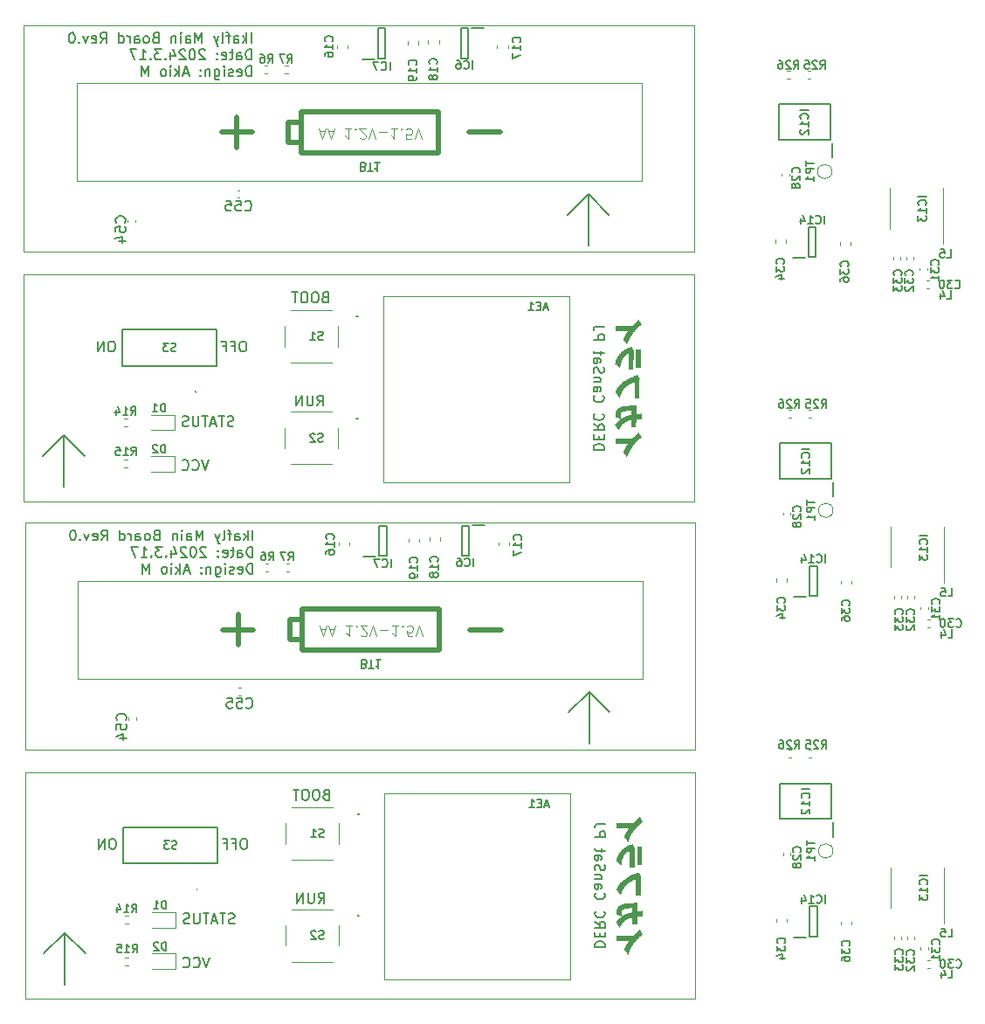
<source format=gbr>
%TF.GenerationSoftware,KiCad,Pcbnew,7.0.5*%
%TF.CreationDate,2024-04-05T19:26:41+09:00*%
%TF.ProjectId,ikafly_rev0a_p_cut,696b6166-6c79-45f7-9265-7630615f705f,rev?*%
%TF.SameCoordinates,Original*%
%TF.FileFunction,Legend,Bot*%
%TF.FilePolarity,Positive*%
%FSLAX46Y46*%
G04 Gerber Fmt 4.6, Leading zero omitted, Abs format (unit mm)*
G04 Created by KiCad (PCBNEW 7.0.5) date 2024-04-05 19:26:41*
%MOMM*%
%LPD*%
G01*
G04 APERTURE LIST*
%ADD10C,0.150000*%
%ADD11C,0.100000*%
%ADD12C,0.120000*%
%ADD13C,0.200000*%
%ADD14C,0.500000*%
G04 APERTURE END LIST*
D10*
X135150000Y-83380000D02*
X137150000Y-85380000D01*
X135250000Y-131580000D02*
X137250000Y-133580000D01*
X186100000Y-108200000D02*
X186100000Y-113200000D01*
X186000000Y-60000000D02*
X188000000Y-62000000D01*
X135250000Y-131580000D02*
X133250000Y-133580000D01*
X186100000Y-108200000D02*
X184100000Y-110200000D01*
D11*
X131400000Y-116000000D02*
X196400000Y-116000000D01*
X196400000Y-138000000D01*
X131400000Y-138000000D01*
X131400000Y-116000000D01*
D10*
X186000000Y-60000000D02*
X184000000Y-62000000D01*
X135250000Y-131580000D02*
X135250000Y-136580000D01*
D11*
X131300000Y-67800000D02*
X196300000Y-67800000D01*
X196300000Y-89800000D01*
X131300000Y-89800000D01*
X131300000Y-67800000D01*
X131300000Y-43600000D02*
X196300000Y-43600000D01*
X196300000Y-65600000D01*
X131300000Y-65600000D01*
X131300000Y-43600000D01*
D10*
X135150000Y-83380000D02*
X135150000Y-88380000D01*
D11*
X131400000Y-91800000D02*
X196400000Y-91800000D01*
X196400000Y-113800000D01*
X131400000Y-113800000D01*
X131400000Y-91800000D01*
D10*
X135150000Y-83380000D02*
X133150000Y-85380000D01*
X186100000Y-108200000D02*
X188100000Y-110200000D01*
X186000000Y-60000000D02*
X186000000Y-65000000D01*
X139872744Y-74249819D02*
X139682268Y-74249819D01*
X139682268Y-74249819D02*
X139587030Y-74297438D01*
X139587030Y-74297438D02*
X139491792Y-74392676D01*
X139491792Y-74392676D02*
X139444173Y-74583152D01*
X139444173Y-74583152D02*
X139444173Y-74916485D01*
X139444173Y-74916485D02*
X139491792Y-75106961D01*
X139491792Y-75106961D02*
X139587030Y-75202200D01*
X139587030Y-75202200D02*
X139682268Y-75249819D01*
X139682268Y-75249819D02*
X139872744Y-75249819D01*
X139872744Y-75249819D02*
X139967982Y-75202200D01*
X139967982Y-75202200D02*
X140063220Y-75106961D01*
X140063220Y-75106961D02*
X140110839Y-74916485D01*
X140110839Y-74916485D02*
X140110839Y-74583152D01*
X140110839Y-74583152D02*
X140063220Y-74392676D01*
X140063220Y-74392676D02*
X139967982Y-74297438D01*
X139967982Y-74297438D02*
X139872744Y-74249819D01*
X139015601Y-75249819D02*
X139015601Y-74249819D01*
X139015601Y-74249819D02*
X138444173Y-75249819D01*
X138444173Y-75249819D02*
X138444173Y-74249819D01*
X159741792Y-80499819D02*
X160075125Y-80023628D01*
X160313220Y-80499819D02*
X160313220Y-79499819D01*
X160313220Y-79499819D02*
X159932268Y-79499819D01*
X159932268Y-79499819D02*
X159837030Y-79547438D01*
X159837030Y-79547438D02*
X159789411Y-79595057D01*
X159789411Y-79595057D02*
X159741792Y-79690295D01*
X159741792Y-79690295D02*
X159741792Y-79833152D01*
X159741792Y-79833152D02*
X159789411Y-79928390D01*
X159789411Y-79928390D02*
X159837030Y-79976009D01*
X159837030Y-79976009D02*
X159932268Y-80023628D01*
X159932268Y-80023628D02*
X160313220Y-80023628D01*
X159313220Y-79499819D02*
X159313220Y-80309342D01*
X159313220Y-80309342D02*
X159265601Y-80404580D01*
X159265601Y-80404580D02*
X159217982Y-80452200D01*
X159217982Y-80452200D02*
X159122744Y-80499819D01*
X159122744Y-80499819D02*
X158932268Y-80499819D01*
X158932268Y-80499819D02*
X158837030Y-80452200D01*
X158837030Y-80452200D02*
X158789411Y-80404580D01*
X158789411Y-80404580D02*
X158741792Y-80309342D01*
X158741792Y-80309342D02*
X158741792Y-79499819D01*
X158265601Y-80499819D02*
X158265601Y-79499819D01*
X158265601Y-79499819D02*
X157694173Y-80499819D01*
X157694173Y-80499819D02*
X157694173Y-79499819D01*
X186530180Y-84763220D02*
X187530180Y-84763220D01*
X187530180Y-84763220D02*
X187530180Y-84525125D01*
X187530180Y-84525125D02*
X187482561Y-84382268D01*
X187482561Y-84382268D02*
X187387323Y-84287030D01*
X187387323Y-84287030D02*
X187292085Y-84239411D01*
X187292085Y-84239411D02*
X187101609Y-84191792D01*
X187101609Y-84191792D02*
X186958752Y-84191792D01*
X186958752Y-84191792D02*
X186768276Y-84239411D01*
X186768276Y-84239411D02*
X186673038Y-84287030D01*
X186673038Y-84287030D02*
X186577800Y-84382268D01*
X186577800Y-84382268D02*
X186530180Y-84525125D01*
X186530180Y-84525125D02*
X186530180Y-84763220D01*
X187053990Y-83763220D02*
X187053990Y-83429887D01*
X186530180Y-83287030D02*
X186530180Y-83763220D01*
X186530180Y-83763220D02*
X187530180Y-83763220D01*
X187530180Y-83763220D02*
X187530180Y-83287030D01*
X186530180Y-82287030D02*
X187006371Y-82620363D01*
X186530180Y-82858458D02*
X187530180Y-82858458D01*
X187530180Y-82858458D02*
X187530180Y-82477506D01*
X187530180Y-82477506D02*
X187482561Y-82382268D01*
X187482561Y-82382268D02*
X187434942Y-82334649D01*
X187434942Y-82334649D02*
X187339704Y-82287030D01*
X187339704Y-82287030D02*
X187196847Y-82287030D01*
X187196847Y-82287030D02*
X187101609Y-82334649D01*
X187101609Y-82334649D02*
X187053990Y-82382268D01*
X187053990Y-82382268D02*
X187006371Y-82477506D01*
X187006371Y-82477506D02*
X187006371Y-82858458D01*
X186625419Y-81287030D02*
X186577800Y-81334649D01*
X186577800Y-81334649D02*
X186530180Y-81477506D01*
X186530180Y-81477506D02*
X186530180Y-81572744D01*
X186530180Y-81572744D02*
X186577800Y-81715601D01*
X186577800Y-81715601D02*
X186673038Y-81810839D01*
X186673038Y-81810839D02*
X186768276Y-81858458D01*
X186768276Y-81858458D02*
X186958752Y-81906077D01*
X186958752Y-81906077D02*
X187101609Y-81906077D01*
X187101609Y-81906077D02*
X187292085Y-81858458D01*
X187292085Y-81858458D02*
X187387323Y-81810839D01*
X187387323Y-81810839D02*
X187482561Y-81715601D01*
X187482561Y-81715601D02*
X187530180Y-81572744D01*
X187530180Y-81572744D02*
X187530180Y-81477506D01*
X187530180Y-81477506D02*
X187482561Y-81334649D01*
X187482561Y-81334649D02*
X187434942Y-81287030D01*
X186625419Y-79525125D02*
X186577800Y-79572744D01*
X186577800Y-79572744D02*
X186530180Y-79715601D01*
X186530180Y-79715601D02*
X186530180Y-79810839D01*
X186530180Y-79810839D02*
X186577800Y-79953696D01*
X186577800Y-79953696D02*
X186673038Y-80048934D01*
X186673038Y-80048934D02*
X186768276Y-80096553D01*
X186768276Y-80096553D02*
X186958752Y-80144172D01*
X186958752Y-80144172D02*
X187101609Y-80144172D01*
X187101609Y-80144172D02*
X187292085Y-80096553D01*
X187292085Y-80096553D02*
X187387323Y-80048934D01*
X187387323Y-80048934D02*
X187482561Y-79953696D01*
X187482561Y-79953696D02*
X187530180Y-79810839D01*
X187530180Y-79810839D02*
X187530180Y-79715601D01*
X187530180Y-79715601D02*
X187482561Y-79572744D01*
X187482561Y-79572744D02*
X187434942Y-79525125D01*
X186530180Y-78667982D02*
X187053990Y-78667982D01*
X187053990Y-78667982D02*
X187149228Y-78715601D01*
X187149228Y-78715601D02*
X187196847Y-78810839D01*
X187196847Y-78810839D02*
X187196847Y-79001315D01*
X187196847Y-79001315D02*
X187149228Y-79096553D01*
X186577800Y-78667982D02*
X186530180Y-78763220D01*
X186530180Y-78763220D02*
X186530180Y-79001315D01*
X186530180Y-79001315D02*
X186577800Y-79096553D01*
X186577800Y-79096553D02*
X186673038Y-79144172D01*
X186673038Y-79144172D02*
X186768276Y-79144172D01*
X186768276Y-79144172D02*
X186863514Y-79096553D01*
X186863514Y-79096553D02*
X186911133Y-79001315D01*
X186911133Y-79001315D02*
X186911133Y-78763220D01*
X186911133Y-78763220D02*
X186958752Y-78667982D01*
X187196847Y-78191791D02*
X186530180Y-78191791D01*
X187101609Y-78191791D02*
X187149228Y-78144172D01*
X187149228Y-78144172D02*
X187196847Y-78048934D01*
X187196847Y-78048934D02*
X187196847Y-77906077D01*
X187196847Y-77906077D02*
X187149228Y-77810839D01*
X187149228Y-77810839D02*
X187053990Y-77763220D01*
X187053990Y-77763220D02*
X186530180Y-77763220D01*
X186577800Y-77334648D02*
X186530180Y-77191791D01*
X186530180Y-77191791D02*
X186530180Y-76953696D01*
X186530180Y-76953696D02*
X186577800Y-76858458D01*
X186577800Y-76858458D02*
X186625419Y-76810839D01*
X186625419Y-76810839D02*
X186720657Y-76763220D01*
X186720657Y-76763220D02*
X186815895Y-76763220D01*
X186815895Y-76763220D02*
X186911133Y-76810839D01*
X186911133Y-76810839D02*
X186958752Y-76858458D01*
X186958752Y-76858458D02*
X187006371Y-76953696D01*
X187006371Y-76953696D02*
X187053990Y-77144172D01*
X187053990Y-77144172D02*
X187101609Y-77239410D01*
X187101609Y-77239410D02*
X187149228Y-77287029D01*
X187149228Y-77287029D02*
X187244466Y-77334648D01*
X187244466Y-77334648D02*
X187339704Y-77334648D01*
X187339704Y-77334648D02*
X187434942Y-77287029D01*
X187434942Y-77287029D02*
X187482561Y-77239410D01*
X187482561Y-77239410D02*
X187530180Y-77144172D01*
X187530180Y-77144172D02*
X187530180Y-76906077D01*
X187530180Y-76906077D02*
X187482561Y-76763220D01*
X186530180Y-75906077D02*
X187053990Y-75906077D01*
X187053990Y-75906077D02*
X187149228Y-75953696D01*
X187149228Y-75953696D02*
X187196847Y-76048934D01*
X187196847Y-76048934D02*
X187196847Y-76239410D01*
X187196847Y-76239410D02*
X187149228Y-76334648D01*
X186577800Y-75906077D02*
X186530180Y-76001315D01*
X186530180Y-76001315D02*
X186530180Y-76239410D01*
X186530180Y-76239410D02*
X186577800Y-76334648D01*
X186577800Y-76334648D02*
X186673038Y-76382267D01*
X186673038Y-76382267D02*
X186768276Y-76382267D01*
X186768276Y-76382267D02*
X186863514Y-76334648D01*
X186863514Y-76334648D02*
X186911133Y-76239410D01*
X186911133Y-76239410D02*
X186911133Y-76001315D01*
X186911133Y-76001315D02*
X186958752Y-75906077D01*
X187196847Y-75572743D02*
X187196847Y-75191791D01*
X187530180Y-75429886D02*
X186673038Y-75429886D01*
X186673038Y-75429886D02*
X186577800Y-75382267D01*
X186577800Y-75382267D02*
X186530180Y-75287029D01*
X186530180Y-75287029D02*
X186530180Y-75191791D01*
X186530180Y-74096552D02*
X187530180Y-74096552D01*
X187530180Y-74096552D02*
X187530180Y-73715600D01*
X187530180Y-73715600D02*
X187482561Y-73620362D01*
X187482561Y-73620362D02*
X187434942Y-73572743D01*
X187434942Y-73572743D02*
X187339704Y-73525124D01*
X187339704Y-73525124D02*
X187196847Y-73525124D01*
X187196847Y-73525124D02*
X187101609Y-73572743D01*
X187101609Y-73572743D02*
X187053990Y-73620362D01*
X187053990Y-73620362D02*
X187006371Y-73715600D01*
X187006371Y-73715600D02*
X187006371Y-74096552D01*
X187530180Y-72810838D02*
X186815895Y-72810838D01*
X186815895Y-72810838D02*
X186673038Y-72858457D01*
X186673038Y-72858457D02*
X186577800Y-72953695D01*
X186577800Y-72953695D02*
X186530180Y-73096552D01*
X186530180Y-73096552D02*
X186530180Y-73191790D01*
X186630180Y-132963220D02*
X187630180Y-132963220D01*
X187630180Y-132963220D02*
X187630180Y-132725125D01*
X187630180Y-132725125D02*
X187582561Y-132582268D01*
X187582561Y-132582268D02*
X187487323Y-132487030D01*
X187487323Y-132487030D02*
X187392085Y-132439411D01*
X187392085Y-132439411D02*
X187201609Y-132391792D01*
X187201609Y-132391792D02*
X187058752Y-132391792D01*
X187058752Y-132391792D02*
X186868276Y-132439411D01*
X186868276Y-132439411D02*
X186773038Y-132487030D01*
X186773038Y-132487030D02*
X186677800Y-132582268D01*
X186677800Y-132582268D02*
X186630180Y-132725125D01*
X186630180Y-132725125D02*
X186630180Y-132963220D01*
X187153990Y-131963220D02*
X187153990Y-131629887D01*
X186630180Y-131487030D02*
X186630180Y-131963220D01*
X186630180Y-131963220D02*
X187630180Y-131963220D01*
X187630180Y-131963220D02*
X187630180Y-131487030D01*
X186630180Y-130487030D02*
X187106371Y-130820363D01*
X186630180Y-131058458D02*
X187630180Y-131058458D01*
X187630180Y-131058458D02*
X187630180Y-130677506D01*
X187630180Y-130677506D02*
X187582561Y-130582268D01*
X187582561Y-130582268D02*
X187534942Y-130534649D01*
X187534942Y-130534649D02*
X187439704Y-130487030D01*
X187439704Y-130487030D02*
X187296847Y-130487030D01*
X187296847Y-130487030D02*
X187201609Y-130534649D01*
X187201609Y-130534649D02*
X187153990Y-130582268D01*
X187153990Y-130582268D02*
X187106371Y-130677506D01*
X187106371Y-130677506D02*
X187106371Y-131058458D01*
X186725419Y-129487030D02*
X186677800Y-129534649D01*
X186677800Y-129534649D02*
X186630180Y-129677506D01*
X186630180Y-129677506D02*
X186630180Y-129772744D01*
X186630180Y-129772744D02*
X186677800Y-129915601D01*
X186677800Y-129915601D02*
X186773038Y-130010839D01*
X186773038Y-130010839D02*
X186868276Y-130058458D01*
X186868276Y-130058458D02*
X187058752Y-130106077D01*
X187058752Y-130106077D02*
X187201609Y-130106077D01*
X187201609Y-130106077D02*
X187392085Y-130058458D01*
X187392085Y-130058458D02*
X187487323Y-130010839D01*
X187487323Y-130010839D02*
X187582561Y-129915601D01*
X187582561Y-129915601D02*
X187630180Y-129772744D01*
X187630180Y-129772744D02*
X187630180Y-129677506D01*
X187630180Y-129677506D02*
X187582561Y-129534649D01*
X187582561Y-129534649D02*
X187534942Y-129487030D01*
X186725419Y-127725125D02*
X186677800Y-127772744D01*
X186677800Y-127772744D02*
X186630180Y-127915601D01*
X186630180Y-127915601D02*
X186630180Y-128010839D01*
X186630180Y-128010839D02*
X186677800Y-128153696D01*
X186677800Y-128153696D02*
X186773038Y-128248934D01*
X186773038Y-128248934D02*
X186868276Y-128296553D01*
X186868276Y-128296553D02*
X187058752Y-128344172D01*
X187058752Y-128344172D02*
X187201609Y-128344172D01*
X187201609Y-128344172D02*
X187392085Y-128296553D01*
X187392085Y-128296553D02*
X187487323Y-128248934D01*
X187487323Y-128248934D02*
X187582561Y-128153696D01*
X187582561Y-128153696D02*
X187630180Y-128010839D01*
X187630180Y-128010839D02*
X187630180Y-127915601D01*
X187630180Y-127915601D02*
X187582561Y-127772744D01*
X187582561Y-127772744D02*
X187534942Y-127725125D01*
X186630180Y-126867982D02*
X187153990Y-126867982D01*
X187153990Y-126867982D02*
X187249228Y-126915601D01*
X187249228Y-126915601D02*
X187296847Y-127010839D01*
X187296847Y-127010839D02*
X187296847Y-127201315D01*
X187296847Y-127201315D02*
X187249228Y-127296553D01*
X186677800Y-126867982D02*
X186630180Y-126963220D01*
X186630180Y-126963220D02*
X186630180Y-127201315D01*
X186630180Y-127201315D02*
X186677800Y-127296553D01*
X186677800Y-127296553D02*
X186773038Y-127344172D01*
X186773038Y-127344172D02*
X186868276Y-127344172D01*
X186868276Y-127344172D02*
X186963514Y-127296553D01*
X186963514Y-127296553D02*
X187011133Y-127201315D01*
X187011133Y-127201315D02*
X187011133Y-126963220D01*
X187011133Y-126963220D02*
X187058752Y-126867982D01*
X187296847Y-126391791D02*
X186630180Y-126391791D01*
X187201609Y-126391791D02*
X187249228Y-126344172D01*
X187249228Y-126344172D02*
X187296847Y-126248934D01*
X187296847Y-126248934D02*
X187296847Y-126106077D01*
X187296847Y-126106077D02*
X187249228Y-126010839D01*
X187249228Y-126010839D02*
X187153990Y-125963220D01*
X187153990Y-125963220D02*
X186630180Y-125963220D01*
X186677800Y-125534648D02*
X186630180Y-125391791D01*
X186630180Y-125391791D02*
X186630180Y-125153696D01*
X186630180Y-125153696D02*
X186677800Y-125058458D01*
X186677800Y-125058458D02*
X186725419Y-125010839D01*
X186725419Y-125010839D02*
X186820657Y-124963220D01*
X186820657Y-124963220D02*
X186915895Y-124963220D01*
X186915895Y-124963220D02*
X187011133Y-125010839D01*
X187011133Y-125010839D02*
X187058752Y-125058458D01*
X187058752Y-125058458D02*
X187106371Y-125153696D01*
X187106371Y-125153696D02*
X187153990Y-125344172D01*
X187153990Y-125344172D02*
X187201609Y-125439410D01*
X187201609Y-125439410D02*
X187249228Y-125487029D01*
X187249228Y-125487029D02*
X187344466Y-125534648D01*
X187344466Y-125534648D02*
X187439704Y-125534648D01*
X187439704Y-125534648D02*
X187534942Y-125487029D01*
X187534942Y-125487029D02*
X187582561Y-125439410D01*
X187582561Y-125439410D02*
X187630180Y-125344172D01*
X187630180Y-125344172D02*
X187630180Y-125106077D01*
X187630180Y-125106077D02*
X187582561Y-124963220D01*
X186630180Y-124106077D02*
X187153990Y-124106077D01*
X187153990Y-124106077D02*
X187249228Y-124153696D01*
X187249228Y-124153696D02*
X187296847Y-124248934D01*
X187296847Y-124248934D02*
X187296847Y-124439410D01*
X187296847Y-124439410D02*
X187249228Y-124534648D01*
X186677800Y-124106077D02*
X186630180Y-124201315D01*
X186630180Y-124201315D02*
X186630180Y-124439410D01*
X186630180Y-124439410D02*
X186677800Y-124534648D01*
X186677800Y-124534648D02*
X186773038Y-124582267D01*
X186773038Y-124582267D02*
X186868276Y-124582267D01*
X186868276Y-124582267D02*
X186963514Y-124534648D01*
X186963514Y-124534648D02*
X187011133Y-124439410D01*
X187011133Y-124439410D02*
X187011133Y-124201315D01*
X187011133Y-124201315D02*
X187058752Y-124106077D01*
X187296847Y-123772743D02*
X187296847Y-123391791D01*
X187630180Y-123629886D02*
X186773038Y-123629886D01*
X186773038Y-123629886D02*
X186677800Y-123582267D01*
X186677800Y-123582267D02*
X186630180Y-123487029D01*
X186630180Y-123487029D02*
X186630180Y-123391791D01*
X186630180Y-122296552D02*
X187630180Y-122296552D01*
X187630180Y-122296552D02*
X187630180Y-121915600D01*
X187630180Y-121915600D02*
X187582561Y-121820362D01*
X187582561Y-121820362D02*
X187534942Y-121772743D01*
X187534942Y-121772743D02*
X187439704Y-121725124D01*
X187439704Y-121725124D02*
X187296847Y-121725124D01*
X187296847Y-121725124D02*
X187201609Y-121772743D01*
X187201609Y-121772743D02*
X187153990Y-121820362D01*
X187153990Y-121820362D02*
X187106371Y-121915600D01*
X187106371Y-121915600D02*
X187106371Y-122296552D01*
X187630180Y-121010838D02*
X186915895Y-121010838D01*
X186915895Y-121010838D02*
X186773038Y-121058457D01*
X186773038Y-121058457D02*
X186677800Y-121153695D01*
X186677800Y-121153695D02*
X186630180Y-121296552D01*
X186630180Y-121296552D02*
X186630180Y-121391790D01*
X153463220Y-93549819D02*
X153463220Y-92549819D01*
X152987030Y-93549819D02*
X152987030Y-92549819D01*
X152891792Y-93168866D02*
X152606078Y-93549819D01*
X152606078Y-92883152D02*
X152987030Y-93264104D01*
X151748935Y-93549819D02*
X151748935Y-93026009D01*
X151748935Y-93026009D02*
X151796554Y-92930771D01*
X151796554Y-92930771D02*
X151891792Y-92883152D01*
X151891792Y-92883152D02*
X152082268Y-92883152D01*
X152082268Y-92883152D02*
X152177506Y-92930771D01*
X151748935Y-93502200D02*
X151844173Y-93549819D01*
X151844173Y-93549819D02*
X152082268Y-93549819D01*
X152082268Y-93549819D02*
X152177506Y-93502200D01*
X152177506Y-93502200D02*
X152225125Y-93406961D01*
X152225125Y-93406961D02*
X152225125Y-93311723D01*
X152225125Y-93311723D02*
X152177506Y-93216485D01*
X152177506Y-93216485D02*
X152082268Y-93168866D01*
X152082268Y-93168866D02*
X151844173Y-93168866D01*
X151844173Y-93168866D02*
X151748935Y-93121247D01*
X151415601Y-92883152D02*
X151034649Y-92883152D01*
X151272744Y-93549819D02*
X151272744Y-92692676D01*
X151272744Y-92692676D02*
X151225125Y-92597438D01*
X151225125Y-92597438D02*
X151129887Y-92549819D01*
X151129887Y-92549819D02*
X151034649Y-92549819D01*
X150558458Y-93549819D02*
X150653696Y-93502200D01*
X150653696Y-93502200D02*
X150701315Y-93406961D01*
X150701315Y-93406961D02*
X150701315Y-92549819D01*
X150272743Y-92883152D02*
X150034648Y-93549819D01*
X149796553Y-92883152D02*
X150034648Y-93549819D01*
X150034648Y-93549819D02*
X150129886Y-93787914D01*
X150129886Y-93787914D02*
X150177505Y-93835533D01*
X150177505Y-93835533D02*
X150272743Y-93883152D01*
X148653695Y-93549819D02*
X148653695Y-92549819D01*
X148653695Y-92549819D02*
X148320362Y-93264104D01*
X148320362Y-93264104D02*
X147987029Y-92549819D01*
X147987029Y-92549819D02*
X147987029Y-93549819D01*
X147082267Y-93549819D02*
X147082267Y-93026009D01*
X147082267Y-93026009D02*
X147129886Y-92930771D01*
X147129886Y-92930771D02*
X147225124Y-92883152D01*
X147225124Y-92883152D02*
X147415600Y-92883152D01*
X147415600Y-92883152D02*
X147510838Y-92930771D01*
X147082267Y-93502200D02*
X147177505Y-93549819D01*
X147177505Y-93549819D02*
X147415600Y-93549819D01*
X147415600Y-93549819D02*
X147510838Y-93502200D01*
X147510838Y-93502200D02*
X147558457Y-93406961D01*
X147558457Y-93406961D02*
X147558457Y-93311723D01*
X147558457Y-93311723D02*
X147510838Y-93216485D01*
X147510838Y-93216485D02*
X147415600Y-93168866D01*
X147415600Y-93168866D02*
X147177505Y-93168866D01*
X147177505Y-93168866D02*
X147082267Y-93121247D01*
X146606076Y-93549819D02*
X146606076Y-92883152D01*
X146606076Y-92549819D02*
X146653695Y-92597438D01*
X146653695Y-92597438D02*
X146606076Y-92645057D01*
X146606076Y-92645057D02*
X146558457Y-92597438D01*
X146558457Y-92597438D02*
X146606076Y-92549819D01*
X146606076Y-92549819D02*
X146606076Y-92645057D01*
X146129886Y-92883152D02*
X146129886Y-93549819D01*
X146129886Y-92978390D02*
X146082267Y-92930771D01*
X146082267Y-92930771D02*
X145987029Y-92883152D01*
X145987029Y-92883152D02*
X145844172Y-92883152D01*
X145844172Y-92883152D02*
X145748934Y-92930771D01*
X145748934Y-92930771D02*
X145701315Y-93026009D01*
X145701315Y-93026009D02*
X145701315Y-93549819D01*
X144129886Y-93026009D02*
X143987029Y-93073628D01*
X143987029Y-93073628D02*
X143939410Y-93121247D01*
X143939410Y-93121247D02*
X143891791Y-93216485D01*
X143891791Y-93216485D02*
X143891791Y-93359342D01*
X143891791Y-93359342D02*
X143939410Y-93454580D01*
X143939410Y-93454580D02*
X143987029Y-93502200D01*
X143987029Y-93502200D02*
X144082267Y-93549819D01*
X144082267Y-93549819D02*
X144463219Y-93549819D01*
X144463219Y-93549819D02*
X144463219Y-92549819D01*
X144463219Y-92549819D02*
X144129886Y-92549819D01*
X144129886Y-92549819D02*
X144034648Y-92597438D01*
X144034648Y-92597438D02*
X143987029Y-92645057D01*
X143987029Y-92645057D02*
X143939410Y-92740295D01*
X143939410Y-92740295D02*
X143939410Y-92835533D01*
X143939410Y-92835533D02*
X143987029Y-92930771D01*
X143987029Y-92930771D02*
X144034648Y-92978390D01*
X144034648Y-92978390D02*
X144129886Y-93026009D01*
X144129886Y-93026009D02*
X144463219Y-93026009D01*
X143320362Y-93549819D02*
X143415600Y-93502200D01*
X143415600Y-93502200D02*
X143463219Y-93454580D01*
X143463219Y-93454580D02*
X143510838Y-93359342D01*
X143510838Y-93359342D02*
X143510838Y-93073628D01*
X143510838Y-93073628D02*
X143463219Y-92978390D01*
X143463219Y-92978390D02*
X143415600Y-92930771D01*
X143415600Y-92930771D02*
X143320362Y-92883152D01*
X143320362Y-92883152D02*
X143177505Y-92883152D01*
X143177505Y-92883152D02*
X143082267Y-92930771D01*
X143082267Y-92930771D02*
X143034648Y-92978390D01*
X143034648Y-92978390D02*
X142987029Y-93073628D01*
X142987029Y-93073628D02*
X142987029Y-93359342D01*
X142987029Y-93359342D02*
X143034648Y-93454580D01*
X143034648Y-93454580D02*
X143082267Y-93502200D01*
X143082267Y-93502200D02*
X143177505Y-93549819D01*
X143177505Y-93549819D02*
X143320362Y-93549819D01*
X142129886Y-93549819D02*
X142129886Y-93026009D01*
X142129886Y-93026009D02*
X142177505Y-92930771D01*
X142177505Y-92930771D02*
X142272743Y-92883152D01*
X142272743Y-92883152D02*
X142463219Y-92883152D01*
X142463219Y-92883152D02*
X142558457Y-92930771D01*
X142129886Y-93502200D02*
X142225124Y-93549819D01*
X142225124Y-93549819D02*
X142463219Y-93549819D01*
X142463219Y-93549819D02*
X142558457Y-93502200D01*
X142558457Y-93502200D02*
X142606076Y-93406961D01*
X142606076Y-93406961D02*
X142606076Y-93311723D01*
X142606076Y-93311723D02*
X142558457Y-93216485D01*
X142558457Y-93216485D02*
X142463219Y-93168866D01*
X142463219Y-93168866D02*
X142225124Y-93168866D01*
X142225124Y-93168866D02*
X142129886Y-93121247D01*
X141653695Y-93549819D02*
X141653695Y-92883152D01*
X141653695Y-93073628D02*
X141606076Y-92978390D01*
X141606076Y-92978390D02*
X141558457Y-92930771D01*
X141558457Y-92930771D02*
X141463219Y-92883152D01*
X141463219Y-92883152D02*
X141367981Y-92883152D01*
X140606076Y-93549819D02*
X140606076Y-92549819D01*
X140606076Y-93502200D02*
X140701314Y-93549819D01*
X140701314Y-93549819D02*
X140891790Y-93549819D01*
X140891790Y-93549819D02*
X140987028Y-93502200D01*
X140987028Y-93502200D02*
X141034647Y-93454580D01*
X141034647Y-93454580D02*
X141082266Y-93359342D01*
X141082266Y-93359342D02*
X141082266Y-93073628D01*
X141082266Y-93073628D02*
X141034647Y-92978390D01*
X141034647Y-92978390D02*
X140987028Y-92930771D01*
X140987028Y-92930771D02*
X140891790Y-92883152D01*
X140891790Y-92883152D02*
X140701314Y-92883152D01*
X140701314Y-92883152D02*
X140606076Y-92930771D01*
X138796552Y-93549819D02*
X139129885Y-93073628D01*
X139367980Y-93549819D02*
X139367980Y-92549819D01*
X139367980Y-92549819D02*
X138987028Y-92549819D01*
X138987028Y-92549819D02*
X138891790Y-92597438D01*
X138891790Y-92597438D02*
X138844171Y-92645057D01*
X138844171Y-92645057D02*
X138796552Y-92740295D01*
X138796552Y-92740295D02*
X138796552Y-92883152D01*
X138796552Y-92883152D02*
X138844171Y-92978390D01*
X138844171Y-92978390D02*
X138891790Y-93026009D01*
X138891790Y-93026009D02*
X138987028Y-93073628D01*
X138987028Y-93073628D02*
X139367980Y-93073628D01*
X137987028Y-93502200D02*
X138082266Y-93549819D01*
X138082266Y-93549819D02*
X138272742Y-93549819D01*
X138272742Y-93549819D02*
X138367980Y-93502200D01*
X138367980Y-93502200D02*
X138415599Y-93406961D01*
X138415599Y-93406961D02*
X138415599Y-93026009D01*
X138415599Y-93026009D02*
X138367980Y-92930771D01*
X138367980Y-92930771D02*
X138272742Y-92883152D01*
X138272742Y-92883152D02*
X138082266Y-92883152D01*
X138082266Y-92883152D02*
X137987028Y-92930771D01*
X137987028Y-92930771D02*
X137939409Y-93026009D01*
X137939409Y-93026009D02*
X137939409Y-93121247D01*
X137939409Y-93121247D02*
X138415599Y-93216485D01*
X137606075Y-92883152D02*
X137367980Y-93549819D01*
X137367980Y-93549819D02*
X137129885Y-92883152D01*
X136748932Y-93454580D02*
X136701313Y-93502200D01*
X136701313Y-93502200D02*
X136748932Y-93549819D01*
X136748932Y-93549819D02*
X136796551Y-93502200D01*
X136796551Y-93502200D02*
X136748932Y-93454580D01*
X136748932Y-93454580D02*
X136748932Y-93549819D01*
X136082266Y-92549819D02*
X135987028Y-92549819D01*
X135987028Y-92549819D02*
X135891790Y-92597438D01*
X135891790Y-92597438D02*
X135844171Y-92645057D01*
X135844171Y-92645057D02*
X135796552Y-92740295D01*
X135796552Y-92740295D02*
X135748933Y-92930771D01*
X135748933Y-92930771D02*
X135748933Y-93168866D01*
X135748933Y-93168866D02*
X135796552Y-93359342D01*
X135796552Y-93359342D02*
X135844171Y-93454580D01*
X135844171Y-93454580D02*
X135891790Y-93502200D01*
X135891790Y-93502200D02*
X135987028Y-93549819D01*
X135987028Y-93549819D02*
X136082266Y-93549819D01*
X136082266Y-93549819D02*
X136177504Y-93502200D01*
X136177504Y-93502200D02*
X136225123Y-93454580D01*
X136225123Y-93454580D02*
X136272742Y-93359342D01*
X136272742Y-93359342D02*
X136320361Y-93168866D01*
X136320361Y-93168866D02*
X136320361Y-92930771D01*
X136320361Y-92930771D02*
X136272742Y-92740295D01*
X136272742Y-92740295D02*
X136225123Y-92645057D01*
X136225123Y-92645057D02*
X136177504Y-92597438D01*
X136177504Y-92597438D02*
X136082266Y-92549819D01*
X153463220Y-95159819D02*
X153463220Y-94159819D01*
X153463220Y-94159819D02*
X153225125Y-94159819D01*
X153225125Y-94159819D02*
X153082268Y-94207438D01*
X153082268Y-94207438D02*
X152987030Y-94302676D01*
X152987030Y-94302676D02*
X152939411Y-94397914D01*
X152939411Y-94397914D02*
X152891792Y-94588390D01*
X152891792Y-94588390D02*
X152891792Y-94731247D01*
X152891792Y-94731247D02*
X152939411Y-94921723D01*
X152939411Y-94921723D02*
X152987030Y-95016961D01*
X152987030Y-95016961D02*
X153082268Y-95112200D01*
X153082268Y-95112200D02*
X153225125Y-95159819D01*
X153225125Y-95159819D02*
X153463220Y-95159819D01*
X152034649Y-95159819D02*
X152034649Y-94636009D01*
X152034649Y-94636009D02*
X152082268Y-94540771D01*
X152082268Y-94540771D02*
X152177506Y-94493152D01*
X152177506Y-94493152D02*
X152367982Y-94493152D01*
X152367982Y-94493152D02*
X152463220Y-94540771D01*
X152034649Y-95112200D02*
X152129887Y-95159819D01*
X152129887Y-95159819D02*
X152367982Y-95159819D01*
X152367982Y-95159819D02*
X152463220Y-95112200D01*
X152463220Y-95112200D02*
X152510839Y-95016961D01*
X152510839Y-95016961D02*
X152510839Y-94921723D01*
X152510839Y-94921723D02*
X152463220Y-94826485D01*
X152463220Y-94826485D02*
X152367982Y-94778866D01*
X152367982Y-94778866D02*
X152129887Y-94778866D01*
X152129887Y-94778866D02*
X152034649Y-94731247D01*
X151701315Y-94493152D02*
X151320363Y-94493152D01*
X151558458Y-94159819D02*
X151558458Y-95016961D01*
X151558458Y-95016961D02*
X151510839Y-95112200D01*
X151510839Y-95112200D02*
X151415601Y-95159819D01*
X151415601Y-95159819D02*
X151320363Y-95159819D01*
X150606077Y-95112200D02*
X150701315Y-95159819D01*
X150701315Y-95159819D02*
X150891791Y-95159819D01*
X150891791Y-95159819D02*
X150987029Y-95112200D01*
X150987029Y-95112200D02*
X151034648Y-95016961D01*
X151034648Y-95016961D02*
X151034648Y-94636009D01*
X151034648Y-94636009D02*
X150987029Y-94540771D01*
X150987029Y-94540771D02*
X150891791Y-94493152D01*
X150891791Y-94493152D02*
X150701315Y-94493152D01*
X150701315Y-94493152D02*
X150606077Y-94540771D01*
X150606077Y-94540771D02*
X150558458Y-94636009D01*
X150558458Y-94636009D02*
X150558458Y-94731247D01*
X150558458Y-94731247D02*
X151034648Y-94826485D01*
X150129886Y-95064580D02*
X150082267Y-95112200D01*
X150082267Y-95112200D02*
X150129886Y-95159819D01*
X150129886Y-95159819D02*
X150177505Y-95112200D01*
X150177505Y-95112200D02*
X150129886Y-95064580D01*
X150129886Y-95064580D02*
X150129886Y-95159819D01*
X150129886Y-94540771D02*
X150082267Y-94588390D01*
X150082267Y-94588390D02*
X150129886Y-94636009D01*
X150129886Y-94636009D02*
X150177505Y-94588390D01*
X150177505Y-94588390D02*
X150129886Y-94540771D01*
X150129886Y-94540771D02*
X150129886Y-94636009D01*
X148939410Y-94255057D02*
X148891791Y-94207438D01*
X148891791Y-94207438D02*
X148796553Y-94159819D01*
X148796553Y-94159819D02*
X148558458Y-94159819D01*
X148558458Y-94159819D02*
X148463220Y-94207438D01*
X148463220Y-94207438D02*
X148415601Y-94255057D01*
X148415601Y-94255057D02*
X148367982Y-94350295D01*
X148367982Y-94350295D02*
X148367982Y-94445533D01*
X148367982Y-94445533D02*
X148415601Y-94588390D01*
X148415601Y-94588390D02*
X148987029Y-95159819D01*
X148987029Y-95159819D02*
X148367982Y-95159819D01*
X147748934Y-94159819D02*
X147653696Y-94159819D01*
X147653696Y-94159819D02*
X147558458Y-94207438D01*
X147558458Y-94207438D02*
X147510839Y-94255057D01*
X147510839Y-94255057D02*
X147463220Y-94350295D01*
X147463220Y-94350295D02*
X147415601Y-94540771D01*
X147415601Y-94540771D02*
X147415601Y-94778866D01*
X147415601Y-94778866D02*
X147463220Y-94969342D01*
X147463220Y-94969342D02*
X147510839Y-95064580D01*
X147510839Y-95064580D02*
X147558458Y-95112200D01*
X147558458Y-95112200D02*
X147653696Y-95159819D01*
X147653696Y-95159819D02*
X147748934Y-95159819D01*
X147748934Y-95159819D02*
X147844172Y-95112200D01*
X147844172Y-95112200D02*
X147891791Y-95064580D01*
X147891791Y-95064580D02*
X147939410Y-94969342D01*
X147939410Y-94969342D02*
X147987029Y-94778866D01*
X147987029Y-94778866D02*
X147987029Y-94540771D01*
X147987029Y-94540771D02*
X147939410Y-94350295D01*
X147939410Y-94350295D02*
X147891791Y-94255057D01*
X147891791Y-94255057D02*
X147844172Y-94207438D01*
X147844172Y-94207438D02*
X147748934Y-94159819D01*
X147034648Y-94255057D02*
X146987029Y-94207438D01*
X146987029Y-94207438D02*
X146891791Y-94159819D01*
X146891791Y-94159819D02*
X146653696Y-94159819D01*
X146653696Y-94159819D02*
X146558458Y-94207438D01*
X146558458Y-94207438D02*
X146510839Y-94255057D01*
X146510839Y-94255057D02*
X146463220Y-94350295D01*
X146463220Y-94350295D02*
X146463220Y-94445533D01*
X146463220Y-94445533D02*
X146510839Y-94588390D01*
X146510839Y-94588390D02*
X147082267Y-95159819D01*
X147082267Y-95159819D02*
X146463220Y-95159819D01*
X145606077Y-94493152D02*
X145606077Y-95159819D01*
X145844172Y-94112200D02*
X146082267Y-94826485D01*
X146082267Y-94826485D02*
X145463220Y-94826485D01*
X145082267Y-95064580D02*
X145034648Y-95112200D01*
X145034648Y-95112200D02*
X145082267Y-95159819D01*
X145082267Y-95159819D02*
X145129886Y-95112200D01*
X145129886Y-95112200D02*
X145082267Y-95064580D01*
X145082267Y-95064580D02*
X145082267Y-95159819D01*
X144701315Y-94159819D02*
X144082268Y-94159819D01*
X144082268Y-94159819D02*
X144415601Y-94540771D01*
X144415601Y-94540771D02*
X144272744Y-94540771D01*
X144272744Y-94540771D02*
X144177506Y-94588390D01*
X144177506Y-94588390D02*
X144129887Y-94636009D01*
X144129887Y-94636009D02*
X144082268Y-94731247D01*
X144082268Y-94731247D02*
X144082268Y-94969342D01*
X144082268Y-94969342D02*
X144129887Y-95064580D01*
X144129887Y-95064580D02*
X144177506Y-95112200D01*
X144177506Y-95112200D02*
X144272744Y-95159819D01*
X144272744Y-95159819D02*
X144558458Y-95159819D01*
X144558458Y-95159819D02*
X144653696Y-95112200D01*
X144653696Y-95112200D02*
X144701315Y-95064580D01*
X143653696Y-95064580D02*
X143606077Y-95112200D01*
X143606077Y-95112200D02*
X143653696Y-95159819D01*
X143653696Y-95159819D02*
X143701315Y-95112200D01*
X143701315Y-95112200D02*
X143653696Y-95064580D01*
X143653696Y-95064580D02*
X143653696Y-95159819D01*
X142653697Y-95159819D02*
X143225125Y-95159819D01*
X142939411Y-95159819D02*
X142939411Y-94159819D01*
X142939411Y-94159819D02*
X143034649Y-94302676D01*
X143034649Y-94302676D02*
X143129887Y-94397914D01*
X143129887Y-94397914D02*
X143225125Y-94445533D01*
X142320363Y-94159819D02*
X141653697Y-94159819D01*
X141653697Y-94159819D02*
X142082268Y-95159819D01*
X153463220Y-96769819D02*
X153463220Y-95769819D01*
X153463220Y-95769819D02*
X153225125Y-95769819D01*
X153225125Y-95769819D02*
X153082268Y-95817438D01*
X153082268Y-95817438D02*
X152987030Y-95912676D01*
X152987030Y-95912676D02*
X152939411Y-96007914D01*
X152939411Y-96007914D02*
X152891792Y-96198390D01*
X152891792Y-96198390D02*
X152891792Y-96341247D01*
X152891792Y-96341247D02*
X152939411Y-96531723D01*
X152939411Y-96531723D02*
X152987030Y-96626961D01*
X152987030Y-96626961D02*
X153082268Y-96722200D01*
X153082268Y-96722200D02*
X153225125Y-96769819D01*
X153225125Y-96769819D02*
X153463220Y-96769819D01*
X152082268Y-96722200D02*
X152177506Y-96769819D01*
X152177506Y-96769819D02*
X152367982Y-96769819D01*
X152367982Y-96769819D02*
X152463220Y-96722200D01*
X152463220Y-96722200D02*
X152510839Y-96626961D01*
X152510839Y-96626961D02*
X152510839Y-96246009D01*
X152510839Y-96246009D02*
X152463220Y-96150771D01*
X152463220Y-96150771D02*
X152367982Y-96103152D01*
X152367982Y-96103152D02*
X152177506Y-96103152D01*
X152177506Y-96103152D02*
X152082268Y-96150771D01*
X152082268Y-96150771D02*
X152034649Y-96246009D01*
X152034649Y-96246009D02*
X152034649Y-96341247D01*
X152034649Y-96341247D02*
X152510839Y-96436485D01*
X151653696Y-96722200D02*
X151558458Y-96769819D01*
X151558458Y-96769819D02*
X151367982Y-96769819D01*
X151367982Y-96769819D02*
X151272744Y-96722200D01*
X151272744Y-96722200D02*
X151225125Y-96626961D01*
X151225125Y-96626961D02*
X151225125Y-96579342D01*
X151225125Y-96579342D02*
X151272744Y-96484104D01*
X151272744Y-96484104D02*
X151367982Y-96436485D01*
X151367982Y-96436485D02*
X151510839Y-96436485D01*
X151510839Y-96436485D02*
X151606077Y-96388866D01*
X151606077Y-96388866D02*
X151653696Y-96293628D01*
X151653696Y-96293628D02*
X151653696Y-96246009D01*
X151653696Y-96246009D02*
X151606077Y-96150771D01*
X151606077Y-96150771D02*
X151510839Y-96103152D01*
X151510839Y-96103152D02*
X151367982Y-96103152D01*
X151367982Y-96103152D02*
X151272744Y-96150771D01*
X150796553Y-96769819D02*
X150796553Y-96103152D01*
X150796553Y-95769819D02*
X150844172Y-95817438D01*
X150844172Y-95817438D02*
X150796553Y-95865057D01*
X150796553Y-95865057D02*
X150748934Y-95817438D01*
X150748934Y-95817438D02*
X150796553Y-95769819D01*
X150796553Y-95769819D02*
X150796553Y-95865057D01*
X149891792Y-96103152D02*
X149891792Y-96912676D01*
X149891792Y-96912676D02*
X149939411Y-97007914D01*
X149939411Y-97007914D02*
X149987030Y-97055533D01*
X149987030Y-97055533D02*
X150082268Y-97103152D01*
X150082268Y-97103152D02*
X150225125Y-97103152D01*
X150225125Y-97103152D02*
X150320363Y-97055533D01*
X149891792Y-96722200D02*
X149987030Y-96769819D01*
X149987030Y-96769819D02*
X150177506Y-96769819D01*
X150177506Y-96769819D02*
X150272744Y-96722200D01*
X150272744Y-96722200D02*
X150320363Y-96674580D01*
X150320363Y-96674580D02*
X150367982Y-96579342D01*
X150367982Y-96579342D02*
X150367982Y-96293628D01*
X150367982Y-96293628D02*
X150320363Y-96198390D01*
X150320363Y-96198390D02*
X150272744Y-96150771D01*
X150272744Y-96150771D02*
X150177506Y-96103152D01*
X150177506Y-96103152D02*
X149987030Y-96103152D01*
X149987030Y-96103152D02*
X149891792Y-96150771D01*
X149415601Y-96103152D02*
X149415601Y-96769819D01*
X149415601Y-96198390D02*
X149367982Y-96150771D01*
X149367982Y-96150771D02*
X149272744Y-96103152D01*
X149272744Y-96103152D02*
X149129887Y-96103152D01*
X149129887Y-96103152D02*
X149034649Y-96150771D01*
X149034649Y-96150771D02*
X148987030Y-96246009D01*
X148987030Y-96246009D02*
X148987030Y-96769819D01*
X148510839Y-96674580D02*
X148463220Y-96722200D01*
X148463220Y-96722200D02*
X148510839Y-96769819D01*
X148510839Y-96769819D02*
X148558458Y-96722200D01*
X148558458Y-96722200D02*
X148510839Y-96674580D01*
X148510839Y-96674580D02*
X148510839Y-96769819D01*
X148510839Y-96150771D02*
X148463220Y-96198390D01*
X148463220Y-96198390D02*
X148510839Y-96246009D01*
X148510839Y-96246009D02*
X148558458Y-96198390D01*
X148558458Y-96198390D02*
X148510839Y-96150771D01*
X148510839Y-96150771D02*
X148510839Y-96246009D01*
X147320363Y-96484104D02*
X146844173Y-96484104D01*
X147415601Y-96769819D02*
X147082268Y-95769819D01*
X147082268Y-95769819D02*
X146748935Y-96769819D01*
X146415601Y-96769819D02*
X146415601Y-95769819D01*
X146320363Y-96388866D02*
X146034649Y-96769819D01*
X146034649Y-96103152D02*
X146415601Y-96484104D01*
X145606077Y-96769819D02*
X145606077Y-96103152D01*
X145606077Y-95769819D02*
X145653696Y-95817438D01*
X145653696Y-95817438D02*
X145606077Y-95865057D01*
X145606077Y-95865057D02*
X145558458Y-95817438D01*
X145558458Y-95817438D02*
X145606077Y-95769819D01*
X145606077Y-95769819D02*
X145606077Y-95865057D01*
X144987030Y-96769819D02*
X145082268Y-96722200D01*
X145082268Y-96722200D02*
X145129887Y-96674580D01*
X145129887Y-96674580D02*
X145177506Y-96579342D01*
X145177506Y-96579342D02*
X145177506Y-96293628D01*
X145177506Y-96293628D02*
X145129887Y-96198390D01*
X145129887Y-96198390D02*
X145082268Y-96150771D01*
X145082268Y-96150771D02*
X144987030Y-96103152D01*
X144987030Y-96103152D02*
X144844173Y-96103152D01*
X144844173Y-96103152D02*
X144748935Y-96150771D01*
X144748935Y-96150771D02*
X144701316Y-96198390D01*
X144701316Y-96198390D02*
X144653697Y-96293628D01*
X144653697Y-96293628D02*
X144653697Y-96579342D01*
X144653697Y-96579342D02*
X144701316Y-96674580D01*
X144701316Y-96674580D02*
X144748935Y-96722200D01*
X144748935Y-96722200D02*
X144844173Y-96769819D01*
X144844173Y-96769819D02*
X144987030Y-96769819D01*
X143463220Y-96769819D02*
X143463220Y-95769819D01*
X143463220Y-95769819D02*
X143129887Y-96484104D01*
X143129887Y-96484104D02*
X142796554Y-95769819D01*
X142796554Y-95769819D02*
X142796554Y-96769819D01*
X149206077Y-85749819D02*
X148872744Y-86749819D01*
X148872744Y-86749819D02*
X148539411Y-85749819D01*
X147634649Y-86654580D02*
X147682268Y-86702200D01*
X147682268Y-86702200D02*
X147825125Y-86749819D01*
X147825125Y-86749819D02*
X147920363Y-86749819D01*
X147920363Y-86749819D02*
X148063220Y-86702200D01*
X148063220Y-86702200D02*
X148158458Y-86606961D01*
X148158458Y-86606961D02*
X148206077Y-86511723D01*
X148206077Y-86511723D02*
X148253696Y-86321247D01*
X148253696Y-86321247D02*
X148253696Y-86178390D01*
X148253696Y-86178390D02*
X148206077Y-85987914D01*
X148206077Y-85987914D02*
X148158458Y-85892676D01*
X148158458Y-85892676D02*
X148063220Y-85797438D01*
X148063220Y-85797438D02*
X147920363Y-85749819D01*
X147920363Y-85749819D02*
X147825125Y-85749819D01*
X147825125Y-85749819D02*
X147682268Y-85797438D01*
X147682268Y-85797438D02*
X147634649Y-85845057D01*
X146634649Y-86654580D02*
X146682268Y-86702200D01*
X146682268Y-86702200D02*
X146825125Y-86749819D01*
X146825125Y-86749819D02*
X146920363Y-86749819D01*
X146920363Y-86749819D02*
X147063220Y-86702200D01*
X147063220Y-86702200D02*
X147158458Y-86606961D01*
X147158458Y-86606961D02*
X147206077Y-86511723D01*
X147206077Y-86511723D02*
X147253696Y-86321247D01*
X147253696Y-86321247D02*
X147253696Y-86178390D01*
X147253696Y-86178390D02*
X147206077Y-85987914D01*
X147206077Y-85987914D02*
X147158458Y-85892676D01*
X147158458Y-85892676D02*
X147063220Y-85797438D01*
X147063220Y-85797438D02*
X146920363Y-85749819D01*
X146920363Y-85749819D02*
X146825125Y-85749819D01*
X146825125Y-85749819D02*
X146682268Y-85797438D01*
X146682268Y-85797438D02*
X146634649Y-85845057D01*
G36*
X188652421Y-83679902D02*
G01*
X190279078Y-83679902D01*
X190296414Y-83661587D01*
X190313798Y-83643369D01*
X190331226Y-83625251D01*
X190348694Y-83607231D01*
X190366200Y-83589311D01*
X190383738Y-83571492D01*
X190401306Y-83553774D01*
X190418900Y-83536157D01*
X190436516Y-83518643D01*
X190454150Y-83501232D01*
X190471800Y-83483924D01*
X190489460Y-83466721D01*
X190507128Y-83449622D01*
X190524800Y-83432629D01*
X190542472Y-83415742D01*
X190560141Y-83398961D01*
X190577802Y-83382288D01*
X190595453Y-83365723D01*
X190613089Y-83349267D01*
X190630707Y-83332920D01*
X190648303Y-83316682D01*
X190665874Y-83300555D01*
X190683415Y-83284539D01*
X190700924Y-83268635D01*
X190718396Y-83252843D01*
X190735828Y-83237164D01*
X190753216Y-83221599D01*
X190770557Y-83206148D01*
X190787847Y-83190812D01*
X190805081Y-83175591D01*
X190822257Y-83160486D01*
X190839371Y-83145498D01*
X190833907Y-83125348D01*
X190830149Y-83105307D01*
X190828258Y-83084590D01*
X190828136Y-83078087D01*
X190830105Y-83056464D01*
X190838178Y-83037902D01*
X190853049Y-83030704D01*
X190873185Y-83036655D01*
X190889174Y-83049342D01*
X190901902Y-83064411D01*
X190909225Y-83075157D01*
X190927522Y-83103345D01*
X190947528Y-83135871D01*
X190958047Y-83153495D01*
X190968843Y-83171884D01*
X190979867Y-83190933D01*
X190991069Y-83210536D01*
X191002399Y-83230585D01*
X191013807Y-83250976D01*
X191025244Y-83271602D01*
X191036660Y-83292356D01*
X191048004Y-83313133D01*
X191059227Y-83333826D01*
X191070279Y-83354330D01*
X191081111Y-83374537D01*
X191091672Y-83394343D01*
X191101913Y-83413640D01*
X191111784Y-83432322D01*
X191121234Y-83450284D01*
X191138677Y-83483621D01*
X191153842Y-83512802D01*
X191166330Y-83536976D01*
X191175744Y-83555295D01*
X191183754Y-83570969D01*
X191135880Y-83601537D01*
X191087388Y-83634412D01*
X191038363Y-83669555D01*
X190988891Y-83706927D01*
X190939057Y-83746487D01*
X190888947Y-83788197D01*
X190838646Y-83832017D01*
X190788241Y-83877906D01*
X190737816Y-83925827D01*
X190687457Y-83975739D01*
X190637251Y-84027602D01*
X190587281Y-84081378D01*
X190537635Y-84137026D01*
X190488398Y-84194507D01*
X190439654Y-84253782D01*
X190391491Y-84314811D01*
X190343993Y-84377554D01*
X190297246Y-84441973D01*
X190251336Y-84508026D01*
X190206348Y-84575676D01*
X190162368Y-84644882D01*
X190119482Y-84715604D01*
X190077774Y-84787804D01*
X190037331Y-84861442D01*
X189998239Y-84936478D01*
X189960582Y-85012872D01*
X189924447Y-85090586D01*
X189889918Y-85169579D01*
X189857083Y-85249812D01*
X189826025Y-85331246D01*
X189796832Y-85413841D01*
X189769588Y-85497557D01*
X189756822Y-85475688D01*
X189745189Y-85456201D01*
X189730284Y-85431686D01*
X189712411Y-85402879D01*
X189691876Y-85370521D01*
X189680705Y-85353241D01*
X189668983Y-85335350D01*
X189656748Y-85316939D01*
X189644037Y-85298103D01*
X189630890Y-85278932D01*
X189617343Y-85259519D01*
X189603436Y-85239957D01*
X189589206Y-85220338D01*
X189574691Y-85200753D01*
X189559930Y-85181296D01*
X189544961Y-85162059D01*
X189529821Y-85143134D01*
X189514549Y-85124613D01*
X189499183Y-85106588D01*
X189483761Y-85089153D01*
X189468321Y-85072398D01*
X189452901Y-85056417D01*
X189437539Y-85041302D01*
X189422274Y-85027145D01*
X189409125Y-85012674D01*
X189405666Y-84996371D01*
X189410788Y-84976131D01*
X189417493Y-84955281D01*
X189427228Y-84927693D01*
X189440194Y-84893675D01*
X189447952Y-84874353D01*
X189456593Y-84853540D01*
X189466143Y-84831275D01*
X189476626Y-84807598D01*
X189488068Y-84782545D01*
X189500493Y-84756158D01*
X189513928Y-84728474D01*
X189528396Y-84699532D01*
X189543924Y-84669371D01*
X189560536Y-84638030D01*
X189578257Y-84605548D01*
X189597114Y-84571963D01*
X189617129Y-84537315D01*
X189638330Y-84501642D01*
X189660741Y-84464982D01*
X189684387Y-84427376D01*
X189709293Y-84388861D01*
X189735484Y-84349476D01*
X189762986Y-84309261D01*
X189791824Y-84268254D01*
X189822023Y-84226494D01*
X189853607Y-84184019D01*
X188652421Y-84198185D01*
X188652421Y-83679902D01*
G37*
G36*
X190658632Y-81320516D02*
G01*
X190683098Y-81318444D01*
X190707769Y-81316445D01*
X190732646Y-81314521D01*
X190757726Y-81312677D01*
X190783009Y-81310916D01*
X190808495Y-81309242D01*
X190834182Y-81307657D01*
X190860071Y-81306167D01*
X190886160Y-81304773D01*
X190912449Y-81303481D01*
X190938936Y-81302293D01*
X190965622Y-81301213D01*
X190992505Y-81300245D01*
X191019585Y-81299392D01*
X191046862Y-81298657D01*
X191074333Y-81298046D01*
X191082553Y-81276095D01*
X191091146Y-81257510D01*
X191101871Y-81239855D01*
X191116717Y-81224612D01*
X191131974Y-81219399D01*
X191149843Y-81228724D01*
X191160684Y-81247603D01*
X191166990Y-81269047D01*
X191169588Y-81283879D01*
X191172822Y-81307765D01*
X191176092Y-81337691D01*
X191179363Y-81372612D01*
X191182601Y-81411481D01*
X191184198Y-81432069D01*
X191185774Y-81453253D01*
X191187325Y-81474900D01*
X191188848Y-81496880D01*
X191190337Y-81519063D01*
X191191788Y-81541318D01*
X191193198Y-81563514D01*
X191194562Y-81585519D01*
X191195875Y-81607205D01*
X191197135Y-81628439D01*
X191198336Y-81649090D01*
X191199474Y-81669029D01*
X191201546Y-81706246D01*
X191203316Y-81739041D01*
X191204752Y-81766370D01*
X191205819Y-81787186D01*
X191206713Y-81805094D01*
X191169634Y-81805157D01*
X191132948Y-81805347D01*
X191096645Y-81805664D01*
X191060717Y-81806109D01*
X191025155Y-81806683D01*
X190989951Y-81807386D01*
X190955096Y-81808220D01*
X190920582Y-81809185D01*
X190886400Y-81810281D01*
X190852541Y-81811510D01*
X190818998Y-81812872D01*
X190785760Y-81814367D01*
X190752820Y-81815997D01*
X190720169Y-81817763D01*
X190687799Y-81819664D01*
X190655701Y-81821702D01*
X190653258Y-82602791D01*
X190199455Y-82602791D01*
X190199721Y-82578447D01*
X190199971Y-82554234D01*
X190200205Y-82530149D01*
X190200423Y-82506191D01*
X190200626Y-82482358D01*
X190200814Y-82458649D01*
X190200989Y-82435061D01*
X190201150Y-82411594D01*
X190201298Y-82388246D01*
X190201434Y-82365015D01*
X190201558Y-82341900D01*
X190201671Y-82318899D01*
X190201773Y-82296010D01*
X190201864Y-82273231D01*
X190201947Y-82250562D01*
X190202020Y-82228000D01*
X190202084Y-82205544D01*
X190202141Y-82183193D01*
X190202190Y-82160944D01*
X190202232Y-82138796D01*
X190202267Y-82116748D01*
X190202297Y-82094797D01*
X190202321Y-82072943D01*
X190202340Y-82051184D01*
X190202355Y-82029517D01*
X190202367Y-82007942D01*
X190202375Y-81986457D01*
X190202380Y-81965059D01*
X190202384Y-81943749D01*
X190202385Y-81922523D01*
X190202386Y-81901381D01*
X190202386Y-81880321D01*
X190151325Y-81891317D01*
X190101170Y-81903266D01*
X190051900Y-81916201D01*
X190003498Y-81930158D01*
X189955944Y-81945174D01*
X189909218Y-81961283D01*
X189863302Y-81978521D01*
X189818177Y-81996924D01*
X189773823Y-82016526D01*
X189730221Y-82037364D01*
X189687352Y-82059473D01*
X189645198Y-82082888D01*
X189603738Y-82107646D01*
X189562953Y-82133781D01*
X189522826Y-82161329D01*
X189483335Y-82190326D01*
X189444463Y-82220806D01*
X189406190Y-82252807D01*
X189368497Y-82286362D01*
X189331365Y-82321508D01*
X189294774Y-82358280D01*
X189258706Y-82396714D01*
X189223141Y-82436844D01*
X189188061Y-82478708D01*
X189153446Y-82522339D01*
X189119276Y-82567775D01*
X189085534Y-82615049D01*
X189052199Y-82664198D01*
X189019253Y-82715257D01*
X188986676Y-82768262D01*
X188954449Y-82823248D01*
X188922554Y-82880251D01*
X188914575Y-82861766D01*
X188906358Y-82843615D01*
X188895542Y-82820388D01*
X188882290Y-82792734D01*
X188866766Y-82761300D01*
X188849134Y-82726733D01*
X188839579Y-82708477D01*
X188829558Y-82689680D01*
X188819092Y-82670425D01*
X188808202Y-82650790D01*
X188796907Y-82630859D01*
X188785229Y-82610711D01*
X188773188Y-82590427D01*
X188760804Y-82570088D01*
X188748097Y-82549776D01*
X188735090Y-82529571D01*
X188721800Y-82509555D01*
X188708251Y-82489807D01*
X188694461Y-82470410D01*
X188680451Y-82451443D01*
X188666242Y-82432989D01*
X188651854Y-82415127D01*
X188637307Y-82397940D01*
X188622623Y-82381507D01*
X188610621Y-82365879D01*
X188608457Y-82359525D01*
X188619300Y-82338080D01*
X188632456Y-82318456D01*
X188650414Y-82293663D01*
X188672908Y-82264277D01*
X188685773Y-82248040D01*
X188699673Y-82230871D01*
X188714575Y-82212840D01*
X188730445Y-82194021D01*
X188747249Y-82174483D01*
X188764956Y-82154300D01*
X188783531Y-82133543D01*
X188802942Y-82112284D01*
X188823155Y-82090595D01*
X188844137Y-82068547D01*
X188865856Y-82046213D01*
X188888276Y-82023664D01*
X188911367Y-82000972D01*
X188935094Y-81978208D01*
X188959424Y-81955446D01*
X188984324Y-81932756D01*
X189009761Y-81910211D01*
X189035702Y-81887882D01*
X189062113Y-81865840D01*
X189088962Y-81844159D01*
X189116214Y-81822909D01*
X189143838Y-81802163D01*
X189122039Y-81790748D01*
X189098706Y-81778757D01*
X189074011Y-81766326D01*
X189048125Y-81753589D01*
X189021220Y-81740680D01*
X188993468Y-81727734D01*
X188965040Y-81714885D01*
X188936109Y-81702267D01*
X188906846Y-81690017D01*
X188877422Y-81678267D01*
X188848010Y-81667152D01*
X188818781Y-81656808D01*
X188789907Y-81647368D01*
X188761559Y-81638967D01*
X188733910Y-81631739D01*
X188707131Y-81625819D01*
X188688442Y-81619848D01*
X188674841Y-81603758D01*
X188671223Y-81583699D01*
X188670983Y-81580879D01*
X188668602Y-81560411D01*
X188666411Y-81539957D01*
X188664419Y-81519532D01*
X188662637Y-81499151D01*
X188661074Y-81478828D01*
X188659739Y-81458577D01*
X188658643Y-81438413D01*
X188657794Y-81418350D01*
X188657298Y-81401605D01*
X189152630Y-81401605D01*
X189152988Y-81424311D01*
X189154029Y-81447153D01*
X189155702Y-81470082D01*
X189157958Y-81493051D01*
X189160746Y-81516010D01*
X189164016Y-81538914D01*
X189167719Y-81561713D01*
X189171803Y-81584359D01*
X189176220Y-81606805D01*
X189180919Y-81629003D01*
X189185849Y-81650905D01*
X189190961Y-81672462D01*
X189196205Y-81693627D01*
X189201530Y-81714353D01*
X189206887Y-81734590D01*
X189212226Y-81754291D01*
X189237078Y-81738173D01*
X189262271Y-81722332D01*
X189287810Y-81706771D01*
X189313701Y-81691488D01*
X189339950Y-81676486D01*
X189366562Y-81661763D01*
X189393544Y-81647322D01*
X189420901Y-81633162D01*
X189448638Y-81619284D01*
X189476762Y-81605688D01*
X189505277Y-81592376D01*
X189534191Y-81579347D01*
X189563508Y-81566602D01*
X189593235Y-81554141D01*
X189623376Y-81541966D01*
X189653939Y-81530076D01*
X189684928Y-81518473D01*
X189716349Y-81507156D01*
X189748207Y-81496127D01*
X189780510Y-81485386D01*
X189813262Y-81474932D01*
X189846469Y-81464768D01*
X189880137Y-81454894D01*
X189914271Y-81445309D01*
X189948878Y-81436014D01*
X189983962Y-81427011D01*
X190019531Y-81418300D01*
X190055589Y-81409880D01*
X190092141Y-81401753D01*
X190129195Y-81393920D01*
X190166756Y-81386380D01*
X190204829Y-81379134D01*
X190204829Y-80981507D01*
X190178250Y-80982113D01*
X190151119Y-80982838D01*
X190123487Y-80983688D01*
X190095403Y-80984671D01*
X190066916Y-80985792D01*
X190038077Y-80987058D01*
X190008934Y-80988477D01*
X189979537Y-80990055D01*
X189949937Y-80991800D01*
X189920182Y-80993717D01*
X189890323Y-80995813D01*
X189860409Y-80998096D01*
X189830489Y-81000572D01*
X189800614Y-81003249D01*
X189770832Y-81006132D01*
X189741195Y-81009228D01*
X189711750Y-81012545D01*
X189682548Y-81016090D01*
X189653639Y-81019868D01*
X189625071Y-81023887D01*
X189596896Y-81028153D01*
X189569162Y-81032674D01*
X189541919Y-81037456D01*
X189515216Y-81042506D01*
X189489104Y-81047831D01*
X189463632Y-81053438D01*
X189438850Y-81059333D01*
X189414807Y-81065523D01*
X189391553Y-81072014D01*
X189369137Y-81078815D01*
X189347609Y-81085931D01*
X189327020Y-81093370D01*
X189303326Y-81103696D01*
X189281659Y-81115570D01*
X189261950Y-81128918D01*
X189244130Y-81143661D01*
X189228130Y-81159724D01*
X189213882Y-81177030D01*
X189201317Y-81195502D01*
X189190366Y-81215064D01*
X189180961Y-81235639D01*
X189173032Y-81257151D01*
X189166512Y-81279523D01*
X189161331Y-81302679D01*
X189157422Y-81326541D01*
X189154714Y-81351034D01*
X189153140Y-81376081D01*
X189152630Y-81401605D01*
X188657298Y-81401605D01*
X188657203Y-81398404D01*
X188656880Y-81378588D01*
X188656817Y-81365457D01*
X188658293Y-81300107D01*
X188662780Y-81237916D01*
X188670373Y-81178812D01*
X188681163Y-81122720D01*
X188695245Y-81069569D01*
X188712710Y-81019286D01*
X188733652Y-80971798D01*
X188758163Y-80927033D01*
X188786336Y-80884917D01*
X188818265Y-80845379D01*
X188854041Y-80808344D01*
X188893758Y-80773741D01*
X188937508Y-80741497D01*
X188985385Y-80711539D01*
X189037482Y-80683794D01*
X189093890Y-80658190D01*
X189154703Y-80634654D01*
X189220014Y-80613114D01*
X189289916Y-80593495D01*
X189364501Y-80575727D01*
X189443863Y-80559736D01*
X189528094Y-80545449D01*
X189617287Y-80532793D01*
X189711534Y-80521697D01*
X189810930Y-80512087D01*
X189915566Y-80503890D01*
X190025535Y-80497034D01*
X190140930Y-80491446D01*
X190261845Y-80487053D01*
X190388372Y-80483783D01*
X190520603Y-80481563D01*
X190658632Y-80480321D01*
X190658632Y-81320516D01*
G37*
G36*
X190502316Y-78212281D02*
G01*
X190451422Y-78227400D01*
X190399662Y-78244379D01*
X190347159Y-78263246D01*
X190294034Y-78284026D01*
X190240410Y-78306746D01*
X190186409Y-78331432D01*
X190132152Y-78358111D01*
X190077761Y-78386808D01*
X190023359Y-78417551D01*
X189969068Y-78450365D01*
X189915009Y-78485276D01*
X189861305Y-78522311D01*
X189808077Y-78561497D01*
X189755448Y-78602859D01*
X189703539Y-78646424D01*
X189652473Y-78692219D01*
X189602372Y-78740268D01*
X189553357Y-78790600D01*
X189505551Y-78843239D01*
X189459075Y-78898213D01*
X189414052Y-78955547D01*
X189370603Y-79015268D01*
X189328851Y-79077403D01*
X189288918Y-79141977D01*
X189250925Y-79209016D01*
X189214995Y-79278548D01*
X189181249Y-79350598D01*
X189149810Y-79425193D01*
X189120800Y-79502359D01*
X189094340Y-79582122D01*
X189070553Y-79664509D01*
X189049560Y-79749546D01*
X189034610Y-79723704D01*
X189021018Y-79700822D01*
X189003637Y-79672187D01*
X188982839Y-79638744D01*
X188971275Y-79620514D01*
X188958997Y-79601436D01*
X188946050Y-79581627D01*
X188932483Y-79561206D01*
X188918340Y-79540291D01*
X188903670Y-79518999D01*
X188888518Y-79497449D01*
X188872931Y-79475758D01*
X188856956Y-79454045D01*
X188840640Y-79432428D01*
X188824028Y-79411024D01*
X188807167Y-79389952D01*
X188790105Y-79369328D01*
X188772888Y-79349273D01*
X188755562Y-79329903D01*
X188738174Y-79311336D01*
X188720770Y-79293690D01*
X188703397Y-79277084D01*
X188686103Y-79261636D01*
X188668932Y-79247462D01*
X188651933Y-79234682D01*
X188637234Y-79221318D01*
X188631905Y-79206350D01*
X188636337Y-79186228D01*
X188642151Y-79167091D01*
X188650606Y-79142367D01*
X188661884Y-79112402D01*
X188676167Y-79077545D01*
X188693636Y-79038141D01*
X188714474Y-78994538D01*
X188738862Y-78947083D01*
X188766984Y-78896124D01*
X188799019Y-78842007D01*
X188835151Y-78785080D01*
X188875561Y-78725689D01*
X188920431Y-78664182D01*
X188969944Y-78600906D01*
X189024281Y-78536209D01*
X189083623Y-78470436D01*
X189148154Y-78403936D01*
X189218055Y-78337055D01*
X189293507Y-78270141D01*
X189374693Y-78203541D01*
X189461795Y-78137602D01*
X189554994Y-78072670D01*
X189654473Y-78009094D01*
X189760413Y-77947220D01*
X189872997Y-77887396D01*
X189992406Y-77829968D01*
X190118823Y-77775284D01*
X190252428Y-77723691D01*
X190393405Y-77675536D01*
X190541934Y-77631166D01*
X190698199Y-77590928D01*
X190705020Y-77572486D01*
X190713694Y-77553850D01*
X190724510Y-77537366D01*
X190741322Y-77524690D01*
X190748513Y-77523517D01*
X190771313Y-77537562D01*
X190787775Y-77553791D01*
X190806803Y-77574976D01*
X190827792Y-77600230D01*
X190850136Y-77628669D01*
X190873229Y-77659406D01*
X190884866Y-77675360D01*
X190896463Y-77691556D01*
X190907945Y-77707883D01*
X190919234Y-77724232D01*
X190930256Y-77740491D01*
X190951196Y-77772296D01*
X190970156Y-77802413D01*
X190986531Y-77829957D01*
X190999715Y-77854041D01*
X191009102Y-77873779D01*
X191014738Y-77893300D01*
X191011227Y-77912718D01*
X191002451Y-77931524D01*
X190993742Y-77949565D01*
X190992267Y-77957780D01*
X190983963Y-79789113D01*
X190494012Y-79789113D01*
X190502316Y-78212281D01*
G37*
G36*
X190653258Y-75054221D02*
G01*
X191089965Y-75054221D01*
X191089965Y-76792742D01*
X190653258Y-76792742D01*
X190653258Y-75054221D01*
G37*
G36*
X189954724Y-75412281D02*
G01*
X189918221Y-75427411D01*
X189881578Y-75443903D01*
X189844874Y-75461827D01*
X189808186Y-75481250D01*
X189771592Y-75502243D01*
X189735171Y-75524873D01*
X189699001Y-75549209D01*
X189663159Y-75575321D01*
X189627723Y-75603277D01*
X189592772Y-75633145D01*
X189558383Y-75664995D01*
X189524635Y-75698896D01*
X189491605Y-75734915D01*
X189459372Y-75773122D01*
X189428013Y-75813586D01*
X189397606Y-75856376D01*
X189368230Y-75901560D01*
X189339962Y-75949207D01*
X189312880Y-75999385D01*
X189287063Y-76052164D01*
X189262588Y-76107613D01*
X189239534Y-76165800D01*
X189217978Y-76226793D01*
X189197998Y-76290663D01*
X189179673Y-76357477D01*
X189163080Y-76427304D01*
X189148298Y-76500213D01*
X189135404Y-76576273D01*
X189124476Y-76655553D01*
X189115592Y-76738121D01*
X189108831Y-76824047D01*
X189104270Y-76913398D01*
X189092319Y-76897822D01*
X189078153Y-76879736D01*
X189059215Y-76856016D01*
X189036021Y-76827585D01*
X189022989Y-76811891D01*
X189009087Y-76795366D01*
X188994379Y-76778124D01*
X188978929Y-76760281D01*
X188962802Y-76741953D01*
X188946062Y-76723255D01*
X188928774Y-76704302D01*
X188911003Y-76685210D01*
X188892812Y-76666093D01*
X188874267Y-76647068D01*
X188855432Y-76628250D01*
X188836371Y-76609754D01*
X188817148Y-76591696D01*
X188797829Y-76574190D01*
X188778478Y-76557353D01*
X188759160Y-76541300D01*
X188739937Y-76526146D01*
X188720877Y-76512006D01*
X188702042Y-76498996D01*
X188683497Y-76487231D01*
X188665307Y-76476827D01*
X188647536Y-76467899D01*
X188630616Y-76457014D01*
X188622226Y-76438394D01*
X188622135Y-76434682D01*
X188624559Y-76401857D01*
X188627851Y-76376761D01*
X188632761Y-76346361D01*
X188639464Y-76311021D01*
X188648133Y-76271107D01*
X188658943Y-76226983D01*
X188672067Y-76179013D01*
X188687680Y-76127562D01*
X188705956Y-76072994D01*
X188727069Y-76015675D01*
X188751192Y-75955967D01*
X188778501Y-75894236D01*
X188809168Y-75830847D01*
X188843369Y-75766163D01*
X188881277Y-75700549D01*
X188923065Y-75634370D01*
X188968909Y-75567990D01*
X189018983Y-75501774D01*
X189073459Y-75436087D01*
X189132513Y-75371291D01*
X189196319Y-75307753D01*
X189265050Y-75245837D01*
X189338881Y-75185906D01*
X189417985Y-75128327D01*
X189502537Y-75073462D01*
X189592711Y-75021677D01*
X189688680Y-74973336D01*
X189790620Y-74928804D01*
X189898703Y-74888444D01*
X190013105Y-74852622D01*
X190133998Y-74821702D01*
X190143148Y-74804267D01*
X190154049Y-74786510D01*
X190166536Y-74770668D01*
X190183653Y-74758370D01*
X190190174Y-74757222D01*
X190210627Y-74773392D01*
X190225235Y-74792011D01*
X190242060Y-74816237D01*
X190260574Y-74845009D01*
X190280248Y-74877264D01*
X190290355Y-74894365D01*
X190300555Y-74911940D01*
X190310780Y-74929854D01*
X190320966Y-74947976D01*
X190331046Y-74966172D01*
X190340954Y-74984309D01*
X190350624Y-75002256D01*
X190359990Y-75019879D01*
X190377546Y-75053622D01*
X190393094Y-75084477D01*
X190406106Y-75111382D01*
X190416055Y-75133276D01*
X190424077Y-75154396D01*
X190424647Y-75157780D01*
X190419662Y-75178480D01*
X190409954Y-75195834D01*
X190403215Y-75214582D01*
X190403154Y-75216399D01*
X190400223Y-77028192D01*
X189938115Y-77028192D01*
X189954724Y-75412281D01*
G37*
G36*
X188652421Y-72761270D02*
G01*
X190279078Y-72761270D01*
X190296414Y-72742954D01*
X190313798Y-72724737D01*
X190331226Y-72706618D01*
X190348694Y-72688599D01*
X190366200Y-72670679D01*
X190383738Y-72652860D01*
X190401306Y-72635142D01*
X190418900Y-72617525D01*
X190436516Y-72600011D01*
X190454150Y-72582600D01*
X190471800Y-72565292D01*
X190489460Y-72548088D01*
X190507128Y-72530990D01*
X190524800Y-72513997D01*
X190542472Y-72497110D01*
X190560141Y-72480329D01*
X190577802Y-72463656D01*
X190595453Y-72447091D01*
X190613089Y-72430635D01*
X190630707Y-72414287D01*
X190648303Y-72398050D01*
X190665874Y-72381923D01*
X190683415Y-72365907D01*
X190700924Y-72350003D01*
X190718396Y-72334211D01*
X190735828Y-72318532D01*
X190753216Y-72302967D01*
X190770557Y-72287516D01*
X190787847Y-72272180D01*
X190805081Y-72256959D01*
X190822257Y-72241854D01*
X190839371Y-72226866D01*
X190833907Y-72206716D01*
X190830149Y-72186675D01*
X190828258Y-72165958D01*
X190828136Y-72159455D01*
X190830105Y-72137832D01*
X190838178Y-72119270D01*
X190853049Y-72112072D01*
X190873185Y-72118023D01*
X190889174Y-72130710D01*
X190901902Y-72145779D01*
X190909225Y-72156524D01*
X190927522Y-72184713D01*
X190947528Y-72217239D01*
X190958047Y-72234862D01*
X190968843Y-72253252D01*
X190979867Y-72272301D01*
X190991069Y-72291904D01*
X191002399Y-72311953D01*
X191013807Y-72332344D01*
X191025244Y-72352970D01*
X191036660Y-72373724D01*
X191048004Y-72394501D01*
X191059227Y-72415194D01*
X191070279Y-72435697D01*
X191081111Y-72455905D01*
X191091672Y-72475710D01*
X191101913Y-72495007D01*
X191111784Y-72513690D01*
X191121234Y-72531652D01*
X191138677Y-72564989D01*
X191153842Y-72594169D01*
X191166330Y-72618344D01*
X191175744Y-72636663D01*
X191183754Y-72652337D01*
X191135880Y-72682905D01*
X191087388Y-72715780D01*
X191038363Y-72750923D01*
X190988891Y-72788295D01*
X190939057Y-72827855D01*
X190888947Y-72869565D01*
X190838646Y-72913384D01*
X190788241Y-72959274D01*
X190737816Y-73007195D01*
X190687457Y-73057107D01*
X190637251Y-73108970D01*
X190587281Y-73162746D01*
X190537635Y-73218394D01*
X190488398Y-73275875D01*
X190439654Y-73335150D01*
X190391491Y-73396179D01*
X190343993Y-73458922D01*
X190297246Y-73523340D01*
X190251336Y-73589394D01*
X190206348Y-73657044D01*
X190162368Y-73726249D01*
X190119482Y-73796972D01*
X190077774Y-73869172D01*
X190037331Y-73942810D01*
X189998239Y-74017845D01*
X189960582Y-74094240D01*
X189924447Y-74171954D01*
X189889918Y-74250947D01*
X189857083Y-74331180D01*
X189826025Y-74412614D01*
X189796832Y-74495209D01*
X189769588Y-74578925D01*
X189756822Y-74557056D01*
X189745189Y-74537569D01*
X189730284Y-74513053D01*
X189712411Y-74484247D01*
X189691876Y-74451889D01*
X189680705Y-74434609D01*
X189668983Y-74416717D01*
X189656748Y-74398307D01*
X189644037Y-74379471D01*
X189630890Y-74360300D01*
X189617343Y-74340887D01*
X189603436Y-74321325D01*
X189589206Y-74301706D01*
X189574691Y-74282121D01*
X189559930Y-74262664D01*
X189544961Y-74243427D01*
X189529821Y-74224501D01*
X189514549Y-74205980D01*
X189499183Y-74187956D01*
X189483761Y-74170520D01*
X189468321Y-74153766D01*
X189452901Y-74137785D01*
X189437539Y-74122670D01*
X189422274Y-74108513D01*
X189409125Y-74094042D01*
X189405666Y-74077739D01*
X189410788Y-74057499D01*
X189417493Y-74036649D01*
X189427228Y-74009060D01*
X189440194Y-73975043D01*
X189447952Y-73955721D01*
X189456593Y-73934908D01*
X189466143Y-73912643D01*
X189476626Y-73888965D01*
X189488068Y-73863913D01*
X189500493Y-73837526D01*
X189513928Y-73809842D01*
X189528396Y-73780900D01*
X189543924Y-73750739D01*
X189560536Y-73719398D01*
X189578257Y-73686916D01*
X189597114Y-73653331D01*
X189617129Y-73618683D01*
X189638330Y-73583009D01*
X189660741Y-73546350D01*
X189684387Y-73508744D01*
X189709293Y-73470229D01*
X189735484Y-73430844D01*
X189762986Y-73390629D01*
X189791824Y-73349622D01*
X189822023Y-73307861D01*
X189853607Y-73265387D01*
X188652421Y-73279553D01*
X188652421Y-72761270D01*
G37*
G36*
X188752421Y-131879902D02*
G01*
X190379078Y-131879902D01*
X190396414Y-131861587D01*
X190413798Y-131843369D01*
X190431226Y-131825251D01*
X190448694Y-131807231D01*
X190466200Y-131789311D01*
X190483738Y-131771492D01*
X190501306Y-131753774D01*
X190518900Y-131736157D01*
X190536516Y-131718643D01*
X190554150Y-131701232D01*
X190571800Y-131683924D01*
X190589460Y-131666721D01*
X190607128Y-131649622D01*
X190624800Y-131632629D01*
X190642472Y-131615742D01*
X190660141Y-131598961D01*
X190677802Y-131582288D01*
X190695453Y-131565723D01*
X190713089Y-131549267D01*
X190730707Y-131532920D01*
X190748303Y-131516682D01*
X190765874Y-131500555D01*
X190783415Y-131484539D01*
X190800924Y-131468635D01*
X190818396Y-131452843D01*
X190835828Y-131437164D01*
X190853216Y-131421599D01*
X190870557Y-131406148D01*
X190887847Y-131390812D01*
X190905081Y-131375591D01*
X190922257Y-131360486D01*
X190939371Y-131345498D01*
X190933907Y-131325348D01*
X190930149Y-131305307D01*
X190928258Y-131284590D01*
X190928136Y-131278087D01*
X190930105Y-131256464D01*
X190938178Y-131237902D01*
X190953049Y-131230704D01*
X190973185Y-131236655D01*
X190989174Y-131249342D01*
X191001902Y-131264411D01*
X191009225Y-131275157D01*
X191027522Y-131303345D01*
X191047528Y-131335871D01*
X191058047Y-131353495D01*
X191068843Y-131371884D01*
X191079867Y-131390933D01*
X191091069Y-131410536D01*
X191102399Y-131430585D01*
X191113807Y-131450976D01*
X191125244Y-131471602D01*
X191136660Y-131492356D01*
X191148004Y-131513133D01*
X191159227Y-131533826D01*
X191170279Y-131554330D01*
X191181111Y-131574537D01*
X191191672Y-131594343D01*
X191201913Y-131613640D01*
X191211784Y-131632322D01*
X191221234Y-131650284D01*
X191238677Y-131683621D01*
X191253842Y-131712802D01*
X191266330Y-131736976D01*
X191275744Y-131755295D01*
X191283754Y-131770969D01*
X191235880Y-131801537D01*
X191187388Y-131834412D01*
X191138363Y-131869555D01*
X191088891Y-131906927D01*
X191039057Y-131946487D01*
X190988947Y-131988197D01*
X190938646Y-132032017D01*
X190888241Y-132077906D01*
X190837816Y-132125827D01*
X190787457Y-132175739D01*
X190737251Y-132227602D01*
X190687281Y-132281378D01*
X190637635Y-132337026D01*
X190588398Y-132394507D01*
X190539654Y-132453782D01*
X190491491Y-132514811D01*
X190443993Y-132577554D01*
X190397246Y-132641973D01*
X190351336Y-132708026D01*
X190306348Y-132775676D01*
X190262368Y-132844882D01*
X190219482Y-132915604D01*
X190177774Y-132987804D01*
X190137331Y-133061442D01*
X190098239Y-133136478D01*
X190060582Y-133212872D01*
X190024447Y-133290586D01*
X189989918Y-133369579D01*
X189957083Y-133449812D01*
X189926025Y-133531246D01*
X189896832Y-133613841D01*
X189869588Y-133697557D01*
X189856822Y-133675688D01*
X189845189Y-133656201D01*
X189830284Y-133631686D01*
X189812411Y-133602879D01*
X189791876Y-133570521D01*
X189780705Y-133553241D01*
X189768983Y-133535350D01*
X189756748Y-133516939D01*
X189744037Y-133498103D01*
X189730890Y-133478932D01*
X189717343Y-133459519D01*
X189703436Y-133439957D01*
X189689206Y-133420338D01*
X189674691Y-133400753D01*
X189659930Y-133381296D01*
X189644961Y-133362059D01*
X189629821Y-133343134D01*
X189614549Y-133324613D01*
X189599183Y-133306588D01*
X189583761Y-133289153D01*
X189568321Y-133272398D01*
X189552901Y-133256417D01*
X189537539Y-133241302D01*
X189522274Y-133227145D01*
X189509125Y-133212674D01*
X189505666Y-133196371D01*
X189510788Y-133176131D01*
X189517493Y-133155281D01*
X189527228Y-133127693D01*
X189540194Y-133093675D01*
X189547952Y-133074353D01*
X189556593Y-133053540D01*
X189566143Y-133031275D01*
X189576626Y-133007598D01*
X189588068Y-132982545D01*
X189600493Y-132956158D01*
X189613928Y-132928474D01*
X189628396Y-132899532D01*
X189643924Y-132869371D01*
X189660536Y-132838030D01*
X189678257Y-132805548D01*
X189697114Y-132771963D01*
X189717129Y-132737315D01*
X189738330Y-132701642D01*
X189760741Y-132664982D01*
X189784387Y-132627376D01*
X189809293Y-132588861D01*
X189835484Y-132549476D01*
X189862986Y-132509261D01*
X189891824Y-132468254D01*
X189922023Y-132426494D01*
X189953607Y-132384019D01*
X188752421Y-132398185D01*
X188752421Y-131879902D01*
G37*
G36*
X190758632Y-129520516D02*
G01*
X190783098Y-129518444D01*
X190807769Y-129516445D01*
X190832646Y-129514521D01*
X190857726Y-129512677D01*
X190883009Y-129510916D01*
X190908495Y-129509242D01*
X190934182Y-129507657D01*
X190960071Y-129506167D01*
X190986160Y-129504773D01*
X191012449Y-129503481D01*
X191038936Y-129502293D01*
X191065622Y-129501213D01*
X191092505Y-129500245D01*
X191119585Y-129499392D01*
X191146862Y-129498657D01*
X191174333Y-129498046D01*
X191182553Y-129476095D01*
X191191146Y-129457510D01*
X191201871Y-129439855D01*
X191216717Y-129424612D01*
X191231974Y-129419399D01*
X191249843Y-129428724D01*
X191260684Y-129447603D01*
X191266990Y-129469047D01*
X191269588Y-129483879D01*
X191272822Y-129507765D01*
X191276092Y-129537691D01*
X191279363Y-129572612D01*
X191282601Y-129611481D01*
X191284198Y-129632069D01*
X191285774Y-129653253D01*
X191287325Y-129674900D01*
X191288848Y-129696880D01*
X191290337Y-129719063D01*
X191291788Y-129741318D01*
X191293198Y-129763514D01*
X191294562Y-129785519D01*
X191295875Y-129807205D01*
X191297135Y-129828439D01*
X191298336Y-129849090D01*
X191299474Y-129869029D01*
X191301546Y-129906246D01*
X191303316Y-129939041D01*
X191304752Y-129966370D01*
X191305819Y-129987186D01*
X191306713Y-130005094D01*
X191269634Y-130005157D01*
X191232948Y-130005347D01*
X191196645Y-130005664D01*
X191160717Y-130006109D01*
X191125155Y-130006683D01*
X191089951Y-130007386D01*
X191055096Y-130008220D01*
X191020582Y-130009185D01*
X190986400Y-130010281D01*
X190952541Y-130011510D01*
X190918998Y-130012872D01*
X190885760Y-130014367D01*
X190852820Y-130015997D01*
X190820169Y-130017763D01*
X190787799Y-130019664D01*
X190755701Y-130021702D01*
X190753258Y-130802791D01*
X190299455Y-130802791D01*
X190299721Y-130778447D01*
X190299971Y-130754234D01*
X190300205Y-130730149D01*
X190300423Y-130706191D01*
X190300626Y-130682358D01*
X190300814Y-130658649D01*
X190300989Y-130635061D01*
X190301150Y-130611594D01*
X190301298Y-130588246D01*
X190301434Y-130565015D01*
X190301558Y-130541900D01*
X190301671Y-130518899D01*
X190301773Y-130496010D01*
X190301864Y-130473231D01*
X190301947Y-130450562D01*
X190302020Y-130428000D01*
X190302084Y-130405544D01*
X190302141Y-130383193D01*
X190302190Y-130360944D01*
X190302232Y-130338796D01*
X190302267Y-130316748D01*
X190302297Y-130294797D01*
X190302321Y-130272943D01*
X190302340Y-130251184D01*
X190302355Y-130229517D01*
X190302367Y-130207942D01*
X190302375Y-130186457D01*
X190302380Y-130165059D01*
X190302384Y-130143749D01*
X190302385Y-130122523D01*
X190302386Y-130101381D01*
X190302386Y-130080321D01*
X190251325Y-130091317D01*
X190201170Y-130103266D01*
X190151900Y-130116201D01*
X190103498Y-130130158D01*
X190055944Y-130145174D01*
X190009218Y-130161283D01*
X189963302Y-130178521D01*
X189918177Y-130196924D01*
X189873823Y-130216526D01*
X189830221Y-130237364D01*
X189787352Y-130259473D01*
X189745198Y-130282888D01*
X189703738Y-130307646D01*
X189662953Y-130333781D01*
X189622826Y-130361329D01*
X189583335Y-130390326D01*
X189544463Y-130420806D01*
X189506190Y-130452807D01*
X189468497Y-130486362D01*
X189431365Y-130521508D01*
X189394774Y-130558280D01*
X189358706Y-130596714D01*
X189323141Y-130636844D01*
X189288061Y-130678708D01*
X189253446Y-130722339D01*
X189219276Y-130767775D01*
X189185534Y-130815049D01*
X189152199Y-130864198D01*
X189119253Y-130915257D01*
X189086676Y-130968262D01*
X189054449Y-131023248D01*
X189022554Y-131080251D01*
X189014575Y-131061766D01*
X189006358Y-131043615D01*
X188995542Y-131020388D01*
X188982290Y-130992734D01*
X188966766Y-130961300D01*
X188949134Y-130926733D01*
X188939579Y-130908477D01*
X188929558Y-130889680D01*
X188919092Y-130870425D01*
X188908202Y-130850790D01*
X188896907Y-130830859D01*
X188885229Y-130810711D01*
X188873188Y-130790427D01*
X188860804Y-130770088D01*
X188848097Y-130749776D01*
X188835090Y-130729571D01*
X188821800Y-130709555D01*
X188808251Y-130689807D01*
X188794461Y-130670410D01*
X188780451Y-130651443D01*
X188766242Y-130632989D01*
X188751854Y-130615127D01*
X188737307Y-130597940D01*
X188722623Y-130581507D01*
X188710621Y-130565879D01*
X188708457Y-130559525D01*
X188719300Y-130538080D01*
X188732456Y-130518456D01*
X188750414Y-130493663D01*
X188772908Y-130464277D01*
X188785773Y-130448040D01*
X188799673Y-130430871D01*
X188814575Y-130412840D01*
X188830445Y-130394021D01*
X188847249Y-130374483D01*
X188864956Y-130354300D01*
X188883531Y-130333543D01*
X188902942Y-130312284D01*
X188923155Y-130290595D01*
X188944137Y-130268547D01*
X188965856Y-130246213D01*
X188988276Y-130223664D01*
X189011367Y-130200972D01*
X189035094Y-130178208D01*
X189059424Y-130155446D01*
X189084324Y-130132756D01*
X189109761Y-130110211D01*
X189135702Y-130087882D01*
X189162113Y-130065840D01*
X189188962Y-130044159D01*
X189216214Y-130022909D01*
X189243838Y-130002163D01*
X189222039Y-129990748D01*
X189198706Y-129978757D01*
X189174011Y-129966326D01*
X189148125Y-129953589D01*
X189121220Y-129940680D01*
X189093468Y-129927734D01*
X189065040Y-129914885D01*
X189036109Y-129902267D01*
X189006846Y-129890017D01*
X188977422Y-129878267D01*
X188948010Y-129867152D01*
X188918781Y-129856808D01*
X188889907Y-129847368D01*
X188861559Y-129838967D01*
X188833910Y-129831739D01*
X188807131Y-129825819D01*
X188788442Y-129819848D01*
X188774841Y-129803758D01*
X188771223Y-129783699D01*
X188770983Y-129780879D01*
X188768602Y-129760411D01*
X188766411Y-129739957D01*
X188764419Y-129719532D01*
X188762637Y-129699151D01*
X188761074Y-129678828D01*
X188759739Y-129658577D01*
X188758643Y-129638413D01*
X188757794Y-129618350D01*
X188757298Y-129601605D01*
X189252630Y-129601605D01*
X189252988Y-129624311D01*
X189254029Y-129647153D01*
X189255702Y-129670082D01*
X189257958Y-129693051D01*
X189260746Y-129716010D01*
X189264016Y-129738914D01*
X189267719Y-129761713D01*
X189271803Y-129784359D01*
X189276220Y-129806805D01*
X189280919Y-129829003D01*
X189285849Y-129850905D01*
X189290961Y-129872462D01*
X189296205Y-129893627D01*
X189301530Y-129914353D01*
X189306887Y-129934590D01*
X189312226Y-129954291D01*
X189337078Y-129938173D01*
X189362271Y-129922332D01*
X189387810Y-129906771D01*
X189413701Y-129891488D01*
X189439950Y-129876486D01*
X189466562Y-129861763D01*
X189493544Y-129847322D01*
X189520901Y-129833162D01*
X189548638Y-129819284D01*
X189576762Y-129805688D01*
X189605277Y-129792376D01*
X189634191Y-129779347D01*
X189663508Y-129766602D01*
X189693235Y-129754141D01*
X189723376Y-129741966D01*
X189753939Y-129730076D01*
X189784928Y-129718473D01*
X189816349Y-129707156D01*
X189848207Y-129696127D01*
X189880510Y-129685386D01*
X189913262Y-129674932D01*
X189946469Y-129664768D01*
X189980137Y-129654894D01*
X190014271Y-129645309D01*
X190048878Y-129636014D01*
X190083962Y-129627011D01*
X190119531Y-129618300D01*
X190155589Y-129609880D01*
X190192141Y-129601753D01*
X190229195Y-129593920D01*
X190266756Y-129586380D01*
X190304829Y-129579134D01*
X190304829Y-129181507D01*
X190278250Y-129182113D01*
X190251119Y-129182838D01*
X190223487Y-129183688D01*
X190195403Y-129184671D01*
X190166916Y-129185792D01*
X190138077Y-129187058D01*
X190108934Y-129188477D01*
X190079537Y-129190055D01*
X190049937Y-129191800D01*
X190020182Y-129193717D01*
X189990323Y-129195813D01*
X189960409Y-129198096D01*
X189930489Y-129200572D01*
X189900614Y-129203249D01*
X189870832Y-129206132D01*
X189841195Y-129209228D01*
X189811750Y-129212545D01*
X189782548Y-129216090D01*
X189753639Y-129219868D01*
X189725071Y-129223887D01*
X189696896Y-129228153D01*
X189669162Y-129232674D01*
X189641919Y-129237456D01*
X189615216Y-129242506D01*
X189589104Y-129247831D01*
X189563632Y-129253438D01*
X189538850Y-129259333D01*
X189514807Y-129265523D01*
X189491553Y-129272014D01*
X189469137Y-129278815D01*
X189447609Y-129285931D01*
X189427020Y-129293370D01*
X189403326Y-129303696D01*
X189381659Y-129315570D01*
X189361950Y-129328918D01*
X189344130Y-129343661D01*
X189328130Y-129359724D01*
X189313882Y-129377030D01*
X189301317Y-129395502D01*
X189290366Y-129415064D01*
X189280961Y-129435639D01*
X189273032Y-129457151D01*
X189266512Y-129479523D01*
X189261331Y-129502679D01*
X189257422Y-129526541D01*
X189254714Y-129551034D01*
X189253140Y-129576081D01*
X189252630Y-129601605D01*
X188757298Y-129601605D01*
X188757203Y-129598404D01*
X188756880Y-129578588D01*
X188756817Y-129565457D01*
X188758293Y-129500107D01*
X188762780Y-129437916D01*
X188770373Y-129378812D01*
X188781163Y-129322720D01*
X188795245Y-129269569D01*
X188812710Y-129219286D01*
X188833652Y-129171798D01*
X188858163Y-129127033D01*
X188886336Y-129084917D01*
X188918265Y-129045379D01*
X188954041Y-129008344D01*
X188993758Y-128973741D01*
X189037508Y-128941497D01*
X189085385Y-128911539D01*
X189137482Y-128883794D01*
X189193890Y-128858190D01*
X189254703Y-128834654D01*
X189320014Y-128813114D01*
X189389916Y-128793495D01*
X189464501Y-128775727D01*
X189543863Y-128759736D01*
X189628094Y-128745449D01*
X189717287Y-128732793D01*
X189811534Y-128721697D01*
X189910930Y-128712087D01*
X190015566Y-128703890D01*
X190125535Y-128697034D01*
X190240930Y-128691446D01*
X190361845Y-128687053D01*
X190488372Y-128683783D01*
X190620603Y-128681563D01*
X190758632Y-128680321D01*
X190758632Y-129520516D01*
G37*
G36*
X190602316Y-126412281D02*
G01*
X190551422Y-126427400D01*
X190499662Y-126444379D01*
X190447159Y-126463246D01*
X190394034Y-126484026D01*
X190340410Y-126506746D01*
X190286409Y-126531432D01*
X190232152Y-126558111D01*
X190177761Y-126586808D01*
X190123359Y-126617551D01*
X190069068Y-126650365D01*
X190015009Y-126685276D01*
X189961305Y-126722311D01*
X189908077Y-126761497D01*
X189855448Y-126802859D01*
X189803539Y-126846424D01*
X189752473Y-126892219D01*
X189702372Y-126940268D01*
X189653357Y-126990600D01*
X189605551Y-127043239D01*
X189559075Y-127098213D01*
X189514052Y-127155547D01*
X189470603Y-127215268D01*
X189428851Y-127277403D01*
X189388918Y-127341977D01*
X189350925Y-127409016D01*
X189314995Y-127478548D01*
X189281249Y-127550598D01*
X189249810Y-127625193D01*
X189220800Y-127702359D01*
X189194340Y-127782122D01*
X189170553Y-127864509D01*
X189149560Y-127949546D01*
X189134610Y-127923704D01*
X189121018Y-127900822D01*
X189103637Y-127872187D01*
X189082839Y-127838744D01*
X189071275Y-127820514D01*
X189058997Y-127801436D01*
X189046050Y-127781627D01*
X189032483Y-127761206D01*
X189018340Y-127740291D01*
X189003670Y-127718999D01*
X188988518Y-127697449D01*
X188972931Y-127675758D01*
X188956956Y-127654045D01*
X188940640Y-127632428D01*
X188924028Y-127611024D01*
X188907167Y-127589952D01*
X188890105Y-127569328D01*
X188872888Y-127549273D01*
X188855562Y-127529903D01*
X188838174Y-127511336D01*
X188820770Y-127493690D01*
X188803397Y-127477084D01*
X188786103Y-127461636D01*
X188768932Y-127447462D01*
X188751933Y-127434682D01*
X188737234Y-127421318D01*
X188731905Y-127406350D01*
X188736337Y-127386228D01*
X188742151Y-127367091D01*
X188750606Y-127342367D01*
X188761884Y-127312402D01*
X188776167Y-127277545D01*
X188793636Y-127238141D01*
X188814474Y-127194538D01*
X188838862Y-127147083D01*
X188866984Y-127096124D01*
X188899019Y-127042007D01*
X188935151Y-126985080D01*
X188975561Y-126925689D01*
X189020431Y-126864182D01*
X189069944Y-126800906D01*
X189124281Y-126736209D01*
X189183623Y-126670436D01*
X189248154Y-126603936D01*
X189318055Y-126537055D01*
X189393507Y-126470141D01*
X189474693Y-126403541D01*
X189561795Y-126337602D01*
X189654994Y-126272670D01*
X189754473Y-126209094D01*
X189860413Y-126147220D01*
X189972997Y-126087396D01*
X190092406Y-126029968D01*
X190218823Y-125975284D01*
X190352428Y-125923691D01*
X190493405Y-125875536D01*
X190641934Y-125831166D01*
X190798199Y-125790928D01*
X190805020Y-125772486D01*
X190813694Y-125753850D01*
X190824510Y-125737366D01*
X190841322Y-125724690D01*
X190848513Y-125723517D01*
X190871313Y-125737562D01*
X190887775Y-125753791D01*
X190906803Y-125774976D01*
X190927792Y-125800230D01*
X190950136Y-125828669D01*
X190973229Y-125859406D01*
X190984866Y-125875360D01*
X190996463Y-125891556D01*
X191007945Y-125907883D01*
X191019234Y-125924232D01*
X191030256Y-125940491D01*
X191051196Y-125972296D01*
X191070156Y-126002413D01*
X191086531Y-126029957D01*
X191099715Y-126054041D01*
X191109102Y-126073779D01*
X191114738Y-126093300D01*
X191111227Y-126112718D01*
X191102451Y-126131524D01*
X191093742Y-126149565D01*
X191092267Y-126157780D01*
X191083963Y-127989113D01*
X190594012Y-127989113D01*
X190602316Y-126412281D01*
G37*
G36*
X190753258Y-123254221D02*
G01*
X191189965Y-123254221D01*
X191189965Y-124992742D01*
X190753258Y-124992742D01*
X190753258Y-123254221D01*
G37*
G36*
X190054724Y-123612281D02*
G01*
X190018221Y-123627411D01*
X189981578Y-123643903D01*
X189944874Y-123661827D01*
X189908186Y-123681250D01*
X189871592Y-123702243D01*
X189835171Y-123724873D01*
X189799001Y-123749209D01*
X189763159Y-123775321D01*
X189727723Y-123803277D01*
X189692772Y-123833145D01*
X189658383Y-123864995D01*
X189624635Y-123898896D01*
X189591605Y-123934915D01*
X189559372Y-123973122D01*
X189528013Y-124013586D01*
X189497606Y-124056376D01*
X189468230Y-124101560D01*
X189439962Y-124149207D01*
X189412880Y-124199385D01*
X189387063Y-124252164D01*
X189362588Y-124307613D01*
X189339534Y-124365800D01*
X189317978Y-124426793D01*
X189297998Y-124490663D01*
X189279673Y-124557477D01*
X189263080Y-124627304D01*
X189248298Y-124700213D01*
X189235404Y-124776273D01*
X189224476Y-124855553D01*
X189215592Y-124938121D01*
X189208831Y-125024047D01*
X189204270Y-125113398D01*
X189192319Y-125097822D01*
X189178153Y-125079736D01*
X189159215Y-125056016D01*
X189136021Y-125027585D01*
X189122989Y-125011891D01*
X189109087Y-124995366D01*
X189094379Y-124978124D01*
X189078929Y-124960281D01*
X189062802Y-124941953D01*
X189046062Y-124923255D01*
X189028774Y-124904302D01*
X189011003Y-124885210D01*
X188992812Y-124866093D01*
X188974267Y-124847068D01*
X188955432Y-124828250D01*
X188936371Y-124809754D01*
X188917148Y-124791696D01*
X188897829Y-124774190D01*
X188878478Y-124757353D01*
X188859160Y-124741300D01*
X188839937Y-124726146D01*
X188820877Y-124712006D01*
X188802042Y-124698996D01*
X188783497Y-124687231D01*
X188765307Y-124676827D01*
X188747536Y-124667899D01*
X188730616Y-124657014D01*
X188722226Y-124638394D01*
X188722135Y-124634682D01*
X188724559Y-124601857D01*
X188727851Y-124576761D01*
X188732761Y-124546361D01*
X188739464Y-124511021D01*
X188748133Y-124471107D01*
X188758943Y-124426983D01*
X188772067Y-124379013D01*
X188787680Y-124327562D01*
X188805956Y-124272994D01*
X188827069Y-124215675D01*
X188851192Y-124155967D01*
X188878501Y-124094236D01*
X188909168Y-124030847D01*
X188943369Y-123966163D01*
X188981277Y-123900549D01*
X189023065Y-123834370D01*
X189068909Y-123767990D01*
X189118983Y-123701774D01*
X189173459Y-123636087D01*
X189232513Y-123571291D01*
X189296319Y-123507753D01*
X189365050Y-123445837D01*
X189438881Y-123385906D01*
X189517985Y-123328327D01*
X189602537Y-123273462D01*
X189692711Y-123221677D01*
X189788680Y-123173336D01*
X189890620Y-123128804D01*
X189998703Y-123088444D01*
X190113105Y-123052622D01*
X190233998Y-123021702D01*
X190243148Y-123004267D01*
X190254049Y-122986510D01*
X190266536Y-122970668D01*
X190283653Y-122958370D01*
X190290174Y-122957222D01*
X190310627Y-122973392D01*
X190325235Y-122992011D01*
X190342060Y-123016237D01*
X190360574Y-123045009D01*
X190380248Y-123077264D01*
X190390355Y-123094365D01*
X190400555Y-123111940D01*
X190410780Y-123129854D01*
X190420966Y-123147976D01*
X190431046Y-123166172D01*
X190440954Y-123184309D01*
X190450624Y-123202256D01*
X190459990Y-123219879D01*
X190477546Y-123253622D01*
X190493094Y-123284477D01*
X190506106Y-123311382D01*
X190516055Y-123333276D01*
X190524077Y-123354396D01*
X190524647Y-123357780D01*
X190519662Y-123378480D01*
X190509954Y-123395834D01*
X190503215Y-123414582D01*
X190503154Y-123416399D01*
X190500223Y-125228192D01*
X190038115Y-125228192D01*
X190054724Y-123612281D01*
G37*
G36*
X188752421Y-120961270D02*
G01*
X190379078Y-120961270D01*
X190396414Y-120942954D01*
X190413798Y-120924737D01*
X190431226Y-120906618D01*
X190448694Y-120888599D01*
X190466200Y-120870679D01*
X190483738Y-120852860D01*
X190501306Y-120835142D01*
X190518900Y-120817525D01*
X190536516Y-120800011D01*
X190554150Y-120782600D01*
X190571800Y-120765292D01*
X190589460Y-120748088D01*
X190607128Y-120730990D01*
X190624800Y-120713997D01*
X190642472Y-120697110D01*
X190660141Y-120680329D01*
X190677802Y-120663656D01*
X190695453Y-120647091D01*
X190713089Y-120630635D01*
X190730707Y-120614287D01*
X190748303Y-120598050D01*
X190765874Y-120581923D01*
X190783415Y-120565907D01*
X190800924Y-120550003D01*
X190818396Y-120534211D01*
X190835828Y-120518532D01*
X190853216Y-120502967D01*
X190870557Y-120487516D01*
X190887847Y-120472180D01*
X190905081Y-120456959D01*
X190922257Y-120441854D01*
X190939371Y-120426866D01*
X190933907Y-120406716D01*
X190930149Y-120386675D01*
X190928258Y-120365958D01*
X190928136Y-120359455D01*
X190930105Y-120337832D01*
X190938178Y-120319270D01*
X190953049Y-120312072D01*
X190973185Y-120318023D01*
X190989174Y-120330710D01*
X191001902Y-120345779D01*
X191009225Y-120356524D01*
X191027522Y-120384713D01*
X191047528Y-120417239D01*
X191058047Y-120434862D01*
X191068843Y-120453252D01*
X191079867Y-120472301D01*
X191091069Y-120491904D01*
X191102399Y-120511953D01*
X191113807Y-120532344D01*
X191125244Y-120552970D01*
X191136660Y-120573724D01*
X191148004Y-120594501D01*
X191159227Y-120615194D01*
X191170279Y-120635697D01*
X191181111Y-120655905D01*
X191191672Y-120675710D01*
X191201913Y-120695007D01*
X191211784Y-120713690D01*
X191221234Y-120731652D01*
X191238677Y-120764989D01*
X191253842Y-120794169D01*
X191266330Y-120818344D01*
X191275744Y-120836663D01*
X191283754Y-120852337D01*
X191235880Y-120882905D01*
X191187388Y-120915780D01*
X191138363Y-120950923D01*
X191088891Y-120988295D01*
X191039057Y-121027855D01*
X190988947Y-121069565D01*
X190938646Y-121113384D01*
X190888241Y-121159274D01*
X190837816Y-121207195D01*
X190787457Y-121257107D01*
X190737251Y-121308970D01*
X190687281Y-121362746D01*
X190637635Y-121418394D01*
X190588398Y-121475875D01*
X190539654Y-121535150D01*
X190491491Y-121596179D01*
X190443993Y-121658922D01*
X190397246Y-121723340D01*
X190351336Y-121789394D01*
X190306348Y-121857044D01*
X190262368Y-121926249D01*
X190219482Y-121996972D01*
X190177774Y-122069172D01*
X190137331Y-122142810D01*
X190098239Y-122217845D01*
X190060582Y-122294240D01*
X190024447Y-122371954D01*
X189989918Y-122450947D01*
X189957083Y-122531180D01*
X189926025Y-122612614D01*
X189896832Y-122695209D01*
X189869588Y-122778925D01*
X189856822Y-122757056D01*
X189845189Y-122737569D01*
X189830284Y-122713053D01*
X189812411Y-122684247D01*
X189791876Y-122651889D01*
X189780705Y-122634609D01*
X189768983Y-122616717D01*
X189756748Y-122598307D01*
X189744037Y-122579471D01*
X189730890Y-122560300D01*
X189717343Y-122540887D01*
X189703436Y-122521325D01*
X189689206Y-122501706D01*
X189674691Y-122482121D01*
X189659930Y-122462664D01*
X189644961Y-122443427D01*
X189629821Y-122424501D01*
X189614549Y-122405980D01*
X189599183Y-122387956D01*
X189583761Y-122370520D01*
X189568321Y-122353766D01*
X189552901Y-122337785D01*
X189537539Y-122322670D01*
X189522274Y-122308513D01*
X189509125Y-122294042D01*
X189505666Y-122277739D01*
X189510788Y-122257499D01*
X189517493Y-122236649D01*
X189527228Y-122209060D01*
X189540194Y-122175043D01*
X189547952Y-122155721D01*
X189556593Y-122134908D01*
X189566143Y-122112643D01*
X189576626Y-122088965D01*
X189588068Y-122063913D01*
X189600493Y-122037526D01*
X189613928Y-122009842D01*
X189628396Y-121980900D01*
X189643924Y-121950739D01*
X189660536Y-121919398D01*
X189678257Y-121886916D01*
X189697114Y-121853331D01*
X189717129Y-121818683D01*
X189738330Y-121783009D01*
X189760741Y-121746350D01*
X189784387Y-121708744D01*
X189809293Y-121670229D01*
X189835484Y-121630844D01*
X189862986Y-121590629D01*
X189891824Y-121549622D01*
X189922023Y-121507861D01*
X189953607Y-121465387D01*
X188752421Y-121479553D01*
X188752421Y-120961270D01*
G37*
X152722744Y-122449819D02*
X152532268Y-122449819D01*
X152532268Y-122449819D02*
X152437030Y-122497438D01*
X152437030Y-122497438D02*
X152341792Y-122592676D01*
X152341792Y-122592676D02*
X152294173Y-122783152D01*
X152294173Y-122783152D02*
X152294173Y-123116485D01*
X152294173Y-123116485D02*
X152341792Y-123306961D01*
X152341792Y-123306961D02*
X152437030Y-123402200D01*
X152437030Y-123402200D02*
X152532268Y-123449819D01*
X152532268Y-123449819D02*
X152722744Y-123449819D01*
X152722744Y-123449819D02*
X152817982Y-123402200D01*
X152817982Y-123402200D02*
X152913220Y-123306961D01*
X152913220Y-123306961D02*
X152960839Y-123116485D01*
X152960839Y-123116485D02*
X152960839Y-122783152D01*
X152960839Y-122783152D02*
X152913220Y-122592676D01*
X152913220Y-122592676D02*
X152817982Y-122497438D01*
X152817982Y-122497438D02*
X152722744Y-122449819D01*
X151532268Y-122926009D02*
X151865601Y-122926009D01*
X151865601Y-123449819D02*
X151865601Y-122449819D01*
X151865601Y-122449819D02*
X151389411Y-122449819D01*
X150675125Y-122926009D02*
X151008458Y-122926009D01*
X151008458Y-123449819D02*
X151008458Y-122449819D01*
X151008458Y-122449819D02*
X150532268Y-122449819D01*
X159841792Y-128699819D02*
X160175125Y-128223628D01*
X160413220Y-128699819D02*
X160413220Y-127699819D01*
X160413220Y-127699819D02*
X160032268Y-127699819D01*
X160032268Y-127699819D02*
X159937030Y-127747438D01*
X159937030Y-127747438D02*
X159889411Y-127795057D01*
X159889411Y-127795057D02*
X159841792Y-127890295D01*
X159841792Y-127890295D02*
X159841792Y-128033152D01*
X159841792Y-128033152D02*
X159889411Y-128128390D01*
X159889411Y-128128390D02*
X159937030Y-128176009D01*
X159937030Y-128176009D02*
X160032268Y-128223628D01*
X160032268Y-128223628D02*
X160413220Y-128223628D01*
X159413220Y-127699819D02*
X159413220Y-128509342D01*
X159413220Y-128509342D02*
X159365601Y-128604580D01*
X159365601Y-128604580D02*
X159317982Y-128652200D01*
X159317982Y-128652200D02*
X159222744Y-128699819D01*
X159222744Y-128699819D02*
X159032268Y-128699819D01*
X159032268Y-128699819D02*
X158937030Y-128652200D01*
X158937030Y-128652200D02*
X158889411Y-128604580D01*
X158889411Y-128604580D02*
X158841792Y-128509342D01*
X158841792Y-128509342D02*
X158841792Y-127699819D01*
X158365601Y-128699819D02*
X158365601Y-127699819D01*
X158365601Y-127699819D02*
X157794173Y-128699819D01*
X157794173Y-128699819D02*
X157794173Y-127699819D01*
X149306077Y-133949819D02*
X148972744Y-134949819D01*
X148972744Y-134949819D02*
X148639411Y-133949819D01*
X147734649Y-134854580D02*
X147782268Y-134902200D01*
X147782268Y-134902200D02*
X147925125Y-134949819D01*
X147925125Y-134949819D02*
X148020363Y-134949819D01*
X148020363Y-134949819D02*
X148163220Y-134902200D01*
X148163220Y-134902200D02*
X148258458Y-134806961D01*
X148258458Y-134806961D02*
X148306077Y-134711723D01*
X148306077Y-134711723D02*
X148353696Y-134521247D01*
X148353696Y-134521247D02*
X148353696Y-134378390D01*
X148353696Y-134378390D02*
X148306077Y-134187914D01*
X148306077Y-134187914D02*
X148258458Y-134092676D01*
X148258458Y-134092676D02*
X148163220Y-133997438D01*
X148163220Y-133997438D02*
X148020363Y-133949819D01*
X148020363Y-133949819D02*
X147925125Y-133949819D01*
X147925125Y-133949819D02*
X147782268Y-133997438D01*
X147782268Y-133997438D02*
X147734649Y-134045057D01*
X146734649Y-134854580D02*
X146782268Y-134902200D01*
X146782268Y-134902200D02*
X146925125Y-134949819D01*
X146925125Y-134949819D02*
X147020363Y-134949819D01*
X147020363Y-134949819D02*
X147163220Y-134902200D01*
X147163220Y-134902200D02*
X147258458Y-134806961D01*
X147258458Y-134806961D02*
X147306077Y-134711723D01*
X147306077Y-134711723D02*
X147353696Y-134521247D01*
X147353696Y-134521247D02*
X147353696Y-134378390D01*
X147353696Y-134378390D02*
X147306077Y-134187914D01*
X147306077Y-134187914D02*
X147258458Y-134092676D01*
X147258458Y-134092676D02*
X147163220Y-133997438D01*
X147163220Y-133997438D02*
X147020363Y-133949819D01*
X147020363Y-133949819D02*
X146925125Y-133949819D01*
X146925125Y-133949819D02*
X146782268Y-133997438D01*
X146782268Y-133997438D02*
X146734649Y-134045057D01*
X160479887Y-69976009D02*
X160337030Y-70023628D01*
X160337030Y-70023628D02*
X160289411Y-70071247D01*
X160289411Y-70071247D02*
X160241792Y-70166485D01*
X160241792Y-70166485D02*
X160241792Y-70309342D01*
X160241792Y-70309342D02*
X160289411Y-70404580D01*
X160289411Y-70404580D02*
X160337030Y-70452200D01*
X160337030Y-70452200D02*
X160432268Y-70499819D01*
X160432268Y-70499819D02*
X160813220Y-70499819D01*
X160813220Y-70499819D02*
X160813220Y-69499819D01*
X160813220Y-69499819D02*
X160479887Y-69499819D01*
X160479887Y-69499819D02*
X160384649Y-69547438D01*
X160384649Y-69547438D02*
X160337030Y-69595057D01*
X160337030Y-69595057D02*
X160289411Y-69690295D01*
X160289411Y-69690295D02*
X160289411Y-69785533D01*
X160289411Y-69785533D02*
X160337030Y-69880771D01*
X160337030Y-69880771D02*
X160384649Y-69928390D01*
X160384649Y-69928390D02*
X160479887Y-69976009D01*
X160479887Y-69976009D02*
X160813220Y-69976009D01*
X159622744Y-69499819D02*
X159432268Y-69499819D01*
X159432268Y-69499819D02*
X159337030Y-69547438D01*
X159337030Y-69547438D02*
X159241792Y-69642676D01*
X159241792Y-69642676D02*
X159194173Y-69833152D01*
X159194173Y-69833152D02*
X159194173Y-70166485D01*
X159194173Y-70166485D02*
X159241792Y-70356961D01*
X159241792Y-70356961D02*
X159337030Y-70452200D01*
X159337030Y-70452200D02*
X159432268Y-70499819D01*
X159432268Y-70499819D02*
X159622744Y-70499819D01*
X159622744Y-70499819D02*
X159717982Y-70452200D01*
X159717982Y-70452200D02*
X159813220Y-70356961D01*
X159813220Y-70356961D02*
X159860839Y-70166485D01*
X159860839Y-70166485D02*
X159860839Y-69833152D01*
X159860839Y-69833152D02*
X159813220Y-69642676D01*
X159813220Y-69642676D02*
X159717982Y-69547438D01*
X159717982Y-69547438D02*
X159622744Y-69499819D01*
X158575125Y-69499819D02*
X158384649Y-69499819D01*
X158384649Y-69499819D02*
X158289411Y-69547438D01*
X158289411Y-69547438D02*
X158194173Y-69642676D01*
X158194173Y-69642676D02*
X158146554Y-69833152D01*
X158146554Y-69833152D02*
X158146554Y-70166485D01*
X158146554Y-70166485D02*
X158194173Y-70356961D01*
X158194173Y-70356961D02*
X158289411Y-70452200D01*
X158289411Y-70452200D02*
X158384649Y-70499819D01*
X158384649Y-70499819D02*
X158575125Y-70499819D01*
X158575125Y-70499819D02*
X158670363Y-70452200D01*
X158670363Y-70452200D02*
X158765601Y-70356961D01*
X158765601Y-70356961D02*
X158813220Y-70166485D01*
X158813220Y-70166485D02*
X158813220Y-69833152D01*
X158813220Y-69833152D02*
X158765601Y-69642676D01*
X158765601Y-69642676D02*
X158670363Y-69547438D01*
X158670363Y-69547438D02*
X158575125Y-69499819D01*
X157860839Y-69499819D02*
X157289411Y-69499819D01*
X157575125Y-70499819D02*
X157575125Y-69499819D01*
X151610839Y-82452200D02*
X151467982Y-82499819D01*
X151467982Y-82499819D02*
X151229887Y-82499819D01*
X151229887Y-82499819D02*
X151134649Y-82452200D01*
X151134649Y-82452200D02*
X151087030Y-82404580D01*
X151087030Y-82404580D02*
X151039411Y-82309342D01*
X151039411Y-82309342D02*
X151039411Y-82214104D01*
X151039411Y-82214104D02*
X151087030Y-82118866D01*
X151087030Y-82118866D02*
X151134649Y-82071247D01*
X151134649Y-82071247D02*
X151229887Y-82023628D01*
X151229887Y-82023628D02*
X151420363Y-81976009D01*
X151420363Y-81976009D02*
X151515601Y-81928390D01*
X151515601Y-81928390D02*
X151563220Y-81880771D01*
X151563220Y-81880771D02*
X151610839Y-81785533D01*
X151610839Y-81785533D02*
X151610839Y-81690295D01*
X151610839Y-81690295D02*
X151563220Y-81595057D01*
X151563220Y-81595057D02*
X151515601Y-81547438D01*
X151515601Y-81547438D02*
X151420363Y-81499819D01*
X151420363Y-81499819D02*
X151182268Y-81499819D01*
X151182268Y-81499819D02*
X151039411Y-81547438D01*
X150753696Y-81499819D02*
X150182268Y-81499819D01*
X150467982Y-82499819D02*
X150467982Y-81499819D01*
X149896553Y-82214104D02*
X149420363Y-82214104D01*
X149991791Y-82499819D02*
X149658458Y-81499819D01*
X149658458Y-81499819D02*
X149325125Y-82499819D01*
X149134648Y-81499819D02*
X148563220Y-81499819D01*
X148848934Y-82499819D02*
X148848934Y-81499819D01*
X148229886Y-81499819D02*
X148229886Y-82309342D01*
X148229886Y-82309342D02*
X148182267Y-82404580D01*
X148182267Y-82404580D02*
X148134648Y-82452200D01*
X148134648Y-82452200D02*
X148039410Y-82499819D01*
X148039410Y-82499819D02*
X147848934Y-82499819D01*
X147848934Y-82499819D02*
X147753696Y-82452200D01*
X147753696Y-82452200D02*
X147706077Y-82404580D01*
X147706077Y-82404580D02*
X147658458Y-82309342D01*
X147658458Y-82309342D02*
X147658458Y-81499819D01*
X147229886Y-82452200D02*
X147087029Y-82499819D01*
X147087029Y-82499819D02*
X146848934Y-82499819D01*
X146848934Y-82499819D02*
X146753696Y-82452200D01*
X146753696Y-82452200D02*
X146706077Y-82404580D01*
X146706077Y-82404580D02*
X146658458Y-82309342D01*
X146658458Y-82309342D02*
X146658458Y-82214104D01*
X146658458Y-82214104D02*
X146706077Y-82118866D01*
X146706077Y-82118866D02*
X146753696Y-82071247D01*
X146753696Y-82071247D02*
X146848934Y-82023628D01*
X146848934Y-82023628D02*
X147039410Y-81976009D01*
X147039410Y-81976009D02*
X147134648Y-81928390D01*
X147134648Y-81928390D02*
X147182267Y-81880771D01*
X147182267Y-81880771D02*
X147229886Y-81785533D01*
X147229886Y-81785533D02*
X147229886Y-81690295D01*
X147229886Y-81690295D02*
X147182267Y-81595057D01*
X147182267Y-81595057D02*
X147134648Y-81547438D01*
X147134648Y-81547438D02*
X147039410Y-81499819D01*
X147039410Y-81499819D02*
X146801315Y-81499819D01*
X146801315Y-81499819D02*
X146658458Y-81547438D01*
X151710839Y-130652200D02*
X151567982Y-130699819D01*
X151567982Y-130699819D02*
X151329887Y-130699819D01*
X151329887Y-130699819D02*
X151234649Y-130652200D01*
X151234649Y-130652200D02*
X151187030Y-130604580D01*
X151187030Y-130604580D02*
X151139411Y-130509342D01*
X151139411Y-130509342D02*
X151139411Y-130414104D01*
X151139411Y-130414104D02*
X151187030Y-130318866D01*
X151187030Y-130318866D02*
X151234649Y-130271247D01*
X151234649Y-130271247D02*
X151329887Y-130223628D01*
X151329887Y-130223628D02*
X151520363Y-130176009D01*
X151520363Y-130176009D02*
X151615601Y-130128390D01*
X151615601Y-130128390D02*
X151663220Y-130080771D01*
X151663220Y-130080771D02*
X151710839Y-129985533D01*
X151710839Y-129985533D02*
X151710839Y-129890295D01*
X151710839Y-129890295D02*
X151663220Y-129795057D01*
X151663220Y-129795057D02*
X151615601Y-129747438D01*
X151615601Y-129747438D02*
X151520363Y-129699819D01*
X151520363Y-129699819D02*
X151282268Y-129699819D01*
X151282268Y-129699819D02*
X151139411Y-129747438D01*
X150853696Y-129699819D02*
X150282268Y-129699819D01*
X150567982Y-130699819D02*
X150567982Y-129699819D01*
X149996553Y-130414104D02*
X149520363Y-130414104D01*
X150091791Y-130699819D02*
X149758458Y-129699819D01*
X149758458Y-129699819D02*
X149425125Y-130699819D01*
X149234648Y-129699819D02*
X148663220Y-129699819D01*
X148948934Y-130699819D02*
X148948934Y-129699819D01*
X148329886Y-129699819D02*
X148329886Y-130509342D01*
X148329886Y-130509342D02*
X148282267Y-130604580D01*
X148282267Y-130604580D02*
X148234648Y-130652200D01*
X148234648Y-130652200D02*
X148139410Y-130699819D01*
X148139410Y-130699819D02*
X147948934Y-130699819D01*
X147948934Y-130699819D02*
X147853696Y-130652200D01*
X147853696Y-130652200D02*
X147806077Y-130604580D01*
X147806077Y-130604580D02*
X147758458Y-130509342D01*
X147758458Y-130509342D02*
X147758458Y-129699819D01*
X147329886Y-130652200D02*
X147187029Y-130699819D01*
X147187029Y-130699819D02*
X146948934Y-130699819D01*
X146948934Y-130699819D02*
X146853696Y-130652200D01*
X146853696Y-130652200D02*
X146806077Y-130604580D01*
X146806077Y-130604580D02*
X146758458Y-130509342D01*
X146758458Y-130509342D02*
X146758458Y-130414104D01*
X146758458Y-130414104D02*
X146806077Y-130318866D01*
X146806077Y-130318866D02*
X146853696Y-130271247D01*
X146853696Y-130271247D02*
X146948934Y-130223628D01*
X146948934Y-130223628D02*
X147139410Y-130176009D01*
X147139410Y-130176009D02*
X147234648Y-130128390D01*
X147234648Y-130128390D02*
X147282267Y-130080771D01*
X147282267Y-130080771D02*
X147329886Y-129985533D01*
X147329886Y-129985533D02*
X147329886Y-129890295D01*
X147329886Y-129890295D02*
X147282267Y-129795057D01*
X147282267Y-129795057D02*
X147234648Y-129747438D01*
X147234648Y-129747438D02*
X147139410Y-129699819D01*
X147139410Y-129699819D02*
X146901315Y-129699819D01*
X146901315Y-129699819D02*
X146758458Y-129747438D01*
X160579887Y-118176009D02*
X160437030Y-118223628D01*
X160437030Y-118223628D02*
X160389411Y-118271247D01*
X160389411Y-118271247D02*
X160341792Y-118366485D01*
X160341792Y-118366485D02*
X160341792Y-118509342D01*
X160341792Y-118509342D02*
X160389411Y-118604580D01*
X160389411Y-118604580D02*
X160437030Y-118652200D01*
X160437030Y-118652200D02*
X160532268Y-118699819D01*
X160532268Y-118699819D02*
X160913220Y-118699819D01*
X160913220Y-118699819D02*
X160913220Y-117699819D01*
X160913220Y-117699819D02*
X160579887Y-117699819D01*
X160579887Y-117699819D02*
X160484649Y-117747438D01*
X160484649Y-117747438D02*
X160437030Y-117795057D01*
X160437030Y-117795057D02*
X160389411Y-117890295D01*
X160389411Y-117890295D02*
X160389411Y-117985533D01*
X160389411Y-117985533D02*
X160437030Y-118080771D01*
X160437030Y-118080771D02*
X160484649Y-118128390D01*
X160484649Y-118128390D02*
X160579887Y-118176009D01*
X160579887Y-118176009D02*
X160913220Y-118176009D01*
X159722744Y-117699819D02*
X159532268Y-117699819D01*
X159532268Y-117699819D02*
X159437030Y-117747438D01*
X159437030Y-117747438D02*
X159341792Y-117842676D01*
X159341792Y-117842676D02*
X159294173Y-118033152D01*
X159294173Y-118033152D02*
X159294173Y-118366485D01*
X159294173Y-118366485D02*
X159341792Y-118556961D01*
X159341792Y-118556961D02*
X159437030Y-118652200D01*
X159437030Y-118652200D02*
X159532268Y-118699819D01*
X159532268Y-118699819D02*
X159722744Y-118699819D01*
X159722744Y-118699819D02*
X159817982Y-118652200D01*
X159817982Y-118652200D02*
X159913220Y-118556961D01*
X159913220Y-118556961D02*
X159960839Y-118366485D01*
X159960839Y-118366485D02*
X159960839Y-118033152D01*
X159960839Y-118033152D02*
X159913220Y-117842676D01*
X159913220Y-117842676D02*
X159817982Y-117747438D01*
X159817982Y-117747438D02*
X159722744Y-117699819D01*
X158675125Y-117699819D02*
X158484649Y-117699819D01*
X158484649Y-117699819D02*
X158389411Y-117747438D01*
X158389411Y-117747438D02*
X158294173Y-117842676D01*
X158294173Y-117842676D02*
X158246554Y-118033152D01*
X158246554Y-118033152D02*
X158246554Y-118366485D01*
X158246554Y-118366485D02*
X158294173Y-118556961D01*
X158294173Y-118556961D02*
X158389411Y-118652200D01*
X158389411Y-118652200D02*
X158484649Y-118699819D01*
X158484649Y-118699819D02*
X158675125Y-118699819D01*
X158675125Y-118699819D02*
X158770363Y-118652200D01*
X158770363Y-118652200D02*
X158865601Y-118556961D01*
X158865601Y-118556961D02*
X158913220Y-118366485D01*
X158913220Y-118366485D02*
X158913220Y-118033152D01*
X158913220Y-118033152D02*
X158865601Y-117842676D01*
X158865601Y-117842676D02*
X158770363Y-117747438D01*
X158770363Y-117747438D02*
X158675125Y-117699819D01*
X157960839Y-117699819D02*
X157389411Y-117699819D01*
X157675125Y-118699819D02*
X157675125Y-117699819D01*
X153363220Y-45349819D02*
X153363220Y-44349819D01*
X152887030Y-45349819D02*
X152887030Y-44349819D01*
X152791792Y-44968866D02*
X152506078Y-45349819D01*
X152506078Y-44683152D02*
X152887030Y-45064104D01*
X151648935Y-45349819D02*
X151648935Y-44826009D01*
X151648935Y-44826009D02*
X151696554Y-44730771D01*
X151696554Y-44730771D02*
X151791792Y-44683152D01*
X151791792Y-44683152D02*
X151982268Y-44683152D01*
X151982268Y-44683152D02*
X152077506Y-44730771D01*
X151648935Y-45302200D02*
X151744173Y-45349819D01*
X151744173Y-45349819D02*
X151982268Y-45349819D01*
X151982268Y-45349819D02*
X152077506Y-45302200D01*
X152077506Y-45302200D02*
X152125125Y-45206961D01*
X152125125Y-45206961D02*
X152125125Y-45111723D01*
X152125125Y-45111723D02*
X152077506Y-45016485D01*
X152077506Y-45016485D02*
X151982268Y-44968866D01*
X151982268Y-44968866D02*
X151744173Y-44968866D01*
X151744173Y-44968866D02*
X151648935Y-44921247D01*
X151315601Y-44683152D02*
X150934649Y-44683152D01*
X151172744Y-45349819D02*
X151172744Y-44492676D01*
X151172744Y-44492676D02*
X151125125Y-44397438D01*
X151125125Y-44397438D02*
X151029887Y-44349819D01*
X151029887Y-44349819D02*
X150934649Y-44349819D01*
X150458458Y-45349819D02*
X150553696Y-45302200D01*
X150553696Y-45302200D02*
X150601315Y-45206961D01*
X150601315Y-45206961D02*
X150601315Y-44349819D01*
X150172743Y-44683152D02*
X149934648Y-45349819D01*
X149696553Y-44683152D02*
X149934648Y-45349819D01*
X149934648Y-45349819D02*
X150029886Y-45587914D01*
X150029886Y-45587914D02*
X150077505Y-45635533D01*
X150077505Y-45635533D02*
X150172743Y-45683152D01*
X148553695Y-45349819D02*
X148553695Y-44349819D01*
X148553695Y-44349819D02*
X148220362Y-45064104D01*
X148220362Y-45064104D02*
X147887029Y-44349819D01*
X147887029Y-44349819D02*
X147887029Y-45349819D01*
X146982267Y-45349819D02*
X146982267Y-44826009D01*
X146982267Y-44826009D02*
X147029886Y-44730771D01*
X147029886Y-44730771D02*
X147125124Y-44683152D01*
X147125124Y-44683152D02*
X147315600Y-44683152D01*
X147315600Y-44683152D02*
X147410838Y-44730771D01*
X146982267Y-45302200D02*
X147077505Y-45349819D01*
X147077505Y-45349819D02*
X147315600Y-45349819D01*
X147315600Y-45349819D02*
X147410838Y-45302200D01*
X147410838Y-45302200D02*
X147458457Y-45206961D01*
X147458457Y-45206961D02*
X147458457Y-45111723D01*
X147458457Y-45111723D02*
X147410838Y-45016485D01*
X147410838Y-45016485D02*
X147315600Y-44968866D01*
X147315600Y-44968866D02*
X147077505Y-44968866D01*
X147077505Y-44968866D02*
X146982267Y-44921247D01*
X146506076Y-45349819D02*
X146506076Y-44683152D01*
X146506076Y-44349819D02*
X146553695Y-44397438D01*
X146553695Y-44397438D02*
X146506076Y-44445057D01*
X146506076Y-44445057D02*
X146458457Y-44397438D01*
X146458457Y-44397438D02*
X146506076Y-44349819D01*
X146506076Y-44349819D02*
X146506076Y-44445057D01*
X146029886Y-44683152D02*
X146029886Y-45349819D01*
X146029886Y-44778390D02*
X145982267Y-44730771D01*
X145982267Y-44730771D02*
X145887029Y-44683152D01*
X145887029Y-44683152D02*
X145744172Y-44683152D01*
X145744172Y-44683152D02*
X145648934Y-44730771D01*
X145648934Y-44730771D02*
X145601315Y-44826009D01*
X145601315Y-44826009D02*
X145601315Y-45349819D01*
X144029886Y-44826009D02*
X143887029Y-44873628D01*
X143887029Y-44873628D02*
X143839410Y-44921247D01*
X143839410Y-44921247D02*
X143791791Y-45016485D01*
X143791791Y-45016485D02*
X143791791Y-45159342D01*
X143791791Y-45159342D02*
X143839410Y-45254580D01*
X143839410Y-45254580D02*
X143887029Y-45302200D01*
X143887029Y-45302200D02*
X143982267Y-45349819D01*
X143982267Y-45349819D02*
X144363219Y-45349819D01*
X144363219Y-45349819D02*
X144363219Y-44349819D01*
X144363219Y-44349819D02*
X144029886Y-44349819D01*
X144029886Y-44349819D02*
X143934648Y-44397438D01*
X143934648Y-44397438D02*
X143887029Y-44445057D01*
X143887029Y-44445057D02*
X143839410Y-44540295D01*
X143839410Y-44540295D02*
X143839410Y-44635533D01*
X143839410Y-44635533D02*
X143887029Y-44730771D01*
X143887029Y-44730771D02*
X143934648Y-44778390D01*
X143934648Y-44778390D02*
X144029886Y-44826009D01*
X144029886Y-44826009D02*
X144363219Y-44826009D01*
X143220362Y-45349819D02*
X143315600Y-45302200D01*
X143315600Y-45302200D02*
X143363219Y-45254580D01*
X143363219Y-45254580D02*
X143410838Y-45159342D01*
X143410838Y-45159342D02*
X143410838Y-44873628D01*
X143410838Y-44873628D02*
X143363219Y-44778390D01*
X143363219Y-44778390D02*
X143315600Y-44730771D01*
X143315600Y-44730771D02*
X143220362Y-44683152D01*
X143220362Y-44683152D02*
X143077505Y-44683152D01*
X143077505Y-44683152D02*
X142982267Y-44730771D01*
X142982267Y-44730771D02*
X142934648Y-44778390D01*
X142934648Y-44778390D02*
X142887029Y-44873628D01*
X142887029Y-44873628D02*
X142887029Y-45159342D01*
X142887029Y-45159342D02*
X142934648Y-45254580D01*
X142934648Y-45254580D02*
X142982267Y-45302200D01*
X142982267Y-45302200D02*
X143077505Y-45349819D01*
X143077505Y-45349819D02*
X143220362Y-45349819D01*
X142029886Y-45349819D02*
X142029886Y-44826009D01*
X142029886Y-44826009D02*
X142077505Y-44730771D01*
X142077505Y-44730771D02*
X142172743Y-44683152D01*
X142172743Y-44683152D02*
X142363219Y-44683152D01*
X142363219Y-44683152D02*
X142458457Y-44730771D01*
X142029886Y-45302200D02*
X142125124Y-45349819D01*
X142125124Y-45349819D02*
X142363219Y-45349819D01*
X142363219Y-45349819D02*
X142458457Y-45302200D01*
X142458457Y-45302200D02*
X142506076Y-45206961D01*
X142506076Y-45206961D02*
X142506076Y-45111723D01*
X142506076Y-45111723D02*
X142458457Y-45016485D01*
X142458457Y-45016485D02*
X142363219Y-44968866D01*
X142363219Y-44968866D02*
X142125124Y-44968866D01*
X142125124Y-44968866D02*
X142029886Y-44921247D01*
X141553695Y-45349819D02*
X141553695Y-44683152D01*
X141553695Y-44873628D02*
X141506076Y-44778390D01*
X141506076Y-44778390D02*
X141458457Y-44730771D01*
X141458457Y-44730771D02*
X141363219Y-44683152D01*
X141363219Y-44683152D02*
X141267981Y-44683152D01*
X140506076Y-45349819D02*
X140506076Y-44349819D01*
X140506076Y-45302200D02*
X140601314Y-45349819D01*
X140601314Y-45349819D02*
X140791790Y-45349819D01*
X140791790Y-45349819D02*
X140887028Y-45302200D01*
X140887028Y-45302200D02*
X140934647Y-45254580D01*
X140934647Y-45254580D02*
X140982266Y-45159342D01*
X140982266Y-45159342D02*
X140982266Y-44873628D01*
X140982266Y-44873628D02*
X140934647Y-44778390D01*
X140934647Y-44778390D02*
X140887028Y-44730771D01*
X140887028Y-44730771D02*
X140791790Y-44683152D01*
X140791790Y-44683152D02*
X140601314Y-44683152D01*
X140601314Y-44683152D02*
X140506076Y-44730771D01*
X138696552Y-45349819D02*
X139029885Y-44873628D01*
X139267980Y-45349819D02*
X139267980Y-44349819D01*
X139267980Y-44349819D02*
X138887028Y-44349819D01*
X138887028Y-44349819D02*
X138791790Y-44397438D01*
X138791790Y-44397438D02*
X138744171Y-44445057D01*
X138744171Y-44445057D02*
X138696552Y-44540295D01*
X138696552Y-44540295D02*
X138696552Y-44683152D01*
X138696552Y-44683152D02*
X138744171Y-44778390D01*
X138744171Y-44778390D02*
X138791790Y-44826009D01*
X138791790Y-44826009D02*
X138887028Y-44873628D01*
X138887028Y-44873628D02*
X139267980Y-44873628D01*
X137887028Y-45302200D02*
X137982266Y-45349819D01*
X137982266Y-45349819D02*
X138172742Y-45349819D01*
X138172742Y-45349819D02*
X138267980Y-45302200D01*
X138267980Y-45302200D02*
X138315599Y-45206961D01*
X138315599Y-45206961D02*
X138315599Y-44826009D01*
X138315599Y-44826009D02*
X138267980Y-44730771D01*
X138267980Y-44730771D02*
X138172742Y-44683152D01*
X138172742Y-44683152D02*
X137982266Y-44683152D01*
X137982266Y-44683152D02*
X137887028Y-44730771D01*
X137887028Y-44730771D02*
X137839409Y-44826009D01*
X137839409Y-44826009D02*
X137839409Y-44921247D01*
X137839409Y-44921247D02*
X138315599Y-45016485D01*
X137506075Y-44683152D02*
X137267980Y-45349819D01*
X137267980Y-45349819D02*
X137029885Y-44683152D01*
X136648932Y-45254580D02*
X136601313Y-45302200D01*
X136601313Y-45302200D02*
X136648932Y-45349819D01*
X136648932Y-45349819D02*
X136696551Y-45302200D01*
X136696551Y-45302200D02*
X136648932Y-45254580D01*
X136648932Y-45254580D02*
X136648932Y-45349819D01*
X135982266Y-44349819D02*
X135887028Y-44349819D01*
X135887028Y-44349819D02*
X135791790Y-44397438D01*
X135791790Y-44397438D02*
X135744171Y-44445057D01*
X135744171Y-44445057D02*
X135696552Y-44540295D01*
X135696552Y-44540295D02*
X135648933Y-44730771D01*
X135648933Y-44730771D02*
X135648933Y-44968866D01*
X135648933Y-44968866D02*
X135696552Y-45159342D01*
X135696552Y-45159342D02*
X135744171Y-45254580D01*
X135744171Y-45254580D02*
X135791790Y-45302200D01*
X135791790Y-45302200D02*
X135887028Y-45349819D01*
X135887028Y-45349819D02*
X135982266Y-45349819D01*
X135982266Y-45349819D02*
X136077504Y-45302200D01*
X136077504Y-45302200D02*
X136125123Y-45254580D01*
X136125123Y-45254580D02*
X136172742Y-45159342D01*
X136172742Y-45159342D02*
X136220361Y-44968866D01*
X136220361Y-44968866D02*
X136220361Y-44730771D01*
X136220361Y-44730771D02*
X136172742Y-44540295D01*
X136172742Y-44540295D02*
X136125123Y-44445057D01*
X136125123Y-44445057D02*
X136077504Y-44397438D01*
X136077504Y-44397438D02*
X135982266Y-44349819D01*
X153363220Y-46959819D02*
X153363220Y-45959819D01*
X153363220Y-45959819D02*
X153125125Y-45959819D01*
X153125125Y-45959819D02*
X152982268Y-46007438D01*
X152982268Y-46007438D02*
X152887030Y-46102676D01*
X152887030Y-46102676D02*
X152839411Y-46197914D01*
X152839411Y-46197914D02*
X152791792Y-46388390D01*
X152791792Y-46388390D02*
X152791792Y-46531247D01*
X152791792Y-46531247D02*
X152839411Y-46721723D01*
X152839411Y-46721723D02*
X152887030Y-46816961D01*
X152887030Y-46816961D02*
X152982268Y-46912200D01*
X152982268Y-46912200D02*
X153125125Y-46959819D01*
X153125125Y-46959819D02*
X153363220Y-46959819D01*
X151934649Y-46959819D02*
X151934649Y-46436009D01*
X151934649Y-46436009D02*
X151982268Y-46340771D01*
X151982268Y-46340771D02*
X152077506Y-46293152D01*
X152077506Y-46293152D02*
X152267982Y-46293152D01*
X152267982Y-46293152D02*
X152363220Y-46340771D01*
X151934649Y-46912200D02*
X152029887Y-46959819D01*
X152029887Y-46959819D02*
X152267982Y-46959819D01*
X152267982Y-46959819D02*
X152363220Y-46912200D01*
X152363220Y-46912200D02*
X152410839Y-46816961D01*
X152410839Y-46816961D02*
X152410839Y-46721723D01*
X152410839Y-46721723D02*
X152363220Y-46626485D01*
X152363220Y-46626485D02*
X152267982Y-46578866D01*
X152267982Y-46578866D02*
X152029887Y-46578866D01*
X152029887Y-46578866D02*
X151934649Y-46531247D01*
X151601315Y-46293152D02*
X151220363Y-46293152D01*
X151458458Y-45959819D02*
X151458458Y-46816961D01*
X151458458Y-46816961D02*
X151410839Y-46912200D01*
X151410839Y-46912200D02*
X151315601Y-46959819D01*
X151315601Y-46959819D02*
X151220363Y-46959819D01*
X150506077Y-46912200D02*
X150601315Y-46959819D01*
X150601315Y-46959819D02*
X150791791Y-46959819D01*
X150791791Y-46959819D02*
X150887029Y-46912200D01*
X150887029Y-46912200D02*
X150934648Y-46816961D01*
X150934648Y-46816961D02*
X150934648Y-46436009D01*
X150934648Y-46436009D02*
X150887029Y-46340771D01*
X150887029Y-46340771D02*
X150791791Y-46293152D01*
X150791791Y-46293152D02*
X150601315Y-46293152D01*
X150601315Y-46293152D02*
X150506077Y-46340771D01*
X150506077Y-46340771D02*
X150458458Y-46436009D01*
X150458458Y-46436009D02*
X150458458Y-46531247D01*
X150458458Y-46531247D02*
X150934648Y-46626485D01*
X150029886Y-46864580D02*
X149982267Y-46912200D01*
X149982267Y-46912200D02*
X150029886Y-46959819D01*
X150029886Y-46959819D02*
X150077505Y-46912200D01*
X150077505Y-46912200D02*
X150029886Y-46864580D01*
X150029886Y-46864580D02*
X150029886Y-46959819D01*
X150029886Y-46340771D02*
X149982267Y-46388390D01*
X149982267Y-46388390D02*
X150029886Y-46436009D01*
X150029886Y-46436009D02*
X150077505Y-46388390D01*
X150077505Y-46388390D02*
X150029886Y-46340771D01*
X150029886Y-46340771D02*
X150029886Y-46436009D01*
X148839410Y-46055057D02*
X148791791Y-46007438D01*
X148791791Y-46007438D02*
X148696553Y-45959819D01*
X148696553Y-45959819D02*
X148458458Y-45959819D01*
X148458458Y-45959819D02*
X148363220Y-46007438D01*
X148363220Y-46007438D02*
X148315601Y-46055057D01*
X148315601Y-46055057D02*
X148267982Y-46150295D01*
X148267982Y-46150295D02*
X148267982Y-46245533D01*
X148267982Y-46245533D02*
X148315601Y-46388390D01*
X148315601Y-46388390D02*
X148887029Y-46959819D01*
X148887029Y-46959819D02*
X148267982Y-46959819D01*
X147648934Y-45959819D02*
X147553696Y-45959819D01*
X147553696Y-45959819D02*
X147458458Y-46007438D01*
X147458458Y-46007438D02*
X147410839Y-46055057D01*
X147410839Y-46055057D02*
X147363220Y-46150295D01*
X147363220Y-46150295D02*
X147315601Y-46340771D01*
X147315601Y-46340771D02*
X147315601Y-46578866D01*
X147315601Y-46578866D02*
X147363220Y-46769342D01*
X147363220Y-46769342D02*
X147410839Y-46864580D01*
X147410839Y-46864580D02*
X147458458Y-46912200D01*
X147458458Y-46912200D02*
X147553696Y-46959819D01*
X147553696Y-46959819D02*
X147648934Y-46959819D01*
X147648934Y-46959819D02*
X147744172Y-46912200D01*
X147744172Y-46912200D02*
X147791791Y-46864580D01*
X147791791Y-46864580D02*
X147839410Y-46769342D01*
X147839410Y-46769342D02*
X147887029Y-46578866D01*
X147887029Y-46578866D02*
X147887029Y-46340771D01*
X147887029Y-46340771D02*
X147839410Y-46150295D01*
X147839410Y-46150295D02*
X147791791Y-46055057D01*
X147791791Y-46055057D02*
X147744172Y-46007438D01*
X147744172Y-46007438D02*
X147648934Y-45959819D01*
X146934648Y-46055057D02*
X146887029Y-46007438D01*
X146887029Y-46007438D02*
X146791791Y-45959819D01*
X146791791Y-45959819D02*
X146553696Y-45959819D01*
X146553696Y-45959819D02*
X146458458Y-46007438D01*
X146458458Y-46007438D02*
X146410839Y-46055057D01*
X146410839Y-46055057D02*
X146363220Y-46150295D01*
X146363220Y-46150295D02*
X146363220Y-46245533D01*
X146363220Y-46245533D02*
X146410839Y-46388390D01*
X146410839Y-46388390D02*
X146982267Y-46959819D01*
X146982267Y-46959819D02*
X146363220Y-46959819D01*
X145506077Y-46293152D02*
X145506077Y-46959819D01*
X145744172Y-45912200D02*
X145982267Y-46626485D01*
X145982267Y-46626485D02*
X145363220Y-46626485D01*
X144982267Y-46864580D02*
X144934648Y-46912200D01*
X144934648Y-46912200D02*
X144982267Y-46959819D01*
X144982267Y-46959819D02*
X145029886Y-46912200D01*
X145029886Y-46912200D02*
X144982267Y-46864580D01*
X144982267Y-46864580D02*
X144982267Y-46959819D01*
X144601315Y-45959819D02*
X143982268Y-45959819D01*
X143982268Y-45959819D02*
X144315601Y-46340771D01*
X144315601Y-46340771D02*
X144172744Y-46340771D01*
X144172744Y-46340771D02*
X144077506Y-46388390D01*
X144077506Y-46388390D02*
X144029887Y-46436009D01*
X144029887Y-46436009D02*
X143982268Y-46531247D01*
X143982268Y-46531247D02*
X143982268Y-46769342D01*
X143982268Y-46769342D02*
X144029887Y-46864580D01*
X144029887Y-46864580D02*
X144077506Y-46912200D01*
X144077506Y-46912200D02*
X144172744Y-46959819D01*
X144172744Y-46959819D02*
X144458458Y-46959819D01*
X144458458Y-46959819D02*
X144553696Y-46912200D01*
X144553696Y-46912200D02*
X144601315Y-46864580D01*
X143553696Y-46864580D02*
X143506077Y-46912200D01*
X143506077Y-46912200D02*
X143553696Y-46959819D01*
X143553696Y-46959819D02*
X143601315Y-46912200D01*
X143601315Y-46912200D02*
X143553696Y-46864580D01*
X143553696Y-46864580D02*
X143553696Y-46959819D01*
X142553697Y-46959819D02*
X143125125Y-46959819D01*
X142839411Y-46959819D02*
X142839411Y-45959819D01*
X142839411Y-45959819D02*
X142934649Y-46102676D01*
X142934649Y-46102676D02*
X143029887Y-46197914D01*
X143029887Y-46197914D02*
X143125125Y-46245533D01*
X142220363Y-45959819D02*
X141553697Y-45959819D01*
X141553697Y-45959819D02*
X141982268Y-46959819D01*
X153363220Y-48569819D02*
X153363220Y-47569819D01*
X153363220Y-47569819D02*
X153125125Y-47569819D01*
X153125125Y-47569819D02*
X152982268Y-47617438D01*
X152982268Y-47617438D02*
X152887030Y-47712676D01*
X152887030Y-47712676D02*
X152839411Y-47807914D01*
X152839411Y-47807914D02*
X152791792Y-47998390D01*
X152791792Y-47998390D02*
X152791792Y-48141247D01*
X152791792Y-48141247D02*
X152839411Y-48331723D01*
X152839411Y-48331723D02*
X152887030Y-48426961D01*
X152887030Y-48426961D02*
X152982268Y-48522200D01*
X152982268Y-48522200D02*
X153125125Y-48569819D01*
X153125125Y-48569819D02*
X153363220Y-48569819D01*
X151982268Y-48522200D02*
X152077506Y-48569819D01*
X152077506Y-48569819D02*
X152267982Y-48569819D01*
X152267982Y-48569819D02*
X152363220Y-48522200D01*
X152363220Y-48522200D02*
X152410839Y-48426961D01*
X152410839Y-48426961D02*
X152410839Y-48046009D01*
X152410839Y-48046009D02*
X152363220Y-47950771D01*
X152363220Y-47950771D02*
X152267982Y-47903152D01*
X152267982Y-47903152D02*
X152077506Y-47903152D01*
X152077506Y-47903152D02*
X151982268Y-47950771D01*
X151982268Y-47950771D02*
X151934649Y-48046009D01*
X151934649Y-48046009D02*
X151934649Y-48141247D01*
X151934649Y-48141247D02*
X152410839Y-48236485D01*
X151553696Y-48522200D02*
X151458458Y-48569819D01*
X151458458Y-48569819D02*
X151267982Y-48569819D01*
X151267982Y-48569819D02*
X151172744Y-48522200D01*
X151172744Y-48522200D02*
X151125125Y-48426961D01*
X151125125Y-48426961D02*
X151125125Y-48379342D01*
X151125125Y-48379342D02*
X151172744Y-48284104D01*
X151172744Y-48284104D02*
X151267982Y-48236485D01*
X151267982Y-48236485D02*
X151410839Y-48236485D01*
X151410839Y-48236485D02*
X151506077Y-48188866D01*
X151506077Y-48188866D02*
X151553696Y-48093628D01*
X151553696Y-48093628D02*
X151553696Y-48046009D01*
X151553696Y-48046009D02*
X151506077Y-47950771D01*
X151506077Y-47950771D02*
X151410839Y-47903152D01*
X151410839Y-47903152D02*
X151267982Y-47903152D01*
X151267982Y-47903152D02*
X151172744Y-47950771D01*
X150696553Y-48569819D02*
X150696553Y-47903152D01*
X150696553Y-47569819D02*
X150744172Y-47617438D01*
X150744172Y-47617438D02*
X150696553Y-47665057D01*
X150696553Y-47665057D02*
X150648934Y-47617438D01*
X150648934Y-47617438D02*
X150696553Y-47569819D01*
X150696553Y-47569819D02*
X150696553Y-47665057D01*
X149791792Y-47903152D02*
X149791792Y-48712676D01*
X149791792Y-48712676D02*
X149839411Y-48807914D01*
X149839411Y-48807914D02*
X149887030Y-48855533D01*
X149887030Y-48855533D02*
X149982268Y-48903152D01*
X149982268Y-48903152D02*
X150125125Y-48903152D01*
X150125125Y-48903152D02*
X150220363Y-48855533D01*
X149791792Y-48522200D02*
X149887030Y-48569819D01*
X149887030Y-48569819D02*
X150077506Y-48569819D01*
X150077506Y-48569819D02*
X150172744Y-48522200D01*
X150172744Y-48522200D02*
X150220363Y-48474580D01*
X150220363Y-48474580D02*
X150267982Y-48379342D01*
X150267982Y-48379342D02*
X150267982Y-48093628D01*
X150267982Y-48093628D02*
X150220363Y-47998390D01*
X150220363Y-47998390D02*
X150172744Y-47950771D01*
X150172744Y-47950771D02*
X150077506Y-47903152D01*
X150077506Y-47903152D02*
X149887030Y-47903152D01*
X149887030Y-47903152D02*
X149791792Y-47950771D01*
X149315601Y-47903152D02*
X149315601Y-48569819D01*
X149315601Y-47998390D02*
X149267982Y-47950771D01*
X149267982Y-47950771D02*
X149172744Y-47903152D01*
X149172744Y-47903152D02*
X149029887Y-47903152D01*
X149029887Y-47903152D02*
X148934649Y-47950771D01*
X148934649Y-47950771D02*
X148887030Y-48046009D01*
X148887030Y-48046009D02*
X148887030Y-48569819D01*
X148410839Y-48474580D02*
X148363220Y-48522200D01*
X148363220Y-48522200D02*
X148410839Y-48569819D01*
X148410839Y-48569819D02*
X148458458Y-48522200D01*
X148458458Y-48522200D02*
X148410839Y-48474580D01*
X148410839Y-48474580D02*
X148410839Y-48569819D01*
X148410839Y-47950771D02*
X148363220Y-47998390D01*
X148363220Y-47998390D02*
X148410839Y-48046009D01*
X148410839Y-48046009D02*
X148458458Y-47998390D01*
X148458458Y-47998390D02*
X148410839Y-47950771D01*
X148410839Y-47950771D02*
X148410839Y-48046009D01*
X147220363Y-48284104D02*
X146744173Y-48284104D01*
X147315601Y-48569819D02*
X146982268Y-47569819D01*
X146982268Y-47569819D02*
X146648935Y-48569819D01*
X146315601Y-48569819D02*
X146315601Y-47569819D01*
X146220363Y-48188866D02*
X145934649Y-48569819D01*
X145934649Y-47903152D02*
X146315601Y-48284104D01*
X145506077Y-48569819D02*
X145506077Y-47903152D01*
X145506077Y-47569819D02*
X145553696Y-47617438D01*
X145553696Y-47617438D02*
X145506077Y-47665057D01*
X145506077Y-47665057D02*
X145458458Y-47617438D01*
X145458458Y-47617438D02*
X145506077Y-47569819D01*
X145506077Y-47569819D02*
X145506077Y-47665057D01*
X144887030Y-48569819D02*
X144982268Y-48522200D01*
X144982268Y-48522200D02*
X145029887Y-48474580D01*
X145029887Y-48474580D02*
X145077506Y-48379342D01*
X145077506Y-48379342D02*
X145077506Y-48093628D01*
X145077506Y-48093628D02*
X145029887Y-47998390D01*
X145029887Y-47998390D02*
X144982268Y-47950771D01*
X144982268Y-47950771D02*
X144887030Y-47903152D01*
X144887030Y-47903152D02*
X144744173Y-47903152D01*
X144744173Y-47903152D02*
X144648935Y-47950771D01*
X144648935Y-47950771D02*
X144601316Y-47998390D01*
X144601316Y-47998390D02*
X144553697Y-48093628D01*
X144553697Y-48093628D02*
X144553697Y-48379342D01*
X144553697Y-48379342D02*
X144601316Y-48474580D01*
X144601316Y-48474580D02*
X144648935Y-48522200D01*
X144648935Y-48522200D02*
X144744173Y-48569819D01*
X144744173Y-48569819D02*
X144887030Y-48569819D01*
X143363220Y-48569819D02*
X143363220Y-47569819D01*
X143363220Y-47569819D02*
X143029887Y-48284104D01*
X143029887Y-48284104D02*
X142696554Y-47569819D01*
X142696554Y-47569819D02*
X142696554Y-48569819D01*
X152622744Y-74249819D02*
X152432268Y-74249819D01*
X152432268Y-74249819D02*
X152337030Y-74297438D01*
X152337030Y-74297438D02*
X152241792Y-74392676D01*
X152241792Y-74392676D02*
X152194173Y-74583152D01*
X152194173Y-74583152D02*
X152194173Y-74916485D01*
X152194173Y-74916485D02*
X152241792Y-75106961D01*
X152241792Y-75106961D02*
X152337030Y-75202200D01*
X152337030Y-75202200D02*
X152432268Y-75249819D01*
X152432268Y-75249819D02*
X152622744Y-75249819D01*
X152622744Y-75249819D02*
X152717982Y-75202200D01*
X152717982Y-75202200D02*
X152813220Y-75106961D01*
X152813220Y-75106961D02*
X152860839Y-74916485D01*
X152860839Y-74916485D02*
X152860839Y-74583152D01*
X152860839Y-74583152D02*
X152813220Y-74392676D01*
X152813220Y-74392676D02*
X152717982Y-74297438D01*
X152717982Y-74297438D02*
X152622744Y-74249819D01*
X151432268Y-74726009D02*
X151765601Y-74726009D01*
X151765601Y-75249819D02*
X151765601Y-74249819D01*
X151765601Y-74249819D02*
X151289411Y-74249819D01*
X150575125Y-74726009D02*
X150908458Y-74726009D01*
X150908458Y-75249819D02*
X150908458Y-74249819D01*
X150908458Y-74249819D02*
X150432268Y-74249819D01*
X139972744Y-122449819D02*
X139782268Y-122449819D01*
X139782268Y-122449819D02*
X139687030Y-122497438D01*
X139687030Y-122497438D02*
X139591792Y-122592676D01*
X139591792Y-122592676D02*
X139544173Y-122783152D01*
X139544173Y-122783152D02*
X139544173Y-123116485D01*
X139544173Y-123116485D02*
X139591792Y-123306961D01*
X139591792Y-123306961D02*
X139687030Y-123402200D01*
X139687030Y-123402200D02*
X139782268Y-123449819D01*
X139782268Y-123449819D02*
X139972744Y-123449819D01*
X139972744Y-123449819D02*
X140067982Y-123402200D01*
X140067982Y-123402200D02*
X140163220Y-123306961D01*
X140163220Y-123306961D02*
X140210839Y-123116485D01*
X140210839Y-123116485D02*
X140210839Y-122783152D01*
X140210839Y-122783152D02*
X140163220Y-122592676D01*
X140163220Y-122592676D02*
X140067982Y-122497438D01*
X140067982Y-122497438D02*
X139972744Y-122449819D01*
X139115601Y-123449819D02*
X139115601Y-122449819D01*
X139115601Y-122449819D02*
X138544173Y-123449819D01*
X138544173Y-123449819D02*
X138544173Y-122449819D01*
%TO.C,D1*%
X145090475Y-129262295D02*
X145090475Y-128462295D01*
X145090475Y-128462295D02*
X144899999Y-128462295D01*
X144899999Y-128462295D02*
X144785713Y-128500390D01*
X144785713Y-128500390D02*
X144709523Y-128576580D01*
X144709523Y-128576580D02*
X144671428Y-128652771D01*
X144671428Y-128652771D02*
X144633332Y-128805152D01*
X144633332Y-128805152D02*
X144633332Y-128919438D01*
X144633332Y-128919438D02*
X144671428Y-129071819D01*
X144671428Y-129071819D02*
X144709523Y-129148009D01*
X144709523Y-129148009D02*
X144785713Y-129224200D01*
X144785713Y-129224200D02*
X144899999Y-129262295D01*
X144899999Y-129262295D02*
X145090475Y-129262295D01*
X143871428Y-129262295D02*
X144328571Y-129262295D01*
X144099999Y-129262295D02*
X144099999Y-128462295D01*
X144099999Y-128462295D02*
X144176190Y-128576580D01*
X144176190Y-128576580D02*
X144252380Y-128652771D01*
X144252380Y-128652771D02*
X144328571Y-128690866D01*
%TO.C,TP1*%
X207196295Y-122630476D02*
X207196295Y-123087619D01*
X207996295Y-122859047D02*
X207196295Y-122859047D01*
X207996295Y-123354286D02*
X207196295Y-123354286D01*
X207196295Y-123354286D02*
X207196295Y-123659048D01*
X207196295Y-123659048D02*
X207234390Y-123735238D01*
X207234390Y-123735238D02*
X207272485Y-123773333D01*
X207272485Y-123773333D02*
X207348676Y-123811429D01*
X207348676Y-123811429D02*
X207462961Y-123811429D01*
X207462961Y-123811429D02*
X207539152Y-123773333D01*
X207539152Y-123773333D02*
X207577247Y-123735238D01*
X207577247Y-123735238D02*
X207615342Y-123659048D01*
X207615342Y-123659048D02*
X207615342Y-123354286D01*
X207996295Y-124573333D02*
X207996295Y-124116190D01*
X207996295Y-124344762D02*
X207196295Y-124344762D01*
X207196295Y-124344762D02*
X207310580Y-124268571D01*
X207310580Y-124268571D02*
X207386771Y-124192381D01*
X207386771Y-124192381D02*
X207424866Y-124116190D01*
%TO.C,C55*%
X152842857Y-109719580D02*
X152890476Y-109767200D01*
X152890476Y-109767200D02*
X153033333Y-109814819D01*
X153033333Y-109814819D02*
X153128571Y-109814819D01*
X153128571Y-109814819D02*
X153271428Y-109767200D01*
X153271428Y-109767200D02*
X153366666Y-109671961D01*
X153366666Y-109671961D02*
X153414285Y-109576723D01*
X153414285Y-109576723D02*
X153461904Y-109386247D01*
X153461904Y-109386247D02*
X153461904Y-109243390D01*
X153461904Y-109243390D02*
X153414285Y-109052914D01*
X153414285Y-109052914D02*
X153366666Y-108957676D01*
X153366666Y-108957676D02*
X153271428Y-108862438D01*
X153271428Y-108862438D02*
X153128571Y-108814819D01*
X153128571Y-108814819D02*
X153033333Y-108814819D01*
X153033333Y-108814819D02*
X152890476Y-108862438D01*
X152890476Y-108862438D02*
X152842857Y-108910057D01*
X151938095Y-108814819D02*
X152414285Y-108814819D01*
X152414285Y-108814819D02*
X152461904Y-109291009D01*
X152461904Y-109291009D02*
X152414285Y-109243390D01*
X152414285Y-109243390D02*
X152319047Y-109195771D01*
X152319047Y-109195771D02*
X152080952Y-109195771D01*
X152080952Y-109195771D02*
X151985714Y-109243390D01*
X151985714Y-109243390D02*
X151938095Y-109291009D01*
X151938095Y-109291009D02*
X151890476Y-109386247D01*
X151890476Y-109386247D02*
X151890476Y-109624342D01*
X151890476Y-109624342D02*
X151938095Y-109719580D01*
X151938095Y-109719580D02*
X151985714Y-109767200D01*
X151985714Y-109767200D02*
X152080952Y-109814819D01*
X152080952Y-109814819D02*
X152319047Y-109814819D01*
X152319047Y-109814819D02*
X152414285Y-109767200D01*
X152414285Y-109767200D02*
X152461904Y-109719580D01*
X150985714Y-108814819D02*
X151461904Y-108814819D01*
X151461904Y-108814819D02*
X151509523Y-109291009D01*
X151509523Y-109291009D02*
X151461904Y-109243390D01*
X151461904Y-109243390D02*
X151366666Y-109195771D01*
X151366666Y-109195771D02*
X151128571Y-109195771D01*
X151128571Y-109195771D02*
X151033333Y-109243390D01*
X151033333Y-109243390D02*
X150985714Y-109291009D01*
X150985714Y-109291009D02*
X150938095Y-109386247D01*
X150938095Y-109386247D02*
X150938095Y-109624342D01*
X150938095Y-109624342D02*
X150985714Y-109719580D01*
X150985714Y-109719580D02*
X151033333Y-109767200D01*
X151033333Y-109767200D02*
X151128571Y-109814819D01*
X151128571Y-109814819D02*
X151366666Y-109814819D01*
X151366666Y-109814819D02*
X151461904Y-109767200D01*
X151461904Y-109767200D02*
X151509523Y-109719580D01*
%TO.C,R25*%
X208514285Y-47862295D02*
X208780952Y-47481342D01*
X208971428Y-47862295D02*
X208971428Y-47062295D01*
X208971428Y-47062295D02*
X208666666Y-47062295D01*
X208666666Y-47062295D02*
X208590476Y-47100390D01*
X208590476Y-47100390D02*
X208552381Y-47138485D01*
X208552381Y-47138485D02*
X208514285Y-47214676D01*
X208514285Y-47214676D02*
X208514285Y-47328961D01*
X208514285Y-47328961D02*
X208552381Y-47405152D01*
X208552381Y-47405152D02*
X208590476Y-47443247D01*
X208590476Y-47443247D02*
X208666666Y-47481342D01*
X208666666Y-47481342D02*
X208971428Y-47481342D01*
X208209524Y-47138485D02*
X208171428Y-47100390D01*
X208171428Y-47100390D02*
X208095238Y-47062295D01*
X208095238Y-47062295D02*
X207904762Y-47062295D01*
X207904762Y-47062295D02*
X207828571Y-47100390D01*
X207828571Y-47100390D02*
X207790476Y-47138485D01*
X207790476Y-47138485D02*
X207752381Y-47214676D01*
X207752381Y-47214676D02*
X207752381Y-47290866D01*
X207752381Y-47290866D02*
X207790476Y-47405152D01*
X207790476Y-47405152D02*
X208247619Y-47862295D01*
X208247619Y-47862295D02*
X207752381Y-47862295D01*
X207028571Y-47062295D02*
X207409523Y-47062295D01*
X207409523Y-47062295D02*
X207447619Y-47443247D01*
X207447619Y-47443247D02*
X207409523Y-47405152D01*
X207409523Y-47405152D02*
X207333333Y-47367057D01*
X207333333Y-47367057D02*
X207142857Y-47367057D01*
X207142857Y-47367057D02*
X207066666Y-47405152D01*
X207066666Y-47405152D02*
X207028571Y-47443247D01*
X207028571Y-47443247D02*
X206990476Y-47519438D01*
X206990476Y-47519438D02*
X206990476Y-47709914D01*
X206990476Y-47709914D02*
X207028571Y-47786104D01*
X207028571Y-47786104D02*
X207066666Y-47824200D01*
X207066666Y-47824200D02*
X207142857Y-47862295D01*
X207142857Y-47862295D02*
X207333333Y-47862295D01*
X207333333Y-47862295D02*
X207409523Y-47824200D01*
X207409523Y-47824200D02*
X207447619Y-47786104D01*
%TO.C,C30*%
X221569285Y-69048604D02*
X221607381Y-69086700D01*
X221607381Y-69086700D02*
X221721666Y-69124795D01*
X221721666Y-69124795D02*
X221797857Y-69124795D01*
X221797857Y-69124795D02*
X221912143Y-69086700D01*
X221912143Y-69086700D02*
X221988333Y-69010509D01*
X221988333Y-69010509D02*
X222026428Y-68934319D01*
X222026428Y-68934319D02*
X222064524Y-68781938D01*
X222064524Y-68781938D02*
X222064524Y-68667652D01*
X222064524Y-68667652D02*
X222026428Y-68515271D01*
X222026428Y-68515271D02*
X221988333Y-68439080D01*
X221988333Y-68439080D02*
X221912143Y-68362890D01*
X221912143Y-68362890D02*
X221797857Y-68324795D01*
X221797857Y-68324795D02*
X221721666Y-68324795D01*
X221721666Y-68324795D02*
X221607381Y-68362890D01*
X221607381Y-68362890D02*
X221569285Y-68400985D01*
X221302619Y-68324795D02*
X220807381Y-68324795D01*
X220807381Y-68324795D02*
X221074047Y-68629557D01*
X221074047Y-68629557D02*
X220959762Y-68629557D01*
X220959762Y-68629557D02*
X220883571Y-68667652D01*
X220883571Y-68667652D02*
X220845476Y-68705747D01*
X220845476Y-68705747D02*
X220807381Y-68781938D01*
X220807381Y-68781938D02*
X220807381Y-68972414D01*
X220807381Y-68972414D02*
X220845476Y-69048604D01*
X220845476Y-69048604D02*
X220883571Y-69086700D01*
X220883571Y-69086700D02*
X220959762Y-69124795D01*
X220959762Y-69124795D02*
X221188333Y-69124795D01*
X221188333Y-69124795D02*
X221264524Y-69086700D01*
X221264524Y-69086700D02*
X221302619Y-69048604D01*
X220312142Y-68324795D02*
X220235952Y-68324795D01*
X220235952Y-68324795D02*
X220159761Y-68362890D01*
X220159761Y-68362890D02*
X220121666Y-68400985D01*
X220121666Y-68400985D02*
X220083571Y-68477176D01*
X220083571Y-68477176D02*
X220045476Y-68629557D01*
X220045476Y-68629557D02*
X220045476Y-68820033D01*
X220045476Y-68820033D02*
X220083571Y-68972414D01*
X220083571Y-68972414D02*
X220121666Y-69048604D01*
X220121666Y-69048604D02*
X220159761Y-69086700D01*
X220159761Y-69086700D02*
X220235952Y-69124795D01*
X220235952Y-69124795D02*
X220312142Y-69124795D01*
X220312142Y-69124795D02*
X220388333Y-69086700D01*
X220388333Y-69086700D02*
X220426428Y-69048604D01*
X220426428Y-69048604D02*
X220464523Y-68972414D01*
X220464523Y-68972414D02*
X220502619Y-68820033D01*
X220502619Y-68820033D02*
X220502619Y-68629557D01*
X220502619Y-68629557D02*
X220464523Y-68477176D01*
X220464523Y-68477176D02*
X220426428Y-68400985D01*
X220426428Y-68400985D02*
X220388333Y-68362890D01*
X220388333Y-68362890D02*
X220312142Y-68324795D01*
%TO.C,C34*%
X205036104Y-132575714D02*
X205074200Y-132537618D01*
X205074200Y-132537618D02*
X205112295Y-132423333D01*
X205112295Y-132423333D02*
X205112295Y-132347142D01*
X205112295Y-132347142D02*
X205074200Y-132232856D01*
X205074200Y-132232856D02*
X204998009Y-132156666D01*
X204998009Y-132156666D02*
X204921819Y-132118571D01*
X204921819Y-132118571D02*
X204769438Y-132080475D01*
X204769438Y-132080475D02*
X204655152Y-132080475D01*
X204655152Y-132080475D02*
X204502771Y-132118571D01*
X204502771Y-132118571D02*
X204426580Y-132156666D01*
X204426580Y-132156666D02*
X204350390Y-132232856D01*
X204350390Y-132232856D02*
X204312295Y-132347142D01*
X204312295Y-132347142D02*
X204312295Y-132423333D01*
X204312295Y-132423333D02*
X204350390Y-132537618D01*
X204350390Y-132537618D02*
X204388485Y-132575714D01*
X204312295Y-132842380D02*
X204312295Y-133337618D01*
X204312295Y-133337618D02*
X204617057Y-133070952D01*
X204617057Y-133070952D02*
X204617057Y-133185237D01*
X204617057Y-133185237D02*
X204655152Y-133261428D01*
X204655152Y-133261428D02*
X204693247Y-133299523D01*
X204693247Y-133299523D02*
X204769438Y-133337618D01*
X204769438Y-133337618D02*
X204959914Y-133337618D01*
X204959914Y-133337618D02*
X205036104Y-133299523D01*
X205036104Y-133299523D02*
X205074200Y-133261428D01*
X205074200Y-133261428D02*
X205112295Y-133185237D01*
X205112295Y-133185237D02*
X205112295Y-132956666D01*
X205112295Y-132956666D02*
X205074200Y-132880475D01*
X205074200Y-132880475D02*
X205036104Y-132842380D01*
X204578961Y-134023333D02*
X205112295Y-134023333D01*
X204274200Y-133832857D02*
X204845628Y-133642380D01*
X204845628Y-133642380D02*
X204845628Y-134137619D01*
%TO.C,R15*%
X141814285Y-133492294D02*
X142080952Y-133111341D01*
X142271428Y-133492294D02*
X142271428Y-132692294D01*
X142271428Y-132692294D02*
X141966666Y-132692294D01*
X141966666Y-132692294D02*
X141890476Y-132730389D01*
X141890476Y-132730389D02*
X141852381Y-132768484D01*
X141852381Y-132768484D02*
X141814285Y-132844675D01*
X141814285Y-132844675D02*
X141814285Y-132958960D01*
X141814285Y-132958960D02*
X141852381Y-133035151D01*
X141852381Y-133035151D02*
X141890476Y-133073246D01*
X141890476Y-133073246D02*
X141966666Y-133111341D01*
X141966666Y-133111341D02*
X142271428Y-133111341D01*
X141052381Y-133492294D02*
X141509524Y-133492294D01*
X141280952Y-133492294D02*
X141280952Y-132692294D01*
X141280952Y-132692294D02*
X141357143Y-132806579D01*
X141357143Y-132806579D02*
X141433333Y-132882770D01*
X141433333Y-132882770D02*
X141509524Y-132920865D01*
X140328571Y-132692294D02*
X140709523Y-132692294D01*
X140709523Y-132692294D02*
X140747619Y-133073246D01*
X140747619Y-133073246D02*
X140709523Y-133035151D01*
X140709523Y-133035151D02*
X140633333Y-132997056D01*
X140633333Y-132997056D02*
X140442857Y-132997056D01*
X140442857Y-132997056D02*
X140366666Y-133035151D01*
X140366666Y-133035151D02*
X140328571Y-133073246D01*
X140328571Y-133073246D02*
X140290476Y-133149437D01*
X140290476Y-133149437D02*
X140290476Y-133339913D01*
X140290476Y-133339913D02*
X140328571Y-133416103D01*
X140328571Y-133416103D02*
X140366666Y-133454199D01*
X140366666Y-133454199D02*
X140442857Y-133492294D01*
X140442857Y-133492294D02*
X140633333Y-133492294D01*
X140633333Y-133492294D02*
X140709523Y-133454199D01*
X140709523Y-133454199D02*
X140747619Y-133416103D01*
%TO.C,C54*%
X141159580Y-110957142D02*
X141207200Y-110909523D01*
X141207200Y-110909523D02*
X141254819Y-110766666D01*
X141254819Y-110766666D02*
X141254819Y-110671428D01*
X141254819Y-110671428D02*
X141207200Y-110528571D01*
X141207200Y-110528571D02*
X141111961Y-110433333D01*
X141111961Y-110433333D02*
X141016723Y-110385714D01*
X141016723Y-110385714D02*
X140826247Y-110338095D01*
X140826247Y-110338095D02*
X140683390Y-110338095D01*
X140683390Y-110338095D02*
X140492914Y-110385714D01*
X140492914Y-110385714D02*
X140397676Y-110433333D01*
X140397676Y-110433333D02*
X140302438Y-110528571D01*
X140302438Y-110528571D02*
X140254819Y-110671428D01*
X140254819Y-110671428D02*
X140254819Y-110766666D01*
X140254819Y-110766666D02*
X140302438Y-110909523D01*
X140302438Y-110909523D02*
X140350057Y-110957142D01*
X140254819Y-111861904D02*
X140254819Y-111385714D01*
X140254819Y-111385714D02*
X140731009Y-111338095D01*
X140731009Y-111338095D02*
X140683390Y-111385714D01*
X140683390Y-111385714D02*
X140635771Y-111480952D01*
X140635771Y-111480952D02*
X140635771Y-111719047D01*
X140635771Y-111719047D02*
X140683390Y-111814285D01*
X140683390Y-111814285D02*
X140731009Y-111861904D01*
X140731009Y-111861904D02*
X140826247Y-111909523D01*
X140826247Y-111909523D02*
X141064342Y-111909523D01*
X141064342Y-111909523D02*
X141159580Y-111861904D01*
X141159580Y-111861904D02*
X141207200Y-111814285D01*
X141207200Y-111814285D02*
X141254819Y-111719047D01*
X141254819Y-111719047D02*
X141254819Y-111480952D01*
X141254819Y-111480952D02*
X141207200Y-111385714D01*
X141207200Y-111385714D02*
X141159580Y-111338095D01*
X140588152Y-112766666D02*
X141254819Y-112766666D01*
X140207200Y-112528571D02*
X140921485Y-112290476D01*
X140921485Y-112290476D02*
X140921485Y-112909523D01*
%TO.C,S1*%
X160359524Y-122279200D02*
X160245238Y-122317295D01*
X160245238Y-122317295D02*
X160054762Y-122317295D01*
X160054762Y-122317295D02*
X159978571Y-122279200D01*
X159978571Y-122279200D02*
X159940476Y-122241104D01*
X159940476Y-122241104D02*
X159902381Y-122164914D01*
X159902381Y-122164914D02*
X159902381Y-122088723D01*
X159902381Y-122088723D02*
X159940476Y-122012533D01*
X159940476Y-122012533D02*
X159978571Y-121974438D01*
X159978571Y-121974438D02*
X160054762Y-121936342D01*
X160054762Y-121936342D02*
X160207143Y-121898247D01*
X160207143Y-121898247D02*
X160283333Y-121860152D01*
X160283333Y-121860152D02*
X160321428Y-121822057D01*
X160321428Y-121822057D02*
X160359524Y-121745866D01*
X160359524Y-121745866D02*
X160359524Y-121669676D01*
X160359524Y-121669676D02*
X160321428Y-121593485D01*
X160321428Y-121593485D02*
X160283333Y-121555390D01*
X160283333Y-121555390D02*
X160207143Y-121517295D01*
X160207143Y-121517295D02*
X160016666Y-121517295D01*
X160016666Y-121517295D02*
X159902381Y-121555390D01*
X159140476Y-122317295D02*
X159597619Y-122317295D01*
X159369047Y-122317295D02*
X159369047Y-121517295D01*
X159369047Y-121517295D02*
X159445238Y-121631580D01*
X159445238Y-121631580D02*
X159521428Y-121707771D01*
X159521428Y-121707771D02*
X159597619Y-121745866D01*
%TO.C,R7*%
X156933332Y-95462295D02*
X157199999Y-95081342D01*
X157390475Y-95462295D02*
X157390475Y-94662295D01*
X157390475Y-94662295D02*
X157085713Y-94662295D01*
X157085713Y-94662295D02*
X157009523Y-94700390D01*
X157009523Y-94700390D02*
X156971428Y-94738485D01*
X156971428Y-94738485D02*
X156933332Y-94814676D01*
X156933332Y-94814676D02*
X156933332Y-94928961D01*
X156933332Y-94928961D02*
X156971428Y-95005152D01*
X156971428Y-95005152D02*
X157009523Y-95043247D01*
X157009523Y-95043247D02*
X157085713Y-95081342D01*
X157085713Y-95081342D02*
X157390475Y-95081342D01*
X156666666Y-94662295D02*
X156133332Y-94662295D01*
X156133332Y-94662295D02*
X156476190Y-95462295D01*
%TO.C,BT1*%
X164221428Y-57356752D02*
X164335714Y-57318657D01*
X164335714Y-57318657D02*
X164373809Y-57280561D01*
X164373809Y-57280561D02*
X164411905Y-57204371D01*
X164411905Y-57204371D02*
X164411905Y-57090085D01*
X164411905Y-57090085D02*
X164373809Y-57013895D01*
X164373809Y-57013895D02*
X164335714Y-56975800D01*
X164335714Y-56975800D02*
X164259524Y-56937704D01*
X164259524Y-56937704D02*
X163954762Y-56937704D01*
X163954762Y-56937704D02*
X163954762Y-57737704D01*
X163954762Y-57737704D02*
X164221428Y-57737704D01*
X164221428Y-57737704D02*
X164297619Y-57699609D01*
X164297619Y-57699609D02*
X164335714Y-57661514D01*
X164335714Y-57661514D02*
X164373809Y-57585323D01*
X164373809Y-57585323D02*
X164373809Y-57509133D01*
X164373809Y-57509133D02*
X164335714Y-57432942D01*
X164335714Y-57432942D02*
X164297619Y-57394847D01*
X164297619Y-57394847D02*
X164221428Y-57356752D01*
X164221428Y-57356752D02*
X163954762Y-57356752D01*
X164640476Y-57737704D02*
X165097619Y-57737704D01*
X164869047Y-56937704D02*
X164869047Y-57737704D01*
X165783333Y-56937704D02*
X165326190Y-56937704D01*
X165554762Y-56937704D02*
X165554762Y-57737704D01*
X165554762Y-57737704D02*
X165478571Y-57623419D01*
X165478571Y-57623419D02*
X165402381Y-57547228D01*
X165402381Y-57547228D02*
X165326190Y-57509133D01*
D11*
X159956265Y-53913295D02*
X160432455Y-53913295D01*
X159861027Y-53627580D02*
X160194360Y-54627580D01*
X160194360Y-54627580D02*
X160527693Y-53627580D01*
X160813408Y-53913295D02*
X161289598Y-53913295D01*
X160718170Y-53627580D02*
X161051503Y-54627580D01*
X161051503Y-54627580D02*
X161384836Y-53627580D01*
X163003884Y-53627580D02*
X162432456Y-53627580D01*
X162718170Y-53627580D02*
X162718170Y-54627580D01*
X162718170Y-54627580D02*
X162622932Y-54484723D01*
X162622932Y-54484723D02*
X162527694Y-54389485D01*
X162527694Y-54389485D02*
X162432456Y-54341866D01*
X163432456Y-53722819D02*
X163480075Y-53675200D01*
X163480075Y-53675200D02*
X163432456Y-53627580D01*
X163432456Y-53627580D02*
X163384837Y-53675200D01*
X163384837Y-53675200D02*
X163432456Y-53722819D01*
X163432456Y-53722819D02*
X163432456Y-53627580D01*
X163861027Y-54532342D02*
X163908646Y-54579961D01*
X163908646Y-54579961D02*
X164003884Y-54627580D01*
X164003884Y-54627580D02*
X164241979Y-54627580D01*
X164241979Y-54627580D02*
X164337217Y-54579961D01*
X164337217Y-54579961D02*
X164384836Y-54532342D01*
X164384836Y-54532342D02*
X164432455Y-54437104D01*
X164432455Y-54437104D02*
X164432455Y-54341866D01*
X164432455Y-54341866D02*
X164384836Y-54199009D01*
X164384836Y-54199009D02*
X163813408Y-53627580D01*
X163813408Y-53627580D02*
X164432455Y-53627580D01*
X164718170Y-54627580D02*
X165051503Y-53627580D01*
X165051503Y-53627580D02*
X165384836Y-54627580D01*
X165718170Y-54008533D02*
X166480075Y-54008533D01*
X167480074Y-53627580D02*
X166908646Y-53627580D01*
X167194360Y-53627580D02*
X167194360Y-54627580D01*
X167194360Y-54627580D02*
X167099122Y-54484723D01*
X167099122Y-54484723D02*
X167003884Y-54389485D01*
X167003884Y-54389485D02*
X166908646Y-54341866D01*
X167908646Y-53722819D02*
X167956265Y-53675200D01*
X167956265Y-53675200D02*
X167908646Y-53627580D01*
X167908646Y-53627580D02*
X167861027Y-53675200D01*
X167861027Y-53675200D02*
X167908646Y-53722819D01*
X167908646Y-53722819D02*
X167908646Y-53627580D01*
X168861026Y-54627580D02*
X168384836Y-54627580D01*
X168384836Y-54627580D02*
X168337217Y-54151390D01*
X168337217Y-54151390D02*
X168384836Y-54199009D01*
X168384836Y-54199009D02*
X168480074Y-54246628D01*
X168480074Y-54246628D02*
X168718169Y-54246628D01*
X168718169Y-54246628D02*
X168813407Y-54199009D01*
X168813407Y-54199009D02*
X168861026Y-54151390D01*
X168861026Y-54151390D02*
X168908645Y-54056152D01*
X168908645Y-54056152D02*
X168908645Y-53818057D01*
X168908645Y-53818057D02*
X168861026Y-53722819D01*
X168861026Y-53722819D02*
X168813407Y-53675200D01*
X168813407Y-53675200D02*
X168718169Y-53627580D01*
X168718169Y-53627580D02*
X168480074Y-53627580D01*
X168480074Y-53627580D02*
X168384836Y-53675200D01*
X168384836Y-53675200D02*
X168337217Y-53722819D01*
X169194360Y-54627580D02*
X169527693Y-53627580D01*
X169527693Y-53627580D02*
X169861026Y-54627580D01*
D10*
%TO.C,C28*%
X206550104Y-123741714D02*
X206588200Y-123703618D01*
X206588200Y-123703618D02*
X206626295Y-123589333D01*
X206626295Y-123589333D02*
X206626295Y-123513142D01*
X206626295Y-123513142D02*
X206588200Y-123398856D01*
X206588200Y-123398856D02*
X206512009Y-123322666D01*
X206512009Y-123322666D02*
X206435819Y-123284571D01*
X206435819Y-123284571D02*
X206283438Y-123246475D01*
X206283438Y-123246475D02*
X206169152Y-123246475D01*
X206169152Y-123246475D02*
X206016771Y-123284571D01*
X206016771Y-123284571D02*
X205940580Y-123322666D01*
X205940580Y-123322666D02*
X205864390Y-123398856D01*
X205864390Y-123398856D02*
X205826295Y-123513142D01*
X205826295Y-123513142D02*
X205826295Y-123589333D01*
X205826295Y-123589333D02*
X205864390Y-123703618D01*
X205864390Y-123703618D02*
X205902485Y-123741714D01*
X205902485Y-124046475D02*
X205864390Y-124084571D01*
X205864390Y-124084571D02*
X205826295Y-124160761D01*
X205826295Y-124160761D02*
X205826295Y-124351237D01*
X205826295Y-124351237D02*
X205864390Y-124427428D01*
X205864390Y-124427428D02*
X205902485Y-124465523D01*
X205902485Y-124465523D02*
X205978676Y-124503618D01*
X205978676Y-124503618D02*
X206054866Y-124503618D01*
X206054866Y-124503618D02*
X206169152Y-124465523D01*
X206169152Y-124465523D02*
X206626295Y-124008380D01*
X206626295Y-124008380D02*
X206626295Y-124503618D01*
X206169152Y-124960761D02*
X206131057Y-124884571D01*
X206131057Y-124884571D02*
X206092961Y-124846476D01*
X206092961Y-124846476D02*
X206016771Y-124808380D01*
X206016771Y-124808380D02*
X205978676Y-124808380D01*
X205978676Y-124808380D02*
X205902485Y-124846476D01*
X205902485Y-124846476D02*
X205864390Y-124884571D01*
X205864390Y-124884571D02*
X205826295Y-124960761D01*
X205826295Y-124960761D02*
X205826295Y-125113142D01*
X205826295Y-125113142D02*
X205864390Y-125189333D01*
X205864390Y-125189333D02*
X205902485Y-125227428D01*
X205902485Y-125227428D02*
X205978676Y-125265523D01*
X205978676Y-125265523D02*
X206016771Y-125265523D01*
X206016771Y-125265523D02*
X206092961Y-125227428D01*
X206092961Y-125227428D02*
X206131057Y-125189333D01*
X206131057Y-125189333D02*
X206169152Y-125113142D01*
X206169152Y-125113142D02*
X206169152Y-124960761D01*
X206169152Y-124960761D02*
X206207247Y-124884571D01*
X206207247Y-124884571D02*
X206245342Y-124846476D01*
X206245342Y-124846476D02*
X206321533Y-124808380D01*
X206321533Y-124808380D02*
X206473914Y-124808380D01*
X206473914Y-124808380D02*
X206550104Y-124846476D01*
X206550104Y-124846476D02*
X206588200Y-124884571D01*
X206588200Y-124884571D02*
X206626295Y-124960761D01*
X206626295Y-124960761D02*
X206626295Y-125113142D01*
X206626295Y-125113142D02*
X206588200Y-125189333D01*
X206588200Y-125189333D02*
X206550104Y-125227428D01*
X206550104Y-125227428D02*
X206473914Y-125265523D01*
X206473914Y-125265523D02*
X206321533Y-125265523D01*
X206321533Y-125265523D02*
X206245342Y-125227428D01*
X206245342Y-125227428D02*
X206207247Y-125189333D01*
X206207247Y-125189333D02*
X206169152Y-125113142D01*
%TO.C,TP1*%
X207096295Y-56790476D02*
X207096295Y-57247619D01*
X207896295Y-57019047D02*
X207096295Y-57019047D01*
X207896295Y-57514286D02*
X207096295Y-57514286D01*
X207096295Y-57514286D02*
X207096295Y-57819048D01*
X207096295Y-57819048D02*
X207134390Y-57895238D01*
X207134390Y-57895238D02*
X207172485Y-57933333D01*
X207172485Y-57933333D02*
X207248676Y-57971429D01*
X207248676Y-57971429D02*
X207362961Y-57971429D01*
X207362961Y-57971429D02*
X207439152Y-57933333D01*
X207439152Y-57933333D02*
X207477247Y-57895238D01*
X207477247Y-57895238D02*
X207515342Y-57819048D01*
X207515342Y-57819048D02*
X207515342Y-57514286D01*
X207896295Y-58733333D02*
X207896295Y-58276190D01*
X207896295Y-58504762D02*
X207096295Y-58504762D01*
X207096295Y-58504762D02*
X207210580Y-58428571D01*
X207210580Y-58428571D02*
X207286771Y-58352381D01*
X207286771Y-58352381D02*
X207324866Y-58276190D01*
%TO.C,D1*%
X144990475Y-81062295D02*
X144990475Y-80262295D01*
X144990475Y-80262295D02*
X144799999Y-80262295D01*
X144799999Y-80262295D02*
X144685713Y-80300390D01*
X144685713Y-80300390D02*
X144609523Y-80376580D01*
X144609523Y-80376580D02*
X144571428Y-80452771D01*
X144571428Y-80452771D02*
X144533332Y-80605152D01*
X144533332Y-80605152D02*
X144533332Y-80719438D01*
X144533332Y-80719438D02*
X144571428Y-80871819D01*
X144571428Y-80871819D02*
X144609523Y-80948009D01*
X144609523Y-80948009D02*
X144685713Y-81024200D01*
X144685713Y-81024200D02*
X144799999Y-81062295D01*
X144799999Y-81062295D02*
X144990475Y-81062295D01*
X143771428Y-81062295D02*
X144228571Y-81062295D01*
X143999999Y-81062295D02*
X143999999Y-80262295D01*
X143999999Y-80262295D02*
X144076190Y-80376580D01*
X144076190Y-80376580D02*
X144152380Y-80452771D01*
X144152380Y-80452771D02*
X144228571Y-80490866D01*
%TO.C,C17*%
X179386104Y-45285714D02*
X179424200Y-45247618D01*
X179424200Y-45247618D02*
X179462295Y-45133333D01*
X179462295Y-45133333D02*
X179462295Y-45057142D01*
X179462295Y-45057142D02*
X179424200Y-44942856D01*
X179424200Y-44942856D02*
X179348009Y-44866666D01*
X179348009Y-44866666D02*
X179271819Y-44828571D01*
X179271819Y-44828571D02*
X179119438Y-44790475D01*
X179119438Y-44790475D02*
X179005152Y-44790475D01*
X179005152Y-44790475D02*
X178852771Y-44828571D01*
X178852771Y-44828571D02*
X178776580Y-44866666D01*
X178776580Y-44866666D02*
X178700390Y-44942856D01*
X178700390Y-44942856D02*
X178662295Y-45057142D01*
X178662295Y-45057142D02*
X178662295Y-45133333D01*
X178662295Y-45133333D02*
X178700390Y-45247618D01*
X178700390Y-45247618D02*
X178738485Y-45285714D01*
X179462295Y-46047618D02*
X179462295Y-45590475D01*
X179462295Y-45819047D02*
X178662295Y-45819047D01*
X178662295Y-45819047D02*
X178776580Y-45742856D01*
X178776580Y-45742856D02*
X178852771Y-45666666D01*
X178852771Y-45666666D02*
X178890866Y-45590475D01*
X178662295Y-46314285D02*
X178662295Y-46847619D01*
X178662295Y-46847619D02*
X179462295Y-46504761D01*
%TO.C,S3*%
X146009524Y-75204200D02*
X145895238Y-75242295D01*
X145895238Y-75242295D02*
X145704762Y-75242295D01*
X145704762Y-75242295D02*
X145628571Y-75204200D01*
X145628571Y-75204200D02*
X145590476Y-75166104D01*
X145590476Y-75166104D02*
X145552381Y-75089914D01*
X145552381Y-75089914D02*
X145552381Y-75013723D01*
X145552381Y-75013723D02*
X145590476Y-74937533D01*
X145590476Y-74937533D02*
X145628571Y-74899438D01*
X145628571Y-74899438D02*
X145704762Y-74861342D01*
X145704762Y-74861342D02*
X145857143Y-74823247D01*
X145857143Y-74823247D02*
X145933333Y-74785152D01*
X145933333Y-74785152D02*
X145971428Y-74747057D01*
X145971428Y-74747057D02*
X146009524Y-74670866D01*
X146009524Y-74670866D02*
X146009524Y-74594676D01*
X146009524Y-74594676D02*
X145971428Y-74518485D01*
X145971428Y-74518485D02*
X145933333Y-74480390D01*
X145933333Y-74480390D02*
X145857143Y-74442295D01*
X145857143Y-74442295D02*
X145666666Y-74442295D01*
X145666666Y-74442295D02*
X145552381Y-74480390D01*
X145285714Y-74442295D02*
X144790476Y-74442295D01*
X144790476Y-74442295D02*
X145057142Y-74747057D01*
X145057142Y-74747057D02*
X144942857Y-74747057D01*
X144942857Y-74747057D02*
X144866666Y-74785152D01*
X144866666Y-74785152D02*
X144828571Y-74823247D01*
X144828571Y-74823247D02*
X144790476Y-74899438D01*
X144790476Y-74899438D02*
X144790476Y-75089914D01*
X144790476Y-75089914D02*
X144828571Y-75166104D01*
X144828571Y-75166104D02*
X144866666Y-75204200D01*
X144866666Y-75204200D02*
X144942857Y-75242295D01*
X144942857Y-75242295D02*
X145171428Y-75242295D01*
X145171428Y-75242295D02*
X145247619Y-75204200D01*
X145247619Y-75204200D02*
X145285714Y-75166104D01*
%TO.C,S2*%
X160359524Y-132154200D02*
X160245238Y-132192295D01*
X160245238Y-132192295D02*
X160054762Y-132192295D01*
X160054762Y-132192295D02*
X159978571Y-132154200D01*
X159978571Y-132154200D02*
X159940476Y-132116104D01*
X159940476Y-132116104D02*
X159902381Y-132039914D01*
X159902381Y-132039914D02*
X159902381Y-131963723D01*
X159902381Y-131963723D02*
X159940476Y-131887533D01*
X159940476Y-131887533D02*
X159978571Y-131849438D01*
X159978571Y-131849438D02*
X160054762Y-131811342D01*
X160054762Y-131811342D02*
X160207143Y-131773247D01*
X160207143Y-131773247D02*
X160283333Y-131735152D01*
X160283333Y-131735152D02*
X160321428Y-131697057D01*
X160321428Y-131697057D02*
X160359524Y-131620866D01*
X160359524Y-131620866D02*
X160359524Y-131544676D01*
X160359524Y-131544676D02*
X160321428Y-131468485D01*
X160321428Y-131468485D02*
X160283333Y-131430390D01*
X160283333Y-131430390D02*
X160207143Y-131392295D01*
X160207143Y-131392295D02*
X160016666Y-131392295D01*
X160016666Y-131392295D02*
X159902381Y-131430390D01*
X159597619Y-131468485D02*
X159559523Y-131430390D01*
X159559523Y-131430390D02*
X159483333Y-131392295D01*
X159483333Y-131392295D02*
X159292857Y-131392295D01*
X159292857Y-131392295D02*
X159216666Y-131430390D01*
X159216666Y-131430390D02*
X159178571Y-131468485D01*
X159178571Y-131468485D02*
X159140476Y-131544676D01*
X159140476Y-131544676D02*
X159140476Y-131620866D01*
X159140476Y-131620866D02*
X159178571Y-131735152D01*
X159178571Y-131735152D02*
X159635714Y-132192295D01*
X159635714Y-132192295D02*
X159140476Y-132192295D01*
%TO.C,R15*%
X141714285Y-85292294D02*
X141980952Y-84911341D01*
X142171428Y-85292294D02*
X142171428Y-84492294D01*
X142171428Y-84492294D02*
X141866666Y-84492294D01*
X141866666Y-84492294D02*
X141790476Y-84530389D01*
X141790476Y-84530389D02*
X141752381Y-84568484D01*
X141752381Y-84568484D02*
X141714285Y-84644675D01*
X141714285Y-84644675D02*
X141714285Y-84758960D01*
X141714285Y-84758960D02*
X141752381Y-84835151D01*
X141752381Y-84835151D02*
X141790476Y-84873246D01*
X141790476Y-84873246D02*
X141866666Y-84911341D01*
X141866666Y-84911341D02*
X142171428Y-84911341D01*
X140952381Y-85292294D02*
X141409524Y-85292294D01*
X141180952Y-85292294D02*
X141180952Y-84492294D01*
X141180952Y-84492294D02*
X141257143Y-84606579D01*
X141257143Y-84606579D02*
X141333333Y-84682770D01*
X141333333Y-84682770D02*
X141409524Y-84720865D01*
X140228571Y-84492294D02*
X140609523Y-84492294D01*
X140609523Y-84492294D02*
X140647619Y-84873246D01*
X140647619Y-84873246D02*
X140609523Y-84835151D01*
X140609523Y-84835151D02*
X140533333Y-84797056D01*
X140533333Y-84797056D02*
X140342857Y-84797056D01*
X140342857Y-84797056D02*
X140266666Y-84835151D01*
X140266666Y-84835151D02*
X140228571Y-84873246D01*
X140228571Y-84873246D02*
X140190476Y-84949437D01*
X140190476Y-84949437D02*
X140190476Y-85139913D01*
X140190476Y-85139913D02*
X140228571Y-85216103D01*
X140228571Y-85216103D02*
X140266666Y-85254199D01*
X140266666Y-85254199D02*
X140342857Y-85292294D01*
X140342857Y-85292294D02*
X140533333Y-85292294D01*
X140533333Y-85292294D02*
X140609523Y-85254199D01*
X140609523Y-85254199D02*
X140647619Y-85216103D01*
%TO.C,R26*%
X206014285Y-80702295D02*
X206280952Y-80321342D01*
X206471428Y-80702295D02*
X206471428Y-79902295D01*
X206471428Y-79902295D02*
X206166666Y-79902295D01*
X206166666Y-79902295D02*
X206090476Y-79940390D01*
X206090476Y-79940390D02*
X206052381Y-79978485D01*
X206052381Y-79978485D02*
X206014285Y-80054676D01*
X206014285Y-80054676D02*
X206014285Y-80168961D01*
X206014285Y-80168961D02*
X206052381Y-80245152D01*
X206052381Y-80245152D02*
X206090476Y-80283247D01*
X206090476Y-80283247D02*
X206166666Y-80321342D01*
X206166666Y-80321342D02*
X206471428Y-80321342D01*
X205709524Y-79978485D02*
X205671428Y-79940390D01*
X205671428Y-79940390D02*
X205595238Y-79902295D01*
X205595238Y-79902295D02*
X205404762Y-79902295D01*
X205404762Y-79902295D02*
X205328571Y-79940390D01*
X205328571Y-79940390D02*
X205290476Y-79978485D01*
X205290476Y-79978485D02*
X205252381Y-80054676D01*
X205252381Y-80054676D02*
X205252381Y-80130866D01*
X205252381Y-80130866D02*
X205290476Y-80245152D01*
X205290476Y-80245152D02*
X205747619Y-80702295D01*
X205747619Y-80702295D02*
X205252381Y-80702295D01*
X204566666Y-79902295D02*
X204719047Y-79902295D01*
X204719047Y-79902295D02*
X204795238Y-79940390D01*
X204795238Y-79940390D02*
X204833333Y-79978485D01*
X204833333Y-79978485D02*
X204909523Y-80092771D01*
X204909523Y-80092771D02*
X204947619Y-80245152D01*
X204947619Y-80245152D02*
X204947619Y-80549914D01*
X204947619Y-80549914D02*
X204909523Y-80626104D01*
X204909523Y-80626104D02*
X204871428Y-80664200D01*
X204871428Y-80664200D02*
X204795238Y-80702295D01*
X204795238Y-80702295D02*
X204642857Y-80702295D01*
X204642857Y-80702295D02*
X204566666Y-80664200D01*
X204566666Y-80664200D02*
X204528571Y-80626104D01*
X204528571Y-80626104D02*
X204490476Y-80549914D01*
X204490476Y-80549914D02*
X204490476Y-80359438D01*
X204490476Y-80359438D02*
X204528571Y-80283247D01*
X204528571Y-80283247D02*
X204566666Y-80245152D01*
X204566666Y-80245152D02*
X204642857Y-80207057D01*
X204642857Y-80207057D02*
X204795238Y-80207057D01*
X204795238Y-80207057D02*
X204871428Y-80245152D01*
X204871428Y-80245152D02*
X204909523Y-80283247D01*
X204909523Y-80283247D02*
X204947619Y-80359438D01*
%TO.C,C34*%
X204936104Y-66735714D02*
X204974200Y-66697618D01*
X204974200Y-66697618D02*
X205012295Y-66583333D01*
X205012295Y-66583333D02*
X205012295Y-66507142D01*
X205012295Y-66507142D02*
X204974200Y-66392856D01*
X204974200Y-66392856D02*
X204898009Y-66316666D01*
X204898009Y-66316666D02*
X204821819Y-66278571D01*
X204821819Y-66278571D02*
X204669438Y-66240475D01*
X204669438Y-66240475D02*
X204555152Y-66240475D01*
X204555152Y-66240475D02*
X204402771Y-66278571D01*
X204402771Y-66278571D02*
X204326580Y-66316666D01*
X204326580Y-66316666D02*
X204250390Y-66392856D01*
X204250390Y-66392856D02*
X204212295Y-66507142D01*
X204212295Y-66507142D02*
X204212295Y-66583333D01*
X204212295Y-66583333D02*
X204250390Y-66697618D01*
X204250390Y-66697618D02*
X204288485Y-66735714D01*
X204212295Y-67002380D02*
X204212295Y-67497618D01*
X204212295Y-67497618D02*
X204517057Y-67230952D01*
X204517057Y-67230952D02*
X204517057Y-67345237D01*
X204517057Y-67345237D02*
X204555152Y-67421428D01*
X204555152Y-67421428D02*
X204593247Y-67459523D01*
X204593247Y-67459523D02*
X204669438Y-67497618D01*
X204669438Y-67497618D02*
X204859914Y-67497618D01*
X204859914Y-67497618D02*
X204936104Y-67459523D01*
X204936104Y-67459523D02*
X204974200Y-67421428D01*
X204974200Y-67421428D02*
X205012295Y-67345237D01*
X205012295Y-67345237D02*
X205012295Y-67116666D01*
X205012295Y-67116666D02*
X204974200Y-67040475D01*
X204974200Y-67040475D02*
X204936104Y-67002380D01*
X204478961Y-68183333D02*
X205012295Y-68183333D01*
X204174200Y-67992857D02*
X204745628Y-67802380D01*
X204745628Y-67802380D02*
X204745628Y-68297619D01*
%TO.C,AE1*%
X182183333Y-119213723D02*
X181802380Y-119213723D01*
X182259523Y-119442295D02*
X181992856Y-118642295D01*
X181992856Y-118642295D02*
X181726190Y-119442295D01*
X181459523Y-119023247D02*
X181192857Y-119023247D01*
X181078571Y-119442295D02*
X181459523Y-119442295D01*
X181459523Y-119442295D02*
X181459523Y-118642295D01*
X181459523Y-118642295D02*
X181078571Y-118642295D01*
X180316666Y-119442295D02*
X180773809Y-119442295D01*
X180545237Y-119442295D02*
X180545237Y-118642295D01*
X180545237Y-118642295D02*
X180621428Y-118756580D01*
X180621428Y-118756580D02*
X180697618Y-118832771D01*
X180697618Y-118832771D02*
X180773809Y-118870866D01*
%TO.C,C32*%
X217541104Y-133718714D02*
X217579200Y-133680618D01*
X217579200Y-133680618D02*
X217617295Y-133566333D01*
X217617295Y-133566333D02*
X217617295Y-133490142D01*
X217617295Y-133490142D02*
X217579200Y-133375856D01*
X217579200Y-133375856D02*
X217503009Y-133299666D01*
X217503009Y-133299666D02*
X217426819Y-133261571D01*
X217426819Y-133261571D02*
X217274438Y-133223475D01*
X217274438Y-133223475D02*
X217160152Y-133223475D01*
X217160152Y-133223475D02*
X217007771Y-133261571D01*
X217007771Y-133261571D02*
X216931580Y-133299666D01*
X216931580Y-133299666D02*
X216855390Y-133375856D01*
X216855390Y-133375856D02*
X216817295Y-133490142D01*
X216817295Y-133490142D02*
X216817295Y-133566333D01*
X216817295Y-133566333D02*
X216855390Y-133680618D01*
X216855390Y-133680618D02*
X216893485Y-133718714D01*
X216817295Y-133985380D02*
X216817295Y-134480618D01*
X216817295Y-134480618D02*
X217122057Y-134213952D01*
X217122057Y-134213952D02*
X217122057Y-134328237D01*
X217122057Y-134328237D02*
X217160152Y-134404428D01*
X217160152Y-134404428D02*
X217198247Y-134442523D01*
X217198247Y-134442523D02*
X217274438Y-134480618D01*
X217274438Y-134480618D02*
X217464914Y-134480618D01*
X217464914Y-134480618D02*
X217541104Y-134442523D01*
X217541104Y-134442523D02*
X217579200Y-134404428D01*
X217579200Y-134404428D02*
X217617295Y-134328237D01*
X217617295Y-134328237D02*
X217617295Y-134099666D01*
X217617295Y-134099666D02*
X217579200Y-134023475D01*
X217579200Y-134023475D02*
X217541104Y-133985380D01*
X216893485Y-134785380D02*
X216855390Y-134823476D01*
X216855390Y-134823476D02*
X216817295Y-134899666D01*
X216817295Y-134899666D02*
X216817295Y-135090142D01*
X216817295Y-135090142D02*
X216855390Y-135166333D01*
X216855390Y-135166333D02*
X216893485Y-135204428D01*
X216893485Y-135204428D02*
X216969676Y-135242523D01*
X216969676Y-135242523D02*
X217045866Y-135242523D01*
X217045866Y-135242523D02*
X217160152Y-135204428D01*
X217160152Y-135204428D02*
X217617295Y-134747285D01*
X217617295Y-134747285D02*
X217617295Y-135242523D01*
%TO.C,C33*%
X216441104Y-100662714D02*
X216479200Y-100624618D01*
X216479200Y-100624618D02*
X216517295Y-100510333D01*
X216517295Y-100510333D02*
X216517295Y-100434142D01*
X216517295Y-100434142D02*
X216479200Y-100319856D01*
X216479200Y-100319856D02*
X216403009Y-100243666D01*
X216403009Y-100243666D02*
X216326819Y-100205571D01*
X216326819Y-100205571D02*
X216174438Y-100167475D01*
X216174438Y-100167475D02*
X216060152Y-100167475D01*
X216060152Y-100167475D02*
X215907771Y-100205571D01*
X215907771Y-100205571D02*
X215831580Y-100243666D01*
X215831580Y-100243666D02*
X215755390Y-100319856D01*
X215755390Y-100319856D02*
X215717295Y-100434142D01*
X215717295Y-100434142D02*
X215717295Y-100510333D01*
X215717295Y-100510333D02*
X215755390Y-100624618D01*
X215755390Y-100624618D02*
X215793485Y-100662714D01*
X215717295Y-100929380D02*
X215717295Y-101424618D01*
X215717295Y-101424618D02*
X216022057Y-101157952D01*
X216022057Y-101157952D02*
X216022057Y-101272237D01*
X216022057Y-101272237D02*
X216060152Y-101348428D01*
X216060152Y-101348428D02*
X216098247Y-101386523D01*
X216098247Y-101386523D02*
X216174438Y-101424618D01*
X216174438Y-101424618D02*
X216364914Y-101424618D01*
X216364914Y-101424618D02*
X216441104Y-101386523D01*
X216441104Y-101386523D02*
X216479200Y-101348428D01*
X216479200Y-101348428D02*
X216517295Y-101272237D01*
X216517295Y-101272237D02*
X216517295Y-101043666D01*
X216517295Y-101043666D02*
X216479200Y-100967475D01*
X216479200Y-100967475D02*
X216441104Y-100929380D01*
X215717295Y-101691285D02*
X215717295Y-102186523D01*
X215717295Y-102186523D02*
X216022057Y-101919857D01*
X216022057Y-101919857D02*
X216022057Y-102034142D01*
X216022057Y-102034142D02*
X216060152Y-102110333D01*
X216060152Y-102110333D02*
X216098247Y-102148428D01*
X216098247Y-102148428D02*
X216174438Y-102186523D01*
X216174438Y-102186523D02*
X216364914Y-102186523D01*
X216364914Y-102186523D02*
X216441104Y-102148428D01*
X216441104Y-102148428D02*
X216479200Y-102110333D01*
X216479200Y-102110333D02*
X216517295Y-102034142D01*
X216517295Y-102034142D02*
X216517295Y-101805571D01*
X216517295Y-101805571D02*
X216479200Y-101729380D01*
X216479200Y-101729380D02*
X216441104Y-101691285D01*
%TO.C,L4*%
X220888333Y-135964795D02*
X221269285Y-135964795D01*
X221269285Y-135964795D02*
X221269285Y-135164795D01*
X220278809Y-135431461D02*
X220278809Y-135964795D01*
X220469285Y-135126700D02*
X220659762Y-135698128D01*
X220659762Y-135698128D02*
X220164523Y-135698128D01*
%TO.C,R14*%
X141664285Y-81392294D02*
X141930952Y-81011341D01*
X142121428Y-81392294D02*
X142121428Y-80592294D01*
X142121428Y-80592294D02*
X141816666Y-80592294D01*
X141816666Y-80592294D02*
X141740476Y-80630389D01*
X141740476Y-80630389D02*
X141702381Y-80668484D01*
X141702381Y-80668484D02*
X141664285Y-80744675D01*
X141664285Y-80744675D02*
X141664285Y-80858960D01*
X141664285Y-80858960D02*
X141702381Y-80935151D01*
X141702381Y-80935151D02*
X141740476Y-80973246D01*
X141740476Y-80973246D02*
X141816666Y-81011341D01*
X141816666Y-81011341D02*
X142121428Y-81011341D01*
X140902381Y-81392294D02*
X141359524Y-81392294D01*
X141130952Y-81392294D02*
X141130952Y-80592294D01*
X141130952Y-80592294D02*
X141207143Y-80706579D01*
X141207143Y-80706579D02*
X141283333Y-80782770D01*
X141283333Y-80782770D02*
X141359524Y-80820865D01*
X140216666Y-80858960D02*
X140216666Y-81392294D01*
X140407142Y-80554199D02*
X140597619Y-81125627D01*
X140597619Y-81125627D02*
X140102380Y-81125627D01*
%TO.C,BT1*%
X164321428Y-105556752D02*
X164435714Y-105518657D01*
X164435714Y-105518657D02*
X164473809Y-105480561D01*
X164473809Y-105480561D02*
X164511905Y-105404371D01*
X164511905Y-105404371D02*
X164511905Y-105290085D01*
X164511905Y-105290085D02*
X164473809Y-105213895D01*
X164473809Y-105213895D02*
X164435714Y-105175800D01*
X164435714Y-105175800D02*
X164359524Y-105137704D01*
X164359524Y-105137704D02*
X164054762Y-105137704D01*
X164054762Y-105137704D02*
X164054762Y-105937704D01*
X164054762Y-105937704D02*
X164321428Y-105937704D01*
X164321428Y-105937704D02*
X164397619Y-105899609D01*
X164397619Y-105899609D02*
X164435714Y-105861514D01*
X164435714Y-105861514D02*
X164473809Y-105785323D01*
X164473809Y-105785323D02*
X164473809Y-105709133D01*
X164473809Y-105709133D02*
X164435714Y-105632942D01*
X164435714Y-105632942D02*
X164397619Y-105594847D01*
X164397619Y-105594847D02*
X164321428Y-105556752D01*
X164321428Y-105556752D02*
X164054762Y-105556752D01*
X164740476Y-105937704D02*
X165197619Y-105937704D01*
X164969047Y-105137704D02*
X164969047Y-105937704D01*
X165883333Y-105137704D02*
X165426190Y-105137704D01*
X165654762Y-105137704D02*
X165654762Y-105937704D01*
X165654762Y-105937704D02*
X165578571Y-105823419D01*
X165578571Y-105823419D02*
X165502381Y-105747228D01*
X165502381Y-105747228D02*
X165426190Y-105709133D01*
D11*
X160056265Y-102113295D02*
X160532455Y-102113295D01*
X159961027Y-101827580D02*
X160294360Y-102827580D01*
X160294360Y-102827580D02*
X160627693Y-101827580D01*
X160913408Y-102113295D02*
X161389598Y-102113295D01*
X160818170Y-101827580D02*
X161151503Y-102827580D01*
X161151503Y-102827580D02*
X161484836Y-101827580D01*
X163103884Y-101827580D02*
X162532456Y-101827580D01*
X162818170Y-101827580D02*
X162818170Y-102827580D01*
X162818170Y-102827580D02*
X162722932Y-102684723D01*
X162722932Y-102684723D02*
X162627694Y-102589485D01*
X162627694Y-102589485D02*
X162532456Y-102541866D01*
X163532456Y-101922819D02*
X163580075Y-101875200D01*
X163580075Y-101875200D02*
X163532456Y-101827580D01*
X163532456Y-101827580D02*
X163484837Y-101875200D01*
X163484837Y-101875200D02*
X163532456Y-101922819D01*
X163532456Y-101922819D02*
X163532456Y-101827580D01*
X163961027Y-102732342D02*
X164008646Y-102779961D01*
X164008646Y-102779961D02*
X164103884Y-102827580D01*
X164103884Y-102827580D02*
X164341979Y-102827580D01*
X164341979Y-102827580D02*
X164437217Y-102779961D01*
X164437217Y-102779961D02*
X164484836Y-102732342D01*
X164484836Y-102732342D02*
X164532455Y-102637104D01*
X164532455Y-102637104D02*
X164532455Y-102541866D01*
X164532455Y-102541866D02*
X164484836Y-102399009D01*
X164484836Y-102399009D02*
X163913408Y-101827580D01*
X163913408Y-101827580D02*
X164532455Y-101827580D01*
X164818170Y-102827580D02*
X165151503Y-101827580D01*
X165151503Y-101827580D02*
X165484836Y-102827580D01*
X165818170Y-102208533D02*
X166580075Y-102208533D01*
X167580074Y-101827580D02*
X167008646Y-101827580D01*
X167294360Y-101827580D02*
X167294360Y-102827580D01*
X167294360Y-102827580D02*
X167199122Y-102684723D01*
X167199122Y-102684723D02*
X167103884Y-102589485D01*
X167103884Y-102589485D02*
X167008646Y-102541866D01*
X168008646Y-101922819D02*
X168056265Y-101875200D01*
X168056265Y-101875200D02*
X168008646Y-101827580D01*
X168008646Y-101827580D02*
X167961027Y-101875200D01*
X167961027Y-101875200D02*
X168008646Y-101922819D01*
X168008646Y-101922819D02*
X168008646Y-101827580D01*
X168961026Y-102827580D02*
X168484836Y-102827580D01*
X168484836Y-102827580D02*
X168437217Y-102351390D01*
X168437217Y-102351390D02*
X168484836Y-102399009D01*
X168484836Y-102399009D02*
X168580074Y-102446628D01*
X168580074Y-102446628D02*
X168818169Y-102446628D01*
X168818169Y-102446628D02*
X168913407Y-102399009D01*
X168913407Y-102399009D02*
X168961026Y-102351390D01*
X168961026Y-102351390D02*
X169008645Y-102256152D01*
X169008645Y-102256152D02*
X169008645Y-102018057D01*
X169008645Y-102018057D02*
X168961026Y-101922819D01*
X168961026Y-101922819D02*
X168913407Y-101875200D01*
X168913407Y-101875200D02*
X168818169Y-101827580D01*
X168818169Y-101827580D02*
X168580074Y-101827580D01*
X168580074Y-101827580D02*
X168484836Y-101875200D01*
X168484836Y-101875200D02*
X168437217Y-101922819D01*
X169294360Y-102827580D02*
X169627693Y-101827580D01*
X169627693Y-101827580D02*
X169961026Y-102827580D01*
D10*
%TO.C,C18*%
X171286104Y-47385714D02*
X171324200Y-47347618D01*
X171324200Y-47347618D02*
X171362295Y-47233333D01*
X171362295Y-47233333D02*
X171362295Y-47157142D01*
X171362295Y-47157142D02*
X171324200Y-47042856D01*
X171324200Y-47042856D02*
X171248009Y-46966666D01*
X171248009Y-46966666D02*
X171171819Y-46928571D01*
X171171819Y-46928571D02*
X171019438Y-46890475D01*
X171019438Y-46890475D02*
X170905152Y-46890475D01*
X170905152Y-46890475D02*
X170752771Y-46928571D01*
X170752771Y-46928571D02*
X170676580Y-46966666D01*
X170676580Y-46966666D02*
X170600390Y-47042856D01*
X170600390Y-47042856D02*
X170562295Y-47157142D01*
X170562295Y-47157142D02*
X170562295Y-47233333D01*
X170562295Y-47233333D02*
X170600390Y-47347618D01*
X170600390Y-47347618D02*
X170638485Y-47385714D01*
X171362295Y-48147618D02*
X171362295Y-47690475D01*
X171362295Y-47919047D02*
X170562295Y-47919047D01*
X170562295Y-47919047D02*
X170676580Y-47842856D01*
X170676580Y-47842856D02*
X170752771Y-47766666D01*
X170752771Y-47766666D02*
X170790866Y-47690475D01*
X170905152Y-48604761D02*
X170867057Y-48528571D01*
X170867057Y-48528571D02*
X170828961Y-48490476D01*
X170828961Y-48490476D02*
X170752771Y-48452380D01*
X170752771Y-48452380D02*
X170714676Y-48452380D01*
X170714676Y-48452380D02*
X170638485Y-48490476D01*
X170638485Y-48490476D02*
X170600390Y-48528571D01*
X170600390Y-48528571D02*
X170562295Y-48604761D01*
X170562295Y-48604761D02*
X170562295Y-48757142D01*
X170562295Y-48757142D02*
X170600390Y-48833333D01*
X170600390Y-48833333D02*
X170638485Y-48871428D01*
X170638485Y-48871428D02*
X170714676Y-48909523D01*
X170714676Y-48909523D02*
X170752771Y-48909523D01*
X170752771Y-48909523D02*
X170828961Y-48871428D01*
X170828961Y-48871428D02*
X170867057Y-48833333D01*
X170867057Y-48833333D02*
X170905152Y-48757142D01*
X170905152Y-48757142D02*
X170905152Y-48604761D01*
X170905152Y-48604761D02*
X170943247Y-48528571D01*
X170943247Y-48528571D02*
X170981342Y-48490476D01*
X170981342Y-48490476D02*
X171057533Y-48452380D01*
X171057533Y-48452380D02*
X171209914Y-48452380D01*
X171209914Y-48452380D02*
X171286104Y-48490476D01*
X171286104Y-48490476D02*
X171324200Y-48528571D01*
X171324200Y-48528571D02*
X171362295Y-48604761D01*
X171362295Y-48604761D02*
X171362295Y-48757142D01*
X171362295Y-48757142D02*
X171324200Y-48833333D01*
X171324200Y-48833333D02*
X171286104Y-48871428D01*
X171286104Y-48871428D02*
X171209914Y-48909523D01*
X171209914Y-48909523D02*
X171057533Y-48909523D01*
X171057533Y-48909523D02*
X170981342Y-48871428D01*
X170981342Y-48871428D02*
X170943247Y-48833333D01*
X170943247Y-48833333D02*
X170905152Y-48757142D01*
%TO.C,S2*%
X160259524Y-83954200D02*
X160145238Y-83992295D01*
X160145238Y-83992295D02*
X159954762Y-83992295D01*
X159954762Y-83992295D02*
X159878571Y-83954200D01*
X159878571Y-83954200D02*
X159840476Y-83916104D01*
X159840476Y-83916104D02*
X159802381Y-83839914D01*
X159802381Y-83839914D02*
X159802381Y-83763723D01*
X159802381Y-83763723D02*
X159840476Y-83687533D01*
X159840476Y-83687533D02*
X159878571Y-83649438D01*
X159878571Y-83649438D02*
X159954762Y-83611342D01*
X159954762Y-83611342D02*
X160107143Y-83573247D01*
X160107143Y-83573247D02*
X160183333Y-83535152D01*
X160183333Y-83535152D02*
X160221428Y-83497057D01*
X160221428Y-83497057D02*
X160259524Y-83420866D01*
X160259524Y-83420866D02*
X160259524Y-83344676D01*
X160259524Y-83344676D02*
X160221428Y-83268485D01*
X160221428Y-83268485D02*
X160183333Y-83230390D01*
X160183333Y-83230390D02*
X160107143Y-83192295D01*
X160107143Y-83192295D02*
X159916666Y-83192295D01*
X159916666Y-83192295D02*
X159802381Y-83230390D01*
X159497619Y-83268485D02*
X159459523Y-83230390D01*
X159459523Y-83230390D02*
X159383333Y-83192295D01*
X159383333Y-83192295D02*
X159192857Y-83192295D01*
X159192857Y-83192295D02*
X159116666Y-83230390D01*
X159116666Y-83230390D02*
X159078571Y-83268485D01*
X159078571Y-83268485D02*
X159040476Y-83344676D01*
X159040476Y-83344676D02*
X159040476Y-83420866D01*
X159040476Y-83420866D02*
X159078571Y-83535152D01*
X159078571Y-83535152D02*
X159535714Y-83992295D01*
X159535714Y-83992295D02*
X159040476Y-83992295D01*
%TO.C,R7*%
X156833332Y-47262295D02*
X157099999Y-46881342D01*
X157290475Y-47262295D02*
X157290475Y-46462295D01*
X157290475Y-46462295D02*
X156985713Y-46462295D01*
X156985713Y-46462295D02*
X156909523Y-46500390D01*
X156909523Y-46500390D02*
X156871428Y-46538485D01*
X156871428Y-46538485D02*
X156833332Y-46614676D01*
X156833332Y-46614676D02*
X156833332Y-46728961D01*
X156833332Y-46728961D02*
X156871428Y-46805152D01*
X156871428Y-46805152D02*
X156909523Y-46843247D01*
X156909523Y-46843247D02*
X156985713Y-46881342D01*
X156985713Y-46881342D02*
X157290475Y-46881342D01*
X156566666Y-46462295D02*
X156033332Y-46462295D01*
X156033332Y-46462295D02*
X156376190Y-47262295D01*
%TO.C,C19*%
X169386104Y-95685714D02*
X169424200Y-95647618D01*
X169424200Y-95647618D02*
X169462295Y-95533333D01*
X169462295Y-95533333D02*
X169462295Y-95457142D01*
X169462295Y-95457142D02*
X169424200Y-95342856D01*
X169424200Y-95342856D02*
X169348009Y-95266666D01*
X169348009Y-95266666D02*
X169271819Y-95228571D01*
X169271819Y-95228571D02*
X169119438Y-95190475D01*
X169119438Y-95190475D02*
X169005152Y-95190475D01*
X169005152Y-95190475D02*
X168852771Y-95228571D01*
X168852771Y-95228571D02*
X168776580Y-95266666D01*
X168776580Y-95266666D02*
X168700390Y-95342856D01*
X168700390Y-95342856D02*
X168662295Y-95457142D01*
X168662295Y-95457142D02*
X168662295Y-95533333D01*
X168662295Y-95533333D02*
X168700390Y-95647618D01*
X168700390Y-95647618D02*
X168738485Y-95685714D01*
X169462295Y-96447618D02*
X169462295Y-95990475D01*
X169462295Y-96219047D02*
X168662295Y-96219047D01*
X168662295Y-96219047D02*
X168776580Y-96142856D01*
X168776580Y-96142856D02*
X168852771Y-96066666D01*
X168852771Y-96066666D02*
X168890866Y-95990475D01*
X169462295Y-96828571D02*
X169462295Y-96980952D01*
X169462295Y-96980952D02*
X169424200Y-97057142D01*
X169424200Y-97057142D02*
X169386104Y-97095238D01*
X169386104Y-97095238D02*
X169271819Y-97171428D01*
X169271819Y-97171428D02*
X169119438Y-97209523D01*
X169119438Y-97209523D02*
X168814676Y-97209523D01*
X168814676Y-97209523D02*
X168738485Y-97171428D01*
X168738485Y-97171428D02*
X168700390Y-97133333D01*
X168700390Y-97133333D02*
X168662295Y-97057142D01*
X168662295Y-97057142D02*
X168662295Y-96904761D01*
X168662295Y-96904761D02*
X168700390Y-96828571D01*
X168700390Y-96828571D02*
X168738485Y-96790476D01*
X168738485Y-96790476D02*
X168814676Y-96752380D01*
X168814676Y-96752380D02*
X169005152Y-96752380D01*
X169005152Y-96752380D02*
X169081342Y-96790476D01*
X169081342Y-96790476D02*
X169119438Y-96828571D01*
X169119438Y-96828571D02*
X169157533Y-96904761D01*
X169157533Y-96904761D02*
X169157533Y-97057142D01*
X169157533Y-97057142D02*
X169119438Y-97133333D01*
X169119438Y-97133333D02*
X169081342Y-97171428D01*
X169081342Y-97171428D02*
X169005152Y-97209523D01*
%TO.C,R26*%
X205914285Y-47862295D02*
X206180952Y-47481342D01*
X206371428Y-47862295D02*
X206371428Y-47062295D01*
X206371428Y-47062295D02*
X206066666Y-47062295D01*
X206066666Y-47062295D02*
X205990476Y-47100390D01*
X205990476Y-47100390D02*
X205952381Y-47138485D01*
X205952381Y-47138485D02*
X205914285Y-47214676D01*
X205914285Y-47214676D02*
X205914285Y-47328961D01*
X205914285Y-47328961D02*
X205952381Y-47405152D01*
X205952381Y-47405152D02*
X205990476Y-47443247D01*
X205990476Y-47443247D02*
X206066666Y-47481342D01*
X206066666Y-47481342D02*
X206371428Y-47481342D01*
X205609524Y-47138485D02*
X205571428Y-47100390D01*
X205571428Y-47100390D02*
X205495238Y-47062295D01*
X205495238Y-47062295D02*
X205304762Y-47062295D01*
X205304762Y-47062295D02*
X205228571Y-47100390D01*
X205228571Y-47100390D02*
X205190476Y-47138485D01*
X205190476Y-47138485D02*
X205152381Y-47214676D01*
X205152381Y-47214676D02*
X205152381Y-47290866D01*
X205152381Y-47290866D02*
X205190476Y-47405152D01*
X205190476Y-47405152D02*
X205647619Y-47862295D01*
X205647619Y-47862295D02*
X205152381Y-47862295D01*
X204466666Y-47062295D02*
X204619047Y-47062295D01*
X204619047Y-47062295D02*
X204695238Y-47100390D01*
X204695238Y-47100390D02*
X204733333Y-47138485D01*
X204733333Y-47138485D02*
X204809523Y-47252771D01*
X204809523Y-47252771D02*
X204847619Y-47405152D01*
X204847619Y-47405152D02*
X204847619Y-47709914D01*
X204847619Y-47709914D02*
X204809523Y-47786104D01*
X204809523Y-47786104D02*
X204771428Y-47824200D01*
X204771428Y-47824200D02*
X204695238Y-47862295D01*
X204695238Y-47862295D02*
X204542857Y-47862295D01*
X204542857Y-47862295D02*
X204466666Y-47824200D01*
X204466666Y-47824200D02*
X204428571Y-47786104D01*
X204428571Y-47786104D02*
X204390476Y-47709914D01*
X204390476Y-47709914D02*
X204390476Y-47519438D01*
X204390476Y-47519438D02*
X204428571Y-47443247D01*
X204428571Y-47443247D02*
X204466666Y-47405152D01*
X204466666Y-47405152D02*
X204542857Y-47367057D01*
X204542857Y-47367057D02*
X204695238Y-47367057D01*
X204695238Y-47367057D02*
X204771428Y-47405152D01*
X204771428Y-47405152D02*
X204809523Y-47443247D01*
X204809523Y-47443247D02*
X204847619Y-47519438D01*
%TO.C,S1*%
X160259524Y-74079200D02*
X160145238Y-74117295D01*
X160145238Y-74117295D02*
X159954762Y-74117295D01*
X159954762Y-74117295D02*
X159878571Y-74079200D01*
X159878571Y-74079200D02*
X159840476Y-74041104D01*
X159840476Y-74041104D02*
X159802381Y-73964914D01*
X159802381Y-73964914D02*
X159802381Y-73888723D01*
X159802381Y-73888723D02*
X159840476Y-73812533D01*
X159840476Y-73812533D02*
X159878571Y-73774438D01*
X159878571Y-73774438D02*
X159954762Y-73736342D01*
X159954762Y-73736342D02*
X160107143Y-73698247D01*
X160107143Y-73698247D02*
X160183333Y-73660152D01*
X160183333Y-73660152D02*
X160221428Y-73622057D01*
X160221428Y-73622057D02*
X160259524Y-73545866D01*
X160259524Y-73545866D02*
X160259524Y-73469676D01*
X160259524Y-73469676D02*
X160221428Y-73393485D01*
X160221428Y-73393485D02*
X160183333Y-73355390D01*
X160183333Y-73355390D02*
X160107143Y-73317295D01*
X160107143Y-73317295D02*
X159916666Y-73317295D01*
X159916666Y-73317295D02*
X159802381Y-73355390D01*
X159040476Y-74117295D02*
X159497619Y-74117295D01*
X159269047Y-74117295D02*
X159269047Y-73317295D01*
X159269047Y-73317295D02*
X159345238Y-73431580D01*
X159345238Y-73431580D02*
X159421428Y-73507771D01*
X159421428Y-73507771D02*
X159497619Y-73545866D01*
%TO.C,C55*%
X152742857Y-61519580D02*
X152790476Y-61567200D01*
X152790476Y-61567200D02*
X152933333Y-61614819D01*
X152933333Y-61614819D02*
X153028571Y-61614819D01*
X153028571Y-61614819D02*
X153171428Y-61567200D01*
X153171428Y-61567200D02*
X153266666Y-61471961D01*
X153266666Y-61471961D02*
X153314285Y-61376723D01*
X153314285Y-61376723D02*
X153361904Y-61186247D01*
X153361904Y-61186247D02*
X153361904Y-61043390D01*
X153361904Y-61043390D02*
X153314285Y-60852914D01*
X153314285Y-60852914D02*
X153266666Y-60757676D01*
X153266666Y-60757676D02*
X153171428Y-60662438D01*
X153171428Y-60662438D02*
X153028571Y-60614819D01*
X153028571Y-60614819D02*
X152933333Y-60614819D01*
X152933333Y-60614819D02*
X152790476Y-60662438D01*
X152790476Y-60662438D02*
X152742857Y-60710057D01*
X151838095Y-60614819D02*
X152314285Y-60614819D01*
X152314285Y-60614819D02*
X152361904Y-61091009D01*
X152361904Y-61091009D02*
X152314285Y-61043390D01*
X152314285Y-61043390D02*
X152219047Y-60995771D01*
X152219047Y-60995771D02*
X151980952Y-60995771D01*
X151980952Y-60995771D02*
X151885714Y-61043390D01*
X151885714Y-61043390D02*
X151838095Y-61091009D01*
X151838095Y-61091009D02*
X151790476Y-61186247D01*
X151790476Y-61186247D02*
X151790476Y-61424342D01*
X151790476Y-61424342D02*
X151838095Y-61519580D01*
X151838095Y-61519580D02*
X151885714Y-61567200D01*
X151885714Y-61567200D02*
X151980952Y-61614819D01*
X151980952Y-61614819D02*
X152219047Y-61614819D01*
X152219047Y-61614819D02*
X152314285Y-61567200D01*
X152314285Y-61567200D02*
X152361904Y-61519580D01*
X150885714Y-60614819D02*
X151361904Y-60614819D01*
X151361904Y-60614819D02*
X151409523Y-61091009D01*
X151409523Y-61091009D02*
X151361904Y-61043390D01*
X151361904Y-61043390D02*
X151266666Y-60995771D01*
X151266666Y-60995771D02*
X151028571Y-60995771D01*
X151028571Y-60995771D02*
X150933333Y-61043390D01*
X150933333Y-61043390D02*
X150885714Y-61091009D01*
X150885714Y-61091009D02*
X150838095Y-61186247D01*
X150838095Y-61186247D02*
X150838095Y-61424342D01*
X150838095Y-61424342D02*
X150885714Y-61519580D01*
X150885714Y-61519580D02*
X150933333Y-61567200D01*
X150933333Y-61567200D02*
X151028571Y-61614819D01*
X151028571Y-61614819D02*
X151266666Y-61614819D01*
X151266666Y-61614819D02*
X151361904Y-61567200D01*
X151361904Y-61567200D02*
X151409523Y-61519580D01*
%TO.C,C33*%
X216341104Y-67822714D02*
X216379200Y-67784618D01*
X216379200Y-67784618D02*
X216417295Y-67670333D01*
X216417295Y-67670333D02*
X216417295Y-67594142D01*
X216417295Y-67594142D02*
X216379200Y-67479856D01*
X216379200Y-67479856D02*
X216303009Y-67403666D01*
X216303009Y-67403666D02*
X216226819Y-67365571D01*
X216226819Y-67365571D02*
X216074438Y-67327475D01*
X216074438Y-67327475D02*
X215960152Y-67327475D01*
X215960152Y-67327475D02*
X215807771Y-67365571D01*
X215807771Y-67365571D02*
X215731580Y-67403666D01*
X215731580Y-67403666D02*
X215655390Y-67479856D01*
X215655390Y-67479856D02*
X215617295Y-67594142D01*
X215617295Y-67594142D02*
X215617295Y-67670333D01*
X215617295Y-67670333D02*
X215655390Y-67784618D01*
X215655390Y-67784618D02*
X215693485Y-67822714D01*
X215617295Y-68089380D02*
X215617295Y-68584618D01*
X215617295Y-68584618D02*
X215922057Y-68317952D01*
X215922057Y-68317952D02*
X215922057Y-68432237D01*
X215922057Y-68432237D02*
X215960152Y-68508428D01*
X215960152Y-68508428D02*
X215998247Y-68546523D01*
X215998247Y-68546523D02*
X216074438Y-68584618D01*
X216074438Y-68584618D02*
X216264914Y-68584618D01*
X216264914Y-68584618D02*
X216341104Y-68546523D01*
X216341104Y-68546523D02*
X216379200Y-68508428D01*
X216379200Y-68508428D02*
X216417295Y-68432237D01*
X216417295Y-68432237D02*
X216417295Y-68203666D01*
X216417295Y-68203666D02*
X216379200Y-68127475D01*
X216379200Y-68127475D02*
X216341104Y-68089380D01*
X215617295Y-68851285D02*
X215617295Y-69346523D01*
X215617295Y-69346523D02*
X215922057Y-69079857D01*
X215922057Y-69079857D02*
X215922057Y-69194142D01*
X215922057Y-69194142D02*
X215960152Y-69270333D01*
X215960152Y-69270333D02*
X215998247Y-69308428D01*
X215998247Y-69308428D02*
X216074438Y-69346523D01*
X216074438Y-69346523D02*
X216264914Y-69346523D01*
X216264914Y-69346523D02*
X216341104Y-69308428D01*
X216341104Y-69308428D02*
X216379200Y-69270333D01*
X216379200Y-69270333D02*
X216417295Y-69194142D01*
X216417295Y-69194142D02*
X216417295Y-68965571D01*
X216417295Y-68965571D02*
X216379200Y-68889380D01*
X216379200Y-68889380D02*
X216341104Y-68851285D01*
%TO.C,IC14*%
X208911904Y-62862295D02*
X208911904Y-62062295D01*
X208073809Y-62786104D02*
X208111905Y-62824200D01*
X208111905Y-62824200D02*
X208226190Y-62862295D01*
X208226190Y-62862295D02*
X208302381Y-62862295D01*
X208302381Y-62862295D02*
X208416667Y-62824200D01*
X208416667Y-62824200D02*
X208492857Y-62748009D01*
X208492857Y-62748009D02*
X208530952Y-62671819D01*
X208530952Y-62671819D02*
X208569048Y-62519438D01*
X208569048Y-62519438D02*
X208569048Y-62405152D01*
X208569048Y-62405152D02*
X208530952Y-62252771D01*
X208530952Y-62252771D02*
X208492857Y-62176580D01*
X208492857Y-62176580D02*
X208416667Y-62100390D01*
X208416667Y-62100390D02*
X208302381Y-62062295D01*
X208302381Y-62062295D02*
X208226190Y-62062295D01*
X208226190Y-62062295D02*
X208111905Y-62100390D01*
X208111905Y-62100390D02*
X208073809Y-62138485D01*
X207311905Y-62862295D02*
X207769048Y-62862295D01*
X207540476Y-62862295D02*
X207540476Y-62062295D01*
X207540476Y-62062295D02*
X207616667Y-62176580D01*
X207616667Y-62176580D02*
X207692857Y-62252771D01*
X207692857Y-62252771D02*
X207769048Y-62290866D01*
X206626190Y-62328961D02*
X206626190Y-62862295D01*
X206816666Y-62024200D02*
X207007143Y-62595628D01*
X207007143Y-62595628D02*
X206511904Y-62595628D01*
%TO.C,IC13*%
X218897295Y-93055595D02*
X218097295Y-93055595D01*
X218821104Y-93893690D02*
X218859200Y-93855594D01*
X218859200Y-93855594D02*
X218897295Y-93741309D01*
X218897295Y-93741309D02*
X218897295Y-93665118D01*
X218897295Y-93665118D02*
X218859200Y-93550832D01*
X218859200Y-93550832D02*
X218783009Y-93474642D01*
X218783009Y-93474642D02*
X218706819Y-93436547D01*
X218706819Y-93436547D02*
X218554438Y-93398451D01*
X218554438Y-93398451D02*
X218440152Y-93398451D01*
X218440152Y-93398451D02*
X218287771Y-93436547D01*
X218287771Y-93436547D02*
X218211580Y-93474642D01*
X218211580Y-93474642D02*
X218135390Y-93550832D01*
X218135390Y-93550832D02*
X218097295Y-93665118D01*
X218097295Y-93665118D02*
X218097295Y-93741309D01*
X218097295Y-93741309D02*
X218135390Y-93855594D01*
X218135390Y-93855594D02*
X218173485Y-93893690D01*
X218897295Y-94655594D02*
X218897295Y-94198451D01*
X218897295Y-94427023D02*
X218097295Y-94427023D01*
X218097295Y-94427023D02*
X218211580Y-94350832D01*
X218211580Y-94350832D02*
X218287771Y-94274642D01*
X218287771Y-94274642D02*
X218325866Y-94198451D01*
X218097295Y-94922261D02*
X218097295Y-95417499D01*
X218097295Y-95417499D02*
X218402057Y-95150833D01*
X218402057Y-95150833D02*
X218402057Y-95265118D01*
X218402057Y-95265118D02*
X218440152Y-95341309D01*
X218440152Y-95341309D02*
X218478247Y-95379404D01*
X218478247Y-95379404D02*
X218554438Y-95417499D01*
X218554438Y-95417499D02*
X218744914Y-95417499D01*
X218744914Y-95417499D02*
X218821104Y-95379404D01*
X218821104Y-95379404D02*
X218859200Y-95341309D01*
X218859200Y-95341309D02*
X218897295Y-95265118D01*
X218897295Y-95265118D02*
X218897295Y-95036547D01*
X218897295Y-95036547D02*
X218859200Y-94960356D01*
X218859200Y-94960356D02*
X218821104Y-94922261D01*
%TO.C,R14*%
X141764285Y-129592294D02*
X142030952Y-129211341D01*
X142221428Y-129592294D02*
X142221428Y-128792294D01*
X142221428Y-128792294D02*
X141916666Y-128792294D01*
X141916666Y-128792294D02*
X141840476Y-128830389D01*
X141840476Y-128830389D02*
X141802381Y-128868484D01*
X141802381Y-128868484D02*
X141764285Y-128944675D01*
X141764285Y-128944675D02*
X141764285Y-129058960D01*
X141764285Y-129058960D02*
X141802381Y-129135151D01*
X141802381Y-129135151D02*
X141840476Y-129173246D01*
X141840476Y-129173246D02*
X141916666Y-129211341D01*
X141916666Y-129211341D02*
X142221428Y-129211341D01*
X141002381Y-129592294D02*
X141459524Y-129592294D01*
X141230952Y-129592294D02*
X141230952Y-128792294D01*
X141230952Y-128792294D02*
X141307143Y-128906579D01*
X141307143Y-128906579D02*
X141383333Y-128982770D01*
X141383333Y-128982770D02*
X141459524Y-129020865D01*
X140316666Y-129058960D02*
X140316666Y-129592294D01*
X140507142Y-128754199D02*
X140697619Y-129325627D01*
X140697619Y-129325627D02*
X140202380Y-129325627D01*
%TO.C,C54*%
X141059580Y-62757142D02*
X141107200Y-62709523D01*
X141107200Y-62709523D02*
X141154819Y-62566666D01*
X141154819Y-62566666D02*
X141154819Y-62471428D01*
X141154819Y-62471428D02*
X141107200Y-62328571D01*
X141107200Y-62328571D02*
X141011961Y-62233333D01*
X141011961Y-62233333D02*
X140916723Y-62185714D01*
X140916723Y-62185714D02*
X140726247Y-62138095D01*
X140726247Y-62138095D02*
X140583390Y-62138095D01*
X140583390Y-62138095D02*
X140392914Y-62185714D01*
X140392914Y-62185714D02*
X140297676Y-62233333D01*
X140297676Y-62233333D02*
X140202438Y-62328571D01*
X140202438Y-62328571D02*
X140154819Y-62471428D01*
X140154819Y-62471428D02*
X140154819Y-62566666D01*
X140154819Y-62566666D02*
X140202438Y-62709523D01*
X140202438Y-62709523D02*
X140250057Y-62757142D01*
X140154819Y-63661904D02*
X140154819Y-63185714D01*
X140154819Y-63185714D02*
X140631009Y-63138095D01*
X140631009Y-63138095D02*
X140583390Y-63185714D01*
X140583390Y-63185714D02*
X140535771Y-63280952D01*
X140535771Y-63280952D02*
X140535771Y-63519047D01*
X140535771Y-63519047D02*
X140583390Y-63614285D01*
X140583390Y-63614285D02*
X140631009Y-63661904D01*
X140631009Y-63661904D02*
X140726247Y-63709523D01*
X140726247Y-63709523D02*
X140964342Y-63709523D01*
X140964342Y-63709523D02*
X141059580Y-63661904D01*
X141059580Y-63661904D02*
X141107200Y-63614285D01*
X141107200Y-63614285D02*
X141154819Y-63519047D01*
X141154819Y-63519047D02*
X141154819Y-63280952D01*
X141154819Y-63280952D02*
X141107200Y-63185714D01*
X141107200Y-63185714D02*
X141059580Y-63138095D01*
X140488152Y-64566666D02*
X141154819Y-64566666D01*
X140107200Y-64328571D02*
X140821485Y-64090476D01*
X140821485Y-64090476D02*
X140821485Y-64709523D01*
%TO.C,C17*%
X179486104Y-93485714D02*
X179524200Y-93447618D01*
X179524200Y-93447618D02*
X179562295Y-93333333D01*
X179562295Y-93333333D02*
X179562295Y-93257142D01*
X179562295Y-93257142D02*
X179524200Y-93142856D01*
X179524200Y-93142856D02*
X179448009Y-93066666D01*
X179448009Y-93066666D02*
X179371819Y-93028571D01*
X179371819Y-93028571D02*
X179219438Y-92990475D01*
X179219438Y-92990475D02*
X179105152Y-92990475D01*
X179105152Y-92990475D02*
X178952771Y-93028571D01*
X178952771Y-93028571D02*
X178876580Y-93066666D01*
X178876580Y-93066666D02*
X178800390Y-93142856D01*
X178800390Y-93142856D02*
X178762295Y-93257142D01*
X178762295Y-93257142D02*
X178762295Y-93333333D01*
X178762295Y-93333333D02*
X178800390Y-93447618D01*
X178800390Y-93447618D02*
X178838485Y-93485714D01*
X179562295Y-94247618D02*
X179562295Y-93790475D01*
X179562295Y-94019047D02*
X178762295Y-94019047D01*
X178762295Y-94019047D02*
X178876580Y-93942856D01*
X178876580Y-93942856D02*
X178952771Y-93866666D01*
X178952771Y-93866666D02*
X178990866Y-93790475D01*
X178762295Y-94514285D02*
X178762295Y-95047619D01*
X178762295Y-95047619D02*
X179562295Y-94704761D01*
%TO.C,R26*%
X206014285Y-113702295D02*
X206280952Y-113321342D01*
X206471428Y-113702295D02*
X206471428Y-112902295D01*
X206471428Y-112902295D02*
X206166666Y-112902295D01*
X206166666Y-112902295D02*
X206090476Y-112940390D01*
X206090476Y-112940390D02*
X206052381Y-112978485D01*
X206052381Y-112978485D02*
X206014285Y-113054676D01*
X206014285Y-113054676D02*
X206014285Y-113168961D01*
X206014285Y-113168961D02*
X206052381Y-113245152D01*
X206052381Y-113245152D02*
X206090476Y-113283247D01*
X206090476Y-113283247D02*
X206166666Y-113321342D01*
X206166666Y-113321342D02*
X206471428Y-113321342D01*
X205709524Y-112978485D02*
X205671428Y-112940390D01*
X205671428Y-112940390D02*
X205595238Y-112902295D01*
X205595238Y-112902295D02*
X205404762Y-112902295D01*
X205404762Y-112902295D02*
X205328571Y-112940390D01*
X205328571Y-112940390D02*
X205290476Y-112978485D01*
X205290476Y-112978485D02*
X205252381Y-113054676D01*
X205252381Y-113054676D02*
X205252381Y-113130866D01*
X205252381Y-113130866D02*
X205290476Y-113245152D01*
X205290476Y-113245152D02*
X205747619Y-113702295D01*
X205747619Y-113702295D02*
X205252381Y-113702295D01*
X204566666Y-112902295D02*
X204719047Y-112902295D01*
X204719047Y-112902295D02*
X204795238Y-112940390D01*
X204795238Y-112940390D02*
X204833333Y-112978485D01*
X204833333Y-112978485D02*
X204909523Y-113092771D01*
X204909523Y-113092771D02*
X204947619Y-113245152D01*
X204947619Y-113245152D02*
X204947619Y-113549914D01*
X204947619Y-113549914D02*
X204909523Y-113626104D01*
X204909523Y-113626104D02*
X204871428Y-113664200D01*
X204871428Y-113664200D02*
X204795238Y-113702295D01*
X204795238Y-113702295D02*
X204642857Y-113702295D01*
X204642857Y-113702295D02*
X204566666Y-113664200D01*
X204566666Y-113664200D02*
X204528571Y-113626104D01*
X204528571Y-113626104D02*
X204490476Y-113549914D01*
X204490476Y-113549914D02*
X204490476Y-113359438D01*
X204490476Y-113359438D02*
X204528571Y-113283247D01*
X204528571Y-113283247D02*
X204566666Y-113245152D01*
X204566666Y-113245152D02*
X204642857Y-113207057D01*
X204642857Y-113207057D02*
X204795238Y-113207057D01*
X204795238Y-113207057D02*
X204871428Y-113245152D01*
X204871428Y-113245152D02*
X204909523Y-113283247D01*
X204909523Y-113283247D02*
X204947619Y-113359438D01*
%TO.C,L4*%
X220888333Y-102964795D02*
X221269285Y-102964795D01*
X221269285Y-102964795D02*
X221269285Y-102164795D01*
X220278809Y-102431461D02*
X220278809Y-102964795D01*
X220469285Y-102126700D02*
X220659762Y-102698128D01*
X220659762Y-102698128D02*
X220164523Y-102698128D01*
%TO.C,C28*%
X206550104Y-90741714D02*
X206588200Y-90703618D01*
X206588200Y-90703618D02*
X206626295Y-90589333D01*
X206626295Y-90589333D02*
X206626295Y-90513142D01*
X206626295Y-90513142D02*
X206588200Y-90398856D01*
X206588200Y-90398856D02*
X206512009Y-90322666D01*
X206512009Y-90322666D02*
X206435819Y-90284571D01*
X206435819Y-90284571D02*
X206283438Y-90246475D01*
X206283438Y-90246475D02*
X206169152Y-90246475D01*
X206169152Y-90246475D02*
X206016771Y-90284571D01*
X206016771Y-90284571D02*
X205940580Y-90322666D01*
X205940580Y-90322666D02*
X205864390Y-90398856D01*
X205864390Y-90398856D02*
X205826295Y-90513142D01*
X205826295Y-90513142D02*
X205826295Y-90589333D01*
X205826295Y-90589333D02*
X205864390Y-90703618D01*
X205864390Y-90703618D02*
X205902485Y-90741714D01*
X205902485Y-91046475D02*
X205864390Y-91084571D01*
X205864390Y-91084571D02*
X205826295Y-91160761D01*
X205826295Y-91160761D02*
X205826295Y-91351237D01*
X205826295Y-91351237D02*
X205864390Y-91427428D01*
X205864390Y-91427428D02*
X205902485Y-91465523D01*
X205902485Y-91465523D02*
X205978676Y-91503618D01*
X205978676Y-91503618D02*
X206054866Y-91503618D01*
X206054866Y-91503618D02*
X206169152Y-91465523D01*
X206169152Y-91465523D02*
X206626295Y-91008380D01*
X206626295Y-91008380D02*
X206626295Y-91503618D01*
X206169152Y-91960761D02*
X206131057Y-91884571D01*
X206131057Y-91884571D02*
X206092961Y-91846476D01*
X206092961Y-91846476D02*
X206016771Y-91808380D01*
X206016771Y-91808380D02*
X205978676Y-91808380D01*
X205978676Y-91808380D02*
X205902485Y-91846476D01*
X205902485Y-91846476D02*
X205864390Y-91884571D01*
X205864390Y-91884571D02*
X205826295Y-91960761D01*
X205826295Y-91960761D02*
X205826295Y-92113142D01*
X205826295Y-92113142D02*
X205864390Y-92189333D01*
X205864390Y-92189333D02*
X205902485Y-92227428D01*
X205902485Y-92227428D02*
X205978676Y-92265523D01*
X205978676Y-92265523D02*
X206016771Y-92265523D01*
X206016771Y-92265523D02*
X206092961Y-92227428D01*
X206092961Y-92227428D02*
X206131057Y-92189333D01*
X206131057Y-92189333D02*
X206169152Y-92113142D01*
X206169152Y-92113142D02*
X206169152Y-91960761D01*
X206169152Y-91960761D02*
X206207247Y-91884571D01*
X206207247Y-91884571D02*
X206245342Y-91846476D01*
X206245342Y-91846476D02*
X206321533Y-91808380D01*
X206321533Y-91808380D02*
X206473914Y-91808380D01*
X206473914Y-91808380D02*
X206550104Y-91846476D01*
X206550104Y-91846476D02*
X206588200Y-91884571D01*
X206588200Y-91884571D02*
X206626295Y-91960761D01*
X206626295Y-91960761D02*
X206626295Y-92113142D01*
X206626295Y-92113142D02*
X206588200Y-92189333D01*
X206588200Y-92189333D02*
X206550104Y-92227428D01*
X206550104Y-92227428D02*
X206473914Y-92265523D01*
X206473914Y-92265523D02*
X206321533Y-92265523D01*
X206321533Y-92265523D02*
X206245342Y-92227428D01*
X206245342Y-92227428D02*
X206207247Y-92189333D01*
X206207247Y-92189333D02*
X206169152Y-92113142D01*
%TO.C,IC14*%
X209011904Y-95702295D02*
X209011904Y-94902295D01*
X208173809Y-95626104D02*
X208211905Y-95664200D01*
X208211905Y-95664200D02*
X208326190Y-95702295D01*
X208326190Y-95702295D02*
X208402381Y-95702295D01*
X208402381Y-95702295D02*
X208516667Y-95664200D01*
X208516667Y-95664200D02*
X208592857Y-95588009D01*
X208592857Y-95588009D02*
X208630952Y-95511819D01*
X208630952Y-95511819D02*
X208669048Y-95359438D01*
X208669048Y-95359438D02*
X208669048Y-95245152D01*
X208669048Y-95245152D02*
X208630952Y-95092771D01*
X208630952Y-95092771D02*
X208592857Y-95016580D01*
X208592857Y-95016580D02*
X208516667Y-94940390D01*
X208516667Y-94940390D02*
X208402381Y-94902295D01*
X208402381Y-94902295D02*
X208326190Y-94902295D01*
X208326190Y-94902295D02*
X208211905Y-94940390D01*
X208211905Y-94940390D02*
X208173809Y-94978485D01*
X207411905Y-95702295D02*
X207869048Y-95702295D01*
X207640476Y-95702295D02*
X207640476Y-94902295D01*
X207640476Y-94902295D02*
X207716667Y-95016580D01*
X207716667Y-95016580D02*
X207792857Y-95092771D01*
X207792857Y-95092771D02*
X207869048Y-95130866D01*
X206726190Y-95168961D02*
X206726190Y-95702295D01*
X206916666Y-94864200D02*
X207107143Y-95435628D01*
X207107143Y-95435628D02*
X206611904Y-95435628D01*
%TO.C,C16*%
X161286104Y-93385714D02*
X161324200Y-93347618D01*
X161324200Y-93347618D02*
X161362295Y-93233333D01*
X161362295Y-93233333D02*
X161362295Y-93157142D01*
X161362295Y-93157142D02*
X161324200Y-93042856D01*
X161324200Y-93042856D02*
X161248009Y-92966666D01*
X161248009Y-92966666D02*
X161171819Y-92928571D01*
X161171819Y-92928571D02*
X161019438Y-92890475D01*
X161019438Y-92890475D02*
X160905152Y-92890475D01*
X160905152Y-92890475D02*
X160752771Y-92928571D01*
X160752771Y-92928571D02*
X160676580Y-92966666D01*
X160676580Y-92966666D02*
X160600390Y-93042856D01*
X160600390Y-93042856D02*
X160562295Y-93157142D01*
X160562295Y-93157142D02*
X160562295Y-93233333D01*
X160562295Y-93233333D02*
X160600390Y-93347618D01*
X160600390Y-93347618D02*
X160638485Y-93385714D01*
X161362295Y-94147618D02*
X161362295Y-93690475D01*
X161362295Y-93919047D02*
X160562295Y-93919047D01*
X160562295Y-93919047D02*
X160676580Y-93842856D01*
X160676580Y-93842856D02*
X160752771Y-93766666D01*
X160752771Y-93766666D02*
X160790866Y-93690475D01*
X160562295Y-94833333D02*
X160562295Y-94680952D01*
X160562295Y-94680952D02*
X160600390Y-94604761D01*
X160600390Y-94604761D02*
X160638485Y-94566666D01*
X160638485Y-94566666D02*
X160752771Y-94490476D01*
X160752771Y-94490476D02*
X160905152Y-94452380D01*
X160905152Y-94452380D02*
X161209914Y-94452380D01*
X161209914Y-94452380D02*
X161286104Y-94490476D01*
X161286104Y-94490476D02*
X161324200Y-94528571D01*
X161324200Y-94528571D02*
X161362295Y-94604761D01*
X161362295Y-94604761D02*
X161362295Y-94757142D01*
X161362295Y-94757142D02*
X161324200Y-94833333D01*
X161324200Y-94833333D02*
X161286104Y-94871428D01*
X161286104Y-94871428D02*
X161209914Y-94909523D01*
X161209914Y-94909523D02*
X161019438Y-94909523D01*
X161019438Y-94909523D02*
X160943247Y-94871428D01*
X160943247Y-94871428D02*
X160905152Y-94833333D01*
X160905152Y-94833333D02*
X160867057Y-94757142D01*
X160867057Y-94757142D02*
X160867057Y-94604761D01*
X160867057Y-94604761D02*
X160905152Y-94528571D01*
X160905152Y-94528571D02*
X160943247Y-94490476D01*
X160943247Y-94490476D02*
X161019438Y-94452380D01*
X161186104Y-45185714D02*
X161224200Y-45147618D01*
X161224200Y-45147618D02*
X161262295Y-45033333D01*
X161262295Y-45033333D02*
X161262295Y-44957142D01*
X161262295Y-44957142D02*
X161224200Y-44842856D01*
X161224200Y-44842856D02*
X161148009Y-44766666D01*
X161148009Y-44766666D02*
X161071819Y-44728571D01*
X161071819Y-44728571D02*
X160919438Y-44690475D01*
X160919438Y-44690475D02*
X160805152Y-44690475D01*
X160805152Y-44690475D02*
X160652771Y-44728571D01*
X160652771Y-44728571D02*
X160576580Y-44766666D01*
X160576580Y-44766666D02*
X160500390Y-44842856D01*
X160500390Y-44842856D02*
X160462295Y-44957142D01*
X160462295Y-44957142D02*
X160462295Y-45033333D01*
X160462295Y-45033333D02*
X160500390Y-45147618D01*
X160500390Y-45147618D02*
X160538485Y-45185714D01*
X161262295Y-45947618D02*
X161262295Y-45490475D01*
X161262295Y-45719047D02*
X160462295Y-45719047D01*
X160462295Y-45719047D02*
X160576580Y-45642856D01*
X160576580Y-45642856D02*
X160652771Y-45566666D01*
X160652771Y-45566666D02*
X160690866Y-45490475D01*
X160462295Y-46633333D02*
X160462295Y-46480952D01*
X160462295Y-46480952D02*
X160500390Y-46404761D01*
X160500390Y-46404761D02*
X160538485Y-46366666D01*
X160538485Y-46366666D02*
X160652771Y-46290476D01*
X160652771Y-46290476D02*
X160805152Y-46252380D01*
X160805152Y-46252380D02*
X161109914Y-46252380D01*
X161109914Y-46252380D02*
X161186104Y-46290476D01*
X161186104Y-46290476D02*
X161224200Y-46328571D01*
X161224200Y-46328571D02*
X161262295Y-46404761D01*
X161262295Y-46404761D02*
X161262295Y-46557142D01*
X161262295Y-46557142D02*
X161224200Y-46633333D01*
X161224200Y-46633333D02*
X161186104Y-46671428D01*
X161186104Y-46671428D02*
X161109914Y-46709523D01*
X161109914Y-46709523D02*
X160919438Y-46709523D01*
X160919438Y-46709523D02*
X160843247Y-46671428D01*
X160843247Y-46671428D02*
X160805152Y-46633333D01*
X160805152Y-46633333D02*
X160767057Y-46557142D01*
X160767057Y-46557142D02*
X160767057Y-46404761D01*
X160767057Y-46404761D02*
X160805152Y-46328571D01*
X160805152Y-46328571D02*
X160843247Y-46290476D01*
X160843247Y-46290476D02*
X160919438Y-46252380D01*
%TO.C,IC7*%
X166780951Y-47962295D02*
X166780951Y-47162295D01*
X165942856Y-47886104D02*
X165980952Y-47924200D01*
X165980952Y-47924200D02*
X166095237Y-47962295D01*
X166095237Y-47962295D02*
X166171428Y-47962295D01*
X166171428Y-47962295D02*
X166285714Y-47924200D01*
X166285714Y-47924200D02*
X166361904Y-47848009D01*
X166361904Y-47848009D02*
X166399999Y-47771819D01*
X166399999Y-47771819D02*
X166438095Y-47619438D01*
X166438095Y-47619438D02*
X166438095Y-47505152D01*
X166438095Y-47505152D02*
X166399999Y-47352771D01*
X166399999Y-47352771D02*
X166361904Y-47276580D01*
X166361904Y-47276580D02*
X166285714Y-47200390D01*
X166285714Y-47200390D02*
X166171428Y-47162295D01*
X166171428Y-47162295D02*
X166095237Y-47162295D01*
X166095237Y-47162295D02*
X165980952Y-47200390D01*
X165980952Y-47200390D02*
X165942856Y-47238485D01*
X165676190Y-47162295D02*
X165142856Y-47162295D01*
X165142856Y-47162295D02*
X165485714Y-47962295D01*
%TO.C,C36*%
X211186104Y-66985714D02*
X211224200Y-66947618D01*
X211224200Y-66947618D02*
X211262295Y-66833333D01*
X211262295Y-66833333D02*
X211262295Y-66757142D01*
X211262295Y-66757142D02*
X211224200Y-66642856D01*
X211224200Y-66642856D02*
X211148009Y-66566666D01*
X211148009Y-66566666D02*
X211071819Y-66528571D01*
X211071819Y-66528571D02*
X210919438Y-66490475D01*
X210919438Y-66490475D02*
X210805152Y-66490475D01*
X210805152Y-66490475D02*
X2106
... [76698 chars truncated]
</source>
